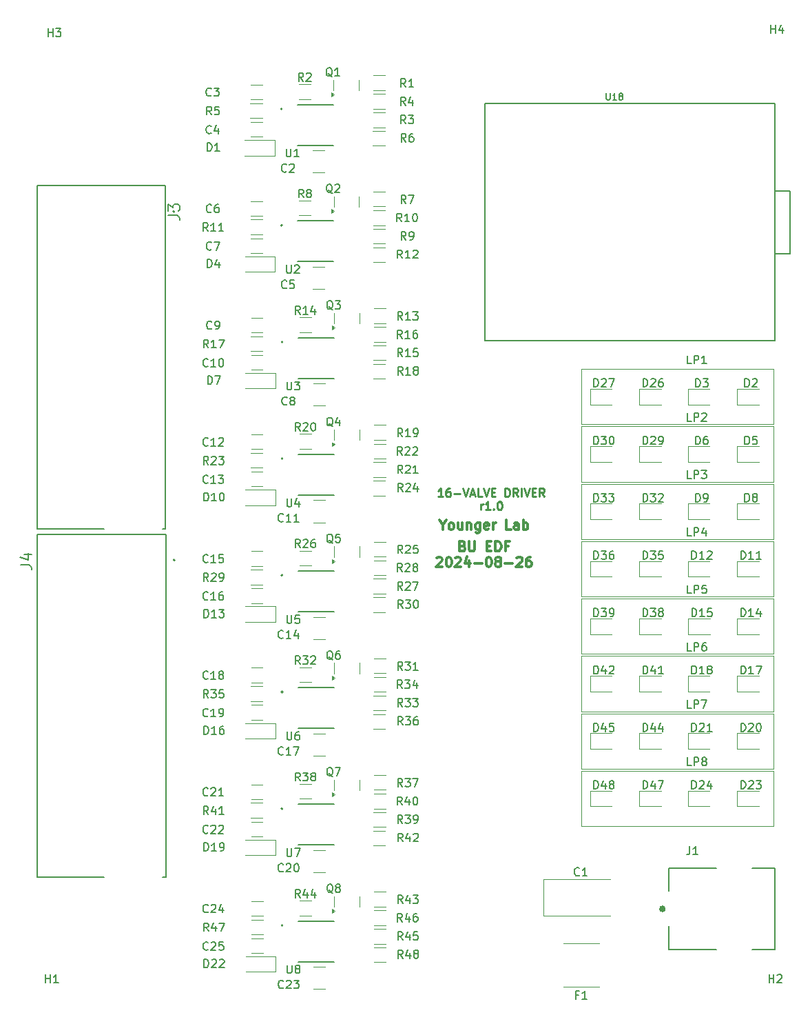
<source format=gbr>
G04 #@! TF.GenerationSoftware,KiCad,Pcbnew,8.0.1*
G04 #@! TF.CreationDate,2024-09-07T13:53:51-04:00*
G04 #@! TF.ProjectId,16ch-driver-v1,31366368-2d64-4726-9976-65722d76312e,rev?*
G04 #@! TF.SameCoordinates,Original*
G04 #@! TF.FileFunction,Legend,Top*
G04 #@! TF.FilePolarity,Positive*
%FSLAX46Y46*%
G04 Gerber Fmt 4.6, Leading zero omitted, Abs format (unit mm)*
G04 Created by KiCad (PCBNEW 8.0.1) date 2024-09-07 13:53:51*
%MOMM*%
%LPD*%
G01*
G04 APERTURE LIST*
%ADD10C,0.300000*%
%ADD11C,0.230000*%
%ADD12C,0.150000*%
%ADD13C,0.120000*%
%ADD14C,0.127000*%
%ADD15C,0.200000*%
%ADD16C,0.400000*%
G04 APERTURE END LIST*
D10*
X142161653Y-99101114D02*
X142161653Y-99672542D01*
X141761653Y-98472542D02*
X142161653Y-99101114D01*
X142161653Y-99101114D02*
X142561653Y-98472542D01*
X143133081Y-99672542D02*
X143018796Y-99615400D01*
X143018796Y-99615400D02*
X142961653Y-99558257D01*
X142961653Y-99558257D02*
X142904510Y-99443971D01*
X142904510Y-99443971D02*
X142904510Y-99101114D01*
X142904510Y-99101114D02*
X142961653Y-98986828D01*
X142961653Y-98986828D02*
X143018796Y-98929685D01*
X143018796Y-98929685D02*
X143133081Y-98872542D01*
X143133081Y-98872542D02*
X143304510Y-98872542D01*
X143304510Y-98872542D02*
X143418796Y-98929685D01*
X143418796Y-98929685D02*
X143475939Y-98986828D01*
X143475939Y-98986828D02*
X143533081Y-99101114D01*
X143533081Y-99101114D02*
X143533081Y-99443971D01*
X143533081Y-99443971D02*
X143475939Y-99558257D01*
X143475939Y-99558257D02*
X143418796Y-99615400D01*
X143418796Y-99615400D02*
X143304510Y-99672542D01*
X143304510Y-99672542D02*
X143133081Y-99672542D01*
X144561653Y-98872542D02*
X144561653Y-99672542D01*
X144047367Y-98872542D02*
X144047367Y-99501114D01*
X144047367Y-99501114D02*
X144104510Y-99615400D01*
X144104510Y-99615400D02*
X144218795Y-99672542D01*
X144218795Y-99672542D02*
X144390224Y-99672542D01*
X144390224Y-99672542D02*
X144504510Y-99615400D01*
X144504510Y-99615400D02*
X144561653Y-99558257D01*
X145133081Y-98872542D02*
X145133081Y-99672542D01*
X145133081Y-98986828D02*
X145190224Y-98929685D01*
X145190224Y-98929685D02*
X145304509Y-98872542D01*
X145304509Y-98872542D02*
X145475938Y-98872542D01*
X145475938Y-98872542D02*
X145590224Y-98929685D01*
X145590224Y-98929685D02*
X145647367Y-99043971D01*
X145647367Y-99043971D02*
X145647367Y-99672542D01*
X146733081Y-98872542D02*
X146733081Y-99843971D01*
X146733081Y-99843971D02*
X146675938Y-99958257D01*
X146675938Y-99958257D02*
X146618795Y-100015400D01*
X146618795Y-100015400D02*
X146504509Y-100072542D01*
X146504509Y-100072542D02*
X146333081Y-100072542D01*
X146333081Y-100072542D02*
X146218795Y-100015400D01*
X146733081Y-99615400D02*
X146618795Y-99672542D01*
X146618795Y-99672542D02*
X146390223Y-99672542D01*
X146390223Y-99672542D02*
X146275938Y-99615400D01*
X146275938Y-99615400D02*
X146218795Y-99558257D01*
X146218795Y-99558257D02*
X146161652Y-99443971D01*
X146161652Y-99443971D02*
X146161652Y-99101114D01*
X146161652Y-99101114D02*
X146218795Y-98986828D01*
X146218795Y-98986828D02*
X146275938Y-98929685D01*
X146275938Y-98929685D02*
X146390223Y-98872542D01*
X146390223Y-98872542D02*
X146618795Y-98872542D01*
X146618795Y-98872542D02*
X146733081Y-98929685D01*
X147761652Y-99615400D02*
X147647366Y-99672542D01*
X147647366Y-99672542D02*
X147418795Y-99672542D01*
X147418795Y-99672542D02*
X147304509Y-99615400D01*
X147304509Y-99615400D02*
X147247366Y-99501114D01*
X147247366Y-99501114D02*
X147247366Y-99043971D01*
X147247366Y-99043971D02*
X147304509Y-98929685D01*
X147304509Y-98929685D02*
X147418795Y-98872542D01*
X147418795Y-98872542D02*
X147647366Y-98872542D01*
X147647366Y-98872542D02*
X147761652Y-98929685D01*
X147761652Y-98929685D02*
X147818795Y-99043971D01*
X147818795Y-99043971D02*
X147818795Y-99158257D01*
X147818795Y-99158257D02*
X147247366Y-99272542D01*
X148333080Y-99672542D02*
X148333080Y-98872542D01*
X148333080Y-99101114D02*
X148390223Y-98986828D01*
X148390223Y-98986828D02*
X148447366Y-98929685D01*
X148447366Y-98929685D02*
X148561651Y-98872542D01*
X148561651Y-98872542D02*
X148675937Y-98872542D01*
X150561651Y-99672542D02*
X149990223Y-99672542D01*
X149990223Y-99672542D02*
X149990223Y-98472542D01*
X151475938Y-99672542D02*
X151475938Y-99043971D01*
X151475938Y-99043971D02*
X151418795Y-98929685D01*
X151418795Y-98929685D02*
X151304509Y-98872542D01*
X151304509Y-98872542D02*
X151075938Y-98872542D01*
X151075938Y-98872542D02*
X150961652Y-98929685D01*
X151475938Y-99615400D02*
X151361652Y-99672542D01*
X151361652Y-99672542D02*
X151075938Y-99672542D01*
X151075938Y-99672542D02*
X150961652Y-99615400D01*
X150961652Y-99615400D02*
X150904509Y-99501114D01*
X150904509Y-99501114D02*
X150904509Y-99386828D01*
X150904509Y-99386828D02*
X150961652Y-99272542D01*
X150961652Y-99272542D02*
X151075938Y-99215400D01*
X151075938Y-99215400D02*
X151361652Y-99215400D01*
X151361652Y-99215400D02*
X151475938Y-99158257D01*
X152047366Y-99672542D02*
X152047366Y-98472542D01*
X152047366Y-98929685D02*
X152161652Y-98872542D01*
X152161652Y-98872542D02*
X152390223Y-98872542D01*
X152390223Y-98872542D02*
X152504509Y-98929685D01*
X152504509Y-98929685D02*
X152561652Y-98986828D01*
X152561652Y-98986828D02*
X152618794Y-99101114D01*
X152618794Y-99101114D02*
X152618794Y-99443971D01*
X152618794Y-99443971D02*
X152561652Y-99558257D01*
X152561652Y-99558257D02*
X152504509Y-99615400D01*
X152504509Y-99615400D02*
X152390223Y-99672542D01*
X152390223Y-99672542D02*
X152161652Y-99672542D01*
X152161652Y-99672542D02*
X152047366Y-99615400D01*
X144582857Y-101707038D02*
X144754285Y-101764181D01*
X144754285Y-101764181D02*
X144811428Y-101821324D01*
X144811428Y-101821324D02*
X144868571Y-101935609D01*
X144868571Y-101935609D02*
X144868571Y-102107038D01*
X144868571Y-102107038D02*
X144811428Y-102221324D01*
X144811428Y-102221324D02*
X144754285Y-102278467D01*
X144754285Y-102278467D02*
X144640000Y-102335609D01*
X144640000Y-102335609D02*
X144182857Y-102335609D01*
X144182857Y-102335609D02*
X144182857Y-101135609D01*
X144182857Y-101135609D02*
X144582857Y-101135609D01*
X144582857Y-101135609D02*
X144697143Y-101192752D01*
X144697143Y-101192752D02*
X144754285Y-101249895D01*
X144754285Y-101249895D02*
X144811428Y-101364181D01*
X144811428Y-101364181D02*
X144811428Y-101478467D01*
X144811428Y-101478467D02*
X144754285Y-101592752D01*
X144754285Y-101592752D02*
X144697143Y-101649895D01*
X144697143Y-101649895D02*
X144582857Y-101707038D01*
X144582857Y-101707038D02*
X144182857Y-101707038D01*
X145382857Y-101135609D02*
X145382857Y-102107038D01*
X145382857Y-102107038D02*
X145440000Y-102221324D01*
X145440000Y-102221324D02*
X145497143Y-102278467D01*
X145497143Y-102278467D02*
X145611428Y-102335609D01*
X145611428Y-102335609D02*
X145840000Y-102335609D01*
X145840000Y-102335609D02*
X145954285Y-102278467D01*
X145954285Y-102278467D02*
X146011428Y-102221324D01*
X146011428Y-102221324D02*
X146068571Y-102107038D01*
X146068571Y-102107038D02*
X146068571Y-101135609D01*
X147554286Y-101707038D02*
X147954286Y-101707038D01*
X148125714Y-102335609D02*
X147554286Y-102335609D01*
X147554286Y-102335609D02*
X147554286Y-101135609D01*
X147554286Y-101135609D02*
X148125714Y-101135609D01*
X148640000Y-102335609D02*
X148640000Y-101135609D01*
X148640000Y-101135609D02*
X148925714Y-101135609D01*
X148925714Y-101135609D02*
X149097143Y-101192752D01*
X149097143Y-101192752D02*
X149211428Y-101307038D01*
X149211428Y-101307038D02*
X149268571Y-101421324D01*
X149268571Y-101421324D02*
X149325714Y-101649895D01*
X149325714Y-101649895D02*
X149325714Y-101821324D01*
X149325714Y-101821324D02*
X149268571Y-102049895D01*
X149268571Y-102049895D02*
X149211428Y-102164181D01*
X149211428Y-102164181D02*
X149097143Y-102278467D01*
X149097143Y-102278467D02*
X148925714Y-102335609D01*
X148925714Y-102335609D02*
X148640000Y-102335609D01*
X150240000Y-101707038D02*
X149840000Y-101707038D01*
X149840000Y-102335609D02*
X149840000Y-101135609D01*
X149840000Y-101135609D02*
X150411428Y-101135609D01*
X141411429Y-103181828D02*
X141468572Y-103124685D01*
X141468572Y-103124685D02*
X141582858Y-103067542D01*
X141582858Y-103067542D02*
X141868572Y-103067542D01*
X141868572Y-103067542D02*
X141982858Y-103124685D01*
X141982858Y-103124685D02*
X142040000Y-103181828D01*
X142040000Y-103181828D02*
X142097143Y-103296114D01*
X142097143Y-103296114D02*
X142097143Y-103410400D01*
X142097143Y-103410400D02*
X142040000Y-103581828D01*
X142040000Y-103581828D02*
X141354286Y-104267542D01*
X141354286Y-104267542D02*
X142097143Y-104267542D01*
X142840000Y-103067542D02*
X142954286Y-103067542D01*
X142954286Y-103067542D02*
X143068572Y-103124685D01*
X143068572Y-103124685D02*
X143125715Y-103181828D01*
X143125715Y-103181828D02*
X143182857Y-103296114D01*
X143182857Y-103296114D02*
X143240000Y-103524685D01*
X143240000Y-103524685D02*
X143240000Y-103810400D01*
X143240000Y-103810400D02*
X143182857Y-104038971D01*
X143182857Y-104038971D02*
X143125715Y-104153257D01*
X143125715Y-104153257D02*
X143068572Y-104210400D01*
X143068572Y-104210400D02*
X142954286Y-104267542D01*
X142954286Y-104267542D02*
X142840000Y-104267542D01*
X142840000Y-104267542D02*
X142725715Y-104210400D01*
X142725715Y-104210400D02*
X142668572Y-104153257D01*
X142668572Y-104153257D02*
X142611429Y-104038971D01*
X142611429Y-104038971D02*
X142554286Y-103810400D01*
X142554286Y-103810400D02*
X142554286Y-103524685D01*
X142554286Y-103524685D02*
X142611429Y-103296114D01*
X142611429Y-103296114D02*
X142668572Y-103181828D01*
X142668572Y-103181828D02*
X142725715Y-103124685D01*
X142725715Y-103124685D02*
X142840000Y-103067542D01*
X143697143Y-103181828D02*
X143754286Y-103124685D01*
X143754286Y-103124685D02*
X143868572Y-103067542D01*
X143868572Y-103067542D02*
X144154286Y-103067542D01*
X144154286Y-103067542D02*
X144268572Y-103124685D01*
X144268572Y-103124685D02*
X144325714Y-103181828D01*
X144325714Y-103181828D02*
X144382857Y-103296114D01*
X144382857Y-103296114D02*
X144382857Y-103410400D01*
X144382857Y-103410400D02*
X144325714Y-103581828D01*
X144325714Y-103581828D02*
X143640000Y-104267542D01*
X143640000Y-104267542D02*
X144382857Y-104267542D01*
X145411429Y-103467542D02*
X145411429Y-104267542D01*
X145125714Y-103010400D02*
X144840000Y-103867542D01*
X144840000Y-103867542D02*
X145582857Y-103867542D01*
X146040000Y-103810400D02*
X146954286Y-103810400D01*
X147754285Y-103067542D02*
X147868571Y-103067542D01*
X147868571Y-103067542D02*
X147982857Y-103124685D01*
X147982857Y-103124685D02*
X148040000Y-103181828D01*
X148040000Y-103181828D02*
X148097142Y-103296114D01*
X148097142Y-103296114D02*
X148154285Y-103524685D01*
X148154285Y-103524685D02*
X148154285Y-103810400D01*
X148154285Y-103810400D02*
X148097142Y-104038971D01*
X148097142Y-104038971D02*
X148040000Y-104153257D01*
X148040000Y-104153257D02*
X147982857Y-104210400D01*
X147982857Y-104210400D02*
X147868571Y-104267542D01*
X147868571Y-104267542D02*
X147754285Y-104267542D01*
X147754285Y-104267542D02*
X147640000Y-104210400D01*
X147640000Y-104210400D02*
X147582857Y-104153257D01*
X147582857Y-104153257D02*
X147525714Y-104038971D01*
X147525714Y-104038971D02*
X147468571Y-103810400D01*
X147468571Y-103810400D02*
X147468571Y-103524685D01*
X147468571Y-103524685D02*
X147525714Y-103296114D01*
X147525714Y-103296114D02*
X147582857Y-103181828D01*
X147582857Y-103181828D02*
X147640000Y-103124685D01*
X147640000Y-103124685D02*
X147754285Y-103067542D01*
X148839999Y-103581828D02*
X148725714Y-103524685D01*
X148725714Y-103524685D02*
X148668571Y-103467542D01*
X148668571Y-103467542D02*
X148611428Y-103353257D01*
X148611428Y-103353257D02*
X148611428Y-103296114D01*
X148611428Y-103296114D02*
X148668571Y-103181828D01*
X148668571Y-103181828D02*
X148725714Y-103124685D01*
X148725714Y-103124685D02*
X148839999Y-103067542D01*
X148839999Y-103067542D02*
X149068571Y-103067542D01*
X149068571Y-103067542D02*
X149182857Y-103124685D01*
X149182857Y-103124685D02*
X149239999Y-103181828D01*
X149239999Y-103181828D02*
X149297142Y-103296114D01*
X149297142Y-103296114D02*
X149297142Y-103353257D01*
X149297142Y-103353257D02*
X149239999Y-103467542D01*
X149239999Y-103467542D02*
X149182857Y-103524685D01*
X149182857Y-103524685D02*
X149068571Y-103581828D01*
X149068571Y-103581828D02*
X148839999Y-103581828D01*
X148839999Y-103581828D02*
X148725714Y-103638971D01*
X148725714Y-103638971D02*
X148668571Y-103696114D01*
X148668571Y-103696114D02*
X148611428Y-103810400D01*
X148611428Y-103810400D02*
X148611428Y-104038971D01*
X148611428Y-104038971D02*
X148668571Y-104153257D01*
X148668571Y-104153257D02*
X148725714Y-104210400D01*
X148725714Y-104210400D02*
X148839999Y-104267542D01*
X148839999Y-104267542D02*
X149068571Y-104267542D01*
X149068571Y-104267542D02*
X149182857Y-104210400D01*
X149182857Y-104210400D02*
X149239999Y-104153257D01*
X149239999Y-104153257D02*
X149297142Y-104038971D01*
X149297142Y-104038971D02*
X149297142Y-103810400D01*
X149297142Y-103810400D02*
X149239999Y-103696114D01*
X149239999Y-103696114D02*
X149182857Y-103638971D01*
X149182857Y-103638971D02*
X149068571Y-103581828D01*
X149811428Y-103810400D02*
X150725714Y-103810400D01*
X151239999Y-103181828D02*
X151297142Y-103124685D01*
X151297142Y-103124685D02*
X151411428Y-103067542D01*
X151411428Y-103067542D02*
X151697142Y-103067542D01*
X151697142Y-103067542D02*
X151811428Y-103124685D01*
X151811428Y-103124685D02*
X151868570Y-103181828D01*
X151868570Y-103181828D02*
X151925713Y-103296114D01*
X151925713Y-103296114D02*
X151925713Y-103410400D01*
X151925713Y-103410400D02*
X151868570Y-103581828D01*
X151868570Y-103581828D02*
X151182856Y-104267542D01*
X151182856Y-104267542D02*
X151925713Y-104267542D01*
X152954285Y-103067542D02*
X152725713Y-103067542D01*
X152725713Y-103067542D02*
X152611427Y-103124685D01*
X152611427Y-103124685D02*
X152554285Y-103181828D01*
X152554285Y-103181828D02*
X152439999Y-103353257D01*
X152439999Y-103353257D02*
X152382856Y-103581828D01*
X152382856Y-103581828D02*
X152382856Y-104038971D01*
X152382856Y-104038971D02*
X152439999Y-104153257D01*
X152439999Y-104153257D02*
X152497142Y-104210400D01*
X152497142Y-104210400D02*
X152611427Y-104267542D01*
X152611427Y-104267542D02*
X152839999Y-104267542D01*
X152839999Y-104267542D02*
X152954285Y-104210400D01*
X152954285Y-104210400D02*
X153011427Y-104153257D01*
X153011427Y-104153257D02*
X153068570Y-104038971D01*
X153068570Y-104038971D02*
X153068570Y-103753257D01*
X153068570Y-103753257D02*
X153011427Y-103638971D01*
X153011427Y-103638971D02*
X152954285Y-103581828D01*
X152954285Y-103581828D02*
X152839999Y-103524685D01*
X152839999Y-103524685D02*
X152611427Y-103524685D01*
X152611427Y-103524685D02*
X152497142Y-103581828D01*
X152497142Y-103581828D02*
X152439999Y-103638971D01*
X152439999Y-103638971D02*
X152382856Y-103753257D01*
D11*
X142157618Y-95625687D02*
X141586190Y-95625687D01*
X141871904Y-95625687D02*
X141871904Y-94625687D01*
X141871904Y-94625687D02*
X141776666Y-94768544D01*
X141776666Y-94768544D02*
X141681428Y-94863782D01*
X141681428Y-94863782D02*
X141586190Y-94911401D01*
X143014761Y-94625687D02*
X142824285Y-94625687D01*
X142824285Y-94625687D02*
X142729047Y-94673306D01*
X142729047Y-94673306D02*
X142681428Y-94720925D01*
X142681428Y-94720925D02*
X142586190Y-94863782D01*
X142586190Y-94863782D02*
X142538571Y-95054258D01*
X142538571Y-95054258D02*
X142538571Y-95435210D01*
X142538571Y-95435210D02*
X142586190Y-95530448D01*
X142586190Y-95530448D02*
X142633809Y-95578068D01*
X142633809Y-95578068D02*
X142729047Y-95625687D01*
X142729047Y-95625687D02*
X142919523Y-95625687D01*
X142919523Y-95625687D02*
X143014761Y-95578068D01*
X143014761Y-95578068D02*
X143062380Y-95530448D01*
X143062380Y-95530448D02*
X143109999Y-95435210D01*
X143109999Y-95435210D02*
X143109999Y-95197115D01*
X143109999Y-95197115D02*
X143062380Y-95101877D01*
X143062380Y-95101877D02*
X143014761Y-95054258D01*
X143014761Y-95054258D02*
X142919523Y-95006639D01*
X142919523Y-95006639D02*
X142729047Y-95006639D01*
X142729047Y-95006639D02*
X142633809Y-95054258D01*
X142633809Y-95054258D02*
X142586190Y-95101877D01*
X142586190Y-95101877D02*
X142538571Y-95197115D01*
X143538571Y-95244734D02*
X144300476Y-95244734D01*
X144633809Y-94625687D02*
X144967142Y-95625687D01*
X144967142Y-95625687D02*
X145300475Y-94625687D01*
X145586190Y-95339972D02*
X146062380Y-95339972D01*
X145490952Y-95625687D02*
X145824285Y-94625687D01*
X145824285Y-94625687D02*
X146157618Y-95625687D01*
X146967142Y-95625687D02*
X146490952Y-95625687D01*
X146490952Y-95625687D02*
X146490952Y-94625687D01*
X147157619Y-94625687D02*
X147490952Y-95625687D01*
X147490952Y-95625687D02*
X147824285Y-94625687D01*
X148157619Y-95101877D02*
X148490952Y-95101877D01*
X148633809Y-95625687D02*
X148157619Y-95625687D01*
X148157619Y-95625687D02*
X148157619Y-94625687D01*
X148157619Y-94625687D02*
X148633809Y-94625687D01*
X149824286Y-95625687D02*
X149824286Y-94625687D01*
X149824286Y-94625687D02*
X150062381Y-94625687D01*
X150062381Y-94625687D02*
X150205238Y-94673306D01*
X150205238Y-94673306D02*
X150300476Y-94768544D01*
X150300476Y-94768544D02*
X150348095Y-94863782D01*
X150348095Y-94863782D02*
X150395714Y-95054258D01*
X150395714Y-95054258D02*
X150395714Y-95197115D01*
X150395714Y-95197115D02*
X150348095Y-95387591D01*
X150348095Y-95387591D02*
X150300476Y-95482829D01*
X150300476Y-95482829D02*
X150205238Y-95578068D01*
X150205238Y-95578068D02*
X150062381Y-95625687D01*
X150062381Y-95625687D02*
X149824286Y-95625687D01*
X151395714Y-95625687D02*
X151062381Y-95149496D01*
X150824286Y-95625687D02*
X150824286Y-94625687D01*
X150824286Y-94625687D02*
X151205238Y-94625687D01*
X151205238Y-94625687D02*
X151300476Y-94673306D01*
X151300476Y-94673306D02*
X151348095Y-94720925D01*
X151348095Y-94720925D02*
X151395714Y-94816163D01*
X151395714Y-94816163D02*
X151395714Y-94959020D01*
X151395714Y-94959020D02*
X151348095Y-95054258D01*
X151348095Y-95054258D02*
X151300476Y-95101877D01*
X151300476Y-95101877D02*
X151205238Y-95149496D01*
X151205238Y-95149496D02*
X150824286Y-95149496D01*
X151824286Y-95625687D02*
X151824286Y-94625687D01*
X152157619Y-94625687D02*
X152490952Y-95625687D01*
X152490952Y-95625687D02*
X152824285Y-94625687D01*
X153157619Y-95101877D02*
X153490952Y-95101877D01*
X153633809Y-95625687D02*
X153157619Y-95625687D01*
X153157619Y-95625687D02*
X153157619Y-94625687D01*
X153157619Y-94625687D02*
X153633809Y-94625687D01*
X154633809Y-95625687D02*
X154300476Y-95149496D01*
X154062381Y-95625687D02*
X154062381Y-94625687D01*
X154062381Y-94625687D02*
X154443333Y-94625687D01*
X154443333Y-94625687D02*
X154538571Y-94673306D01*
X154538571Y-94673306D02*
X154586190Y-94720925D01*
X154586190Y-94720925D02*
X154633809Y-94816163D01*
X154633809Y-94816163D02*
X154633809Y-94959020D01*
X154633809Y-94959020D02*
X154586190Y-95054258D01*
X154586190Y-95054258D02*
X154538571Y-95101877D01*
X154538571Y-95101877D02*
X154443333Y-95149496D01*
X154443333Y-95149496D02*
X154062381Y-95149496D01*
X146848095Y-97235631D02*
X146848095Y-96568964D01*
X146848095Y-96759440D02*
X146895714Y-96664202D01*
X146895714Y-96664202D02*
X146943333Y-96616583D01*
X146943333Y-96616583D02*
X147038571Y-96568964D01*
X147038571Y-96568964D02*
X147133809Y-96568964D01*
X147990952Y-97235631D02*
X147419524Y-97235631D01*
X147705238Y-97235631D02*
X147705238Y-96235631D01*
X147705238Y-96235631D02*
X147610000Y-96378488D01*
X147610000Y-96378488D02*
X147514762Y-96473726D01*
X147514762Y-96473726D02*
X147419524Y-96521345D01*
X148419524Y-97140392D02*
X148467143Y-97188012D01*
X148467143Y-97188012D02*
X148419524Y-97235631D01*
X148419524Y-97235631D02*
X148371905Y-97188012D01*
X148371905Y-97188012D02*
X148419524Y-97140392D01*
X148419524Y-97140392D02*
X148419524Y-97235631D01*
X149086190Y-96235631D02*
X149181428Y-96235631D01*
X149181428Y-96235631D02*
X149276666Y-96283250D01*
X149276666Y-96283250D02*
X149324285Y-96330869D01*
X149324285Y-96330869D02*
X149371904Y-96426107D01*
X149371904Y-96426107D02*
X149419523Y-96616583D01*
X149419523Y-96616583D02*
X149419523Y-96854678D01*
X149419523Y-96854678D02*
X149371904Y-97045154D01*
X149371904Y-97045154D02*
X149324285Y-97140392D01*
X149324285Y-97140392D02*
X149276666Y-97188012D01*
X149276666Y-97188012D02*
X149181428Y-97235631D01*
X149181428Y-97235631D02*
X149086190Y-97235631D01*
X149086190Y-97235631D02*
X148990952Y-97188012D01*
X148990952Y-97188012D02*
X148943333Y-97140392D01*
X148943333Y-97140392D02*
X148895714Y-97045154D01*
X148895714Y-97045154D02*
X148848095Y-96854678D01*
X148848095Y-96854678D02*
X148848095Y-96616583D01*
X148848095Y-96616583D02*
X148895714Y-96426107D01*
X148895714Y-96426107D02*
X148943333Y-96330869D01*
X148943333Y-96330869D02*
X148990952Y-96283250D01*
X148990952Y-96283250D02*
X149086190Y-96235631D01*
D12*
X113334644Y-91688746D02*
X113001311Y-91212555D01*
X112763216Y-91688746D02*
X112763216Y-90688746D01*
X112763216Y-90688746D02*
X113144168Y-90688746D01*
X113144168Y-90688746D02*
X113239406Y-90736365D01*
X113239406Y-90736365D02*
X113287025Y-90783984D01*
X113287025Y-90783984D02*
X113334644Y-90879222D01*
X113334644Y-90879222D02*
X113334644Y-91022079D01*
X113334644Y-91022079D02*
X113287025Y-91117317D01*
X113287025Y-91117317D02*
X113239406Y-91164936D01*
X113239406Y-91164936D02*
X113144168Y-91212555D01*
X113144168Y-91212555D02*
X112763216Y-91212555D01*
X113715597Y-90783984D02*
X113763216Y-90736365D01*
X113763216Y-90736365D02*
X113858454Y-90688746D01*
X113858454Y-90688746D02*
X114096549Y-90688746D01*
X114096549Y-90688746D02*
X114191787Y-90736365D01*
X114191787Y-90736365D02*
X114239406Y-90783984D01*
X114239406Y-90783984D02*
X114287025Y-90879222D01*
X114287025Y-90879222D02*
X114287025Y-90974460D01*
X114287025Y-90974460D02*
X114239406Y-91117317D01*
X114239406Y-91117317D02*
X113667978Y-91688746D01*
X113667978Y-91688746D02*
X114287025Y-91688746D01*
X114620359Y-90688746D02*
X115239406Y-90688746D01*
X115239406Y-90688746D02*
X114906073Y-91069698D01*
X114906073Y-91069698D02*
X115048930Y-91069698D01*
X115048930Y-91069698D02*
X115144168Y-91117317D01*
X115144168Y-91117317D02*
X115191787Y-91164936D01*
X115191787Y-91164936D02*
X115239406Y-91260174D01*
X115239406Y-91260174D02*
X115239406Y-91498269D01*
X115239406Y-91498269D02*
X115191787Y-91593507D01*
X115191787Y-91593507D02*
X115144168Y-91641127D01*
X115144168Y-91641127D02*
X115048930Y-91688746D01*
X115048930Y-91688746D02*
X114763216Y-91688746D01*
X114763216Y-91688746D02*
X114667978Y-91641127D01*
X114667978Y-91641127D02*
X114620359Y-91593507D01*
X113685835Y-46374579D02*
X113638216Y-46422199D01*
X113638216Y-46422199D02*
X113495359Y-46469818D01*
X113495359Y-46469818D02*
X113400121Y-46469818D01*
X113400121Y-46469818D02*
X113257264Y-46422199D01*
X113257264Y-46422199D02*
X113162026Y-46326960D01*
X113162026Y-46326960D02*
X113114407Y-46231722D01*
X113114407Y-46231722D02*
X113066788Y-46041246D01*
X113066788Y-46041246D02*
X113066788Y-45898389D01*
X113066788Y-45898389D02*
X113114407Y-45707913D01*
X113114407Y-45707913D02*
X113162026Y-45612675D01*
X113162026Y-45612675D02*
X113257264Y-45517437D01*
X113257264Y-45517437D02*
X113400121Y-45469818D01*
X113400121Y-45469818D02*
X113495359Y-45469818D01*
X113495359Y-45469818D02*
X113638216Y-45517437D01*
X113638216Y-45517437D02*
X113685835Y-45565056D01*
X114019169Y-45469818D02*
X114638216Y-45469818D01*
X114638216Y-45469818D02*
X114304883Y-45850770D01*
X114304883Y-45850770D02*
X114447740Y-45850770D01*
X114447740Y-45850770D02*
X114542978Y-45898389D01*
X114542978Y-45898389D02*
X114590597Y-45946008D01*
X114590597Y-45946008D02*
X114638216Y-46041246D01*
X114638216Y-46041246D02*
X114638216Y-46279341D01*
X114638216Y-46279341D02*
X114590597Y-46374579D01*
X114590597Y-46374579D02*
X114542978Y-46422199D01*
X114542978Y-46422199D02*
X114447740Y-46469818D01*
X114447740Y-46469818D02*
X114162026Y-46469818D01*
X114162026Y-46469818D02*
X114066788Y-46422199D01*
X114066788Y-46422199D02*
X114019169Y-46374579D01*
X137154644Y-76193032D02*
X136821311Y-75716841D01*
X136583216Y-76193032D02*
X136583216Y-75193032D01*
X136583216Y-75193032D02*
X136964168Y-75193032D01*
X136964168Y-75193032D02*
X137059406Y-75240651D01*
X137059406Y-75240651D02*
X137107025Y-75288270D01*
X137107025Y-75288270D02*
X137154644Y-75383508D01*
X137154644Y-75383508D02*
X137154644Y-75526365D01*
X137154644Y-75526365D02*
X137107025Y-75621603D01*
X137107025Y-75621603D02*
X137059406Y-75669222D01*
X137059406Y-75669222D02*
X136964168Y-75716841D01*
X136964168Y-75716841D02*
X136583216Y-75716841D01*
X138107025Y-76193032D02*
X137535597Y-76193032D01*
X137821311Y-76193032D02*
X137821311Y-75193032D01*
X137821311Y-75193032D02*
X137726073Y-75335889D01*
X137726073Y-75335889D02*
X137630835Y-75431127D01*
X137630835Y-75431127D02*
X137535597Y-75478746D01*
X138964168Y-75193032D02*
X138773692Y-75193032D01*
X138773692Y-75193032D02*
X138678454Y-75240651D01*
X138678454Y-75240651D02*
X138630835Y-75288270D01*
X138630835Y-75288270D02*
X138535597Y-75431127D01*
X138535597Y-75431127D02*
X138487978Y-75621603D01*
X138487978Y-75621603D02*
X138487978Y-76002555D01*
X138487978Y-76002555D02*
X138535597Y-76097793D01*
X138535597Y-76097793D02*
X138583216Y-76145413D01*
X138583216Y-76145413D02*
X138678454Y-76193032D01*
X138678454Y-76193032D02*
X138868930Y-76193032D01*
X138868930Y-76193032D02*
X138964168Y-76145413D01*
X138964168Y-76145413D02*
X139011787Y-76097793D01*
X139011787Y-76097793D02*
X139059406Y-76002555D01*
X139059406Y-76002555D02*
X139059406Y-75764460D01*
X139059406Y-75764460D02*
X139011787Y-75669222D01*
X139011787Y-75669222D02*
X138964168Y-75621603D01*
X138964168Y-75621603D02*
X138868930Y-75573984D01*
X138868930Y-75573984D02*
X138678454Y-75573984D01*
X138678454Y-75573984D02*
X138583216Y-75621603D01*
X138583216Y-75621603D02*
X138535597Y-75669222D01*
X138535597Y-75669222D02*
X138487978Y-75764460D01*
X122559644Y-155931363D02*
X122512025Y-155978983D01*
X122512025Y-155978983D02*
X122369168Y-156026602D01*
X122369168Y-156026602D02*
X122273930Y-156026602D01*
X122273930Y-156026602D02*
X122131073Y-155978983D01*
X122131073Y-155978983D02*
X122035835Y-155883744D01*
X122035835Y-155883744D02*
X121988216Y-155788506D01*
X121988216Y-155788506D02*
X121940597Y-155598030D01*
X121940597Y-155598030D02*
X121940597Y-155455173D01*
X121940597Y-155455173D02*
X121988216Y-155264697D01*
X121988216Y-155264697D02*
X122035835Y-155169459D01*
X122035835Y-155169459D02*
X122131073Y-155074221D01*
X122131073Y-155074221D02*
X122273930Y-155026602D01*
X122273930Y-155026602D02*
X122369168Y-155026602D01*
X122369168Y-155026602D02*
X122512025Y-155074221D01*
X122512025Y-155074221D02*
X122559644Y-155121840D01*
X122940597Y-155121840D02*
X122988216Y-155074221D01*
X122988216Y-155074221D02*
X123083454Y-155026602D01*
X123083454Y-155026602D02*
X123321549Y-155026602D01*
X123321549Y-155026602D02*
X123416787Y-155074221D01*
X123416787Y-155074221D02*
X123464406Y-155121840D01*
X123464406Y-155121840D02*
X123512025Y-155217078D01*
X123512025Y-155217078D02*
X123512025Y-155312316D01*
X123512025Y-155312316D02*
X123464406Y-155455173D01*
X123464406Y-155455173D02*
X122892978Y-156026602D01*
X122892978Y-156026602D02*
X123512025Y-156026602D01*
X123845359Y-155026602D02*
X124464406Y-155026602D01*
X124464406Y-155026602D02*
X124131073Y-155407554D01*
X124131073Y-155407554D02*
X124273930Y-155407554D01*
X124273930Y-155407554D02*
X124369168Y-155455173D01*
X124369168Y-155455173D02*
X124416787Y-155502792D01*
X124416787Y-155502792D02*
X124464406Y-155598030D01*
X124464406Y-155598030D02*
X124464406Y-155836125D01*
X124464406Y-155836125D02*
X124416787Y-155931363D01*
X124416787Y-155931363D02*
X124369168Y-155978983D01*
X124369168Y-155978983D02*
X124273930Y-156026602D01*
X124273930Y-156026602D02*
X123988216Y-156026602D01*
X123988216Y-156026602D02*
X123892978Y-155978983D01*
X123892978Y-155978983D02*
X123845359Y-155931363D01*
X160726692Y-96262549D02*
X160726692Y-95262549D01*
X160726692Y-95262549D02*
X160964787Y-95262549D01*
X160964787Y-95262549D02*
X161107644Y-95310168D01*
X161107644Y-95310168D02*
X161202882Y-95405406D01*
X161202882Y-95405406D02*
X161250501Y-95500644D01*
X161250501Y-95500644D02*
X161298120Y-95691120D01*
X161298120Y-95691120D02*
X161298120Y-95833977D01*
X161298120Y-95833977D02*
X161250501Y-96024453D01*
X161250501Y-96024453D02*
X161202882Y-96119691D01*
X161202882Y-96119691D02*
X161107644Y-96214930D01*
X161107644Y-96214930D02*
X160964787Y-96262549D01*
X160964787Y-96262549D02*
X160726692Y-96262549D01*
X161631454Y-95262549D02*
X162250501Y-95262549D01*
X162250501Y-95262549D02*
X161917168Y-95643501D01*
X161917168Y-95643501D02*
X162060025Y-95643501D01*
X162060025Y-95643501D02*
X162155263Y-95691120D01*
X162155263Y-95691120D02*
X162202882Y-95738739D01*
X162202882Y-95738739D02*
X162250501Y-95833977D01*
X162250501Y-95833977D02*
X162250501Y-96072072D01*
X162250501Y-96072072D02*
X162202882Y-96167310D01*
X162202882Y-96167310D02*
X162155263Y-96214930D01*
X162155263Y-96214930D02*
X162060025Y-96262549D01*
X162060025Y-96262549D02*
X161774311Y-96262549D01*
X161774311Y-96262549D02*
X161679073Y-96214930D01*
X161679073Y-96214930D02*
X161631454Y-96167310D01*
X162583835Y-95262549D02*
X163202882Y-95262549D01*
X163202882Y-95262549D02*
X162869549Y-95643501D01*
X162869549Y-95643501D02*
X163012406Y-95643501D01*
X163012406Y-95643501D02*
X163107644Y-95691120D01*
X163107644Y-95691120D02*
X163155263Y-95738739D01*
X163155263Y-95738739D02*
X163202882Y-95833977D01*
X163202882Y-95833977D02*
X163202882Y-96072072D01*
X163202882Y-96072072D02*
X163155263Y-96167310D01*
X163155263Y-96167310D02*
X163107644Y-96214930D01*
X163107644Y-96214930D02*
X163012406Y-96262549D01*
X163012406Y-96262549D02*
X162726692Y-96262549D01*
X162726692Y-96262549D02*
X162631454Y-96214930D01*
X162631454Y-96214930D02*
X162583835Y-96167310D01*
X113685835Y-50974579D02*
X113638216Y-51022199D01*
X113638216Y-51022199D02*
X113495359Y-51069818D01*
X113495359Y-51069818D02*
X113400121Y-51069818D01*
X113400121Y-51069818D02*
X113257264Y-51022199D01*
X113257264Y-51022199D02*
X113162026Y-50926960D01*
X113162026Y-50926960D02*
X113114407Y-50831722D01*
X113114407Y-50831722D02*
X113066788Y-50641246D01*
X113066788Y-50641246D02*
X113066788Y-50498389D01*
X113066788Y-50498389D02*
X113114407Y-50307913D01*
X113114407Y-50307913D02*
X113162026Y-50212675D01*
X113162026Y-50212675D02*
X113257264Y-50117437D01*
X113257264Y-50117437D02*
X113400121Y-50069818D01*
X113400121Y-50069818D02*
X113495359Y-50069818D01*
X113495359Y-50069818D02*
X113638216Y-50117437D01*
X113638216Y-50117437D02*
X113685835Y-50165056D01*
X114542978Y-50403151D02*
X114542978Y-51069818D01*
X114304883Y-50022199D02*
X114066788Y-50736484D01*
X114066788Y-50736484D02*
X114685835Y-50736484D01*
X113284644Y-108239221D02*
X113237025Y-108286841D01*
X113237025Y-108286841D02*
X113094168Y-108334460D01*
X113094168Y-108334460D02*
X112998930Y-108334460D01*
X112998930Y-108334460D02*
X112856073Y-108286841D01*
X112856073Y-108286841D02*
X112760835Y-108191602D01*
X112760835Y-108191602D02*
X112713216Y-108096364D01*
X112713216Y-108096364D02*
X112665597Y-107905888D01*
X112665597Y-107905888D02*
X112665597Y-107763031D01*
X112665597Y-107763031D02*
X112713216Y-107572555D01*
X112713216Y-107572555D02*
X112760835Y-107477317D01*
X112760835Y-107477317D02*
X112856073Y-107382079D01*
X112856073Y-107382079D02*
X112998930Y-107334460D01*
X112998930Y-107334460D02*
X113094168Y-107334460D01*
X113094168Y-107334460D02*
X113237025Y-107382079D01*
X113237025Y-107382079D02*
X113284644Y-107429698D01*
X114237025Y-108334460D02*
X113665597Y-108334460D01*
X113951311Y-108334460D02*
X113951311Y-107334460D01*
X113951311Y-107334460D02*
X113856073Y-107477317D01*
X113856073Y-107477317D02*
X113760835Y-107572555D01*
X113760835Y-107572555D02*
X113665597Y-107620174D01*
X115094168Y-107334460D02*
X114903692Y-107334460D01*
X114903692Y-107334460D02*
X114808454Y-107382079D01*
X114808454Y-107382079D02*
X114760835Y-107429698D01*
X114760835Y-107429698D02*
X114665597Y-107572555D01*
X114665597Y-107572555D02*
X114617978Y-107763031D01*
X114617978Y-107763031D02*
X114617978Y-108143983D01*
X114617978Y-108143983D02*
X114665597Y-108239221D01*
X114665597Y-108239221D02*
X114713216Y-108286841D01*
X114713216Y-108286841D02*
X114808454Y-108334460D01*
X114808454Y-108334460D02*
X114998930Y-108334460D01*
X114998930Y-108334460D02*
X115094168Y-108286841D01*
X115094168Y-108286841D02*
X115141787Y-108239221D01*
X115141787Y-108239221D02*
X115189406Y-108143983D01*
X115189406Y-108143983D02*
X115189406Y-107905888D01*
X115189406Y-107905888D02*
X115141787Y-107810650D01*
X115141787Y-107810650D02*
X115094168Y-107763031D01*
X115094168Y-107763031D02*
X114998930Y-107715412D01*
X114998930Y-107715412D02*
X114808454Y-107715412D01*
X114808454Y-107715412D02*
X114713216Y-107763031D01*
X114713216Y-107763031D02*
X114665597Y-107810650D01*
X114665597Y-107810650D02*
X114617978Y-107905888D01*
X166776692Y-110362549D02*
X166776692Y-109362549D01*
X166776692Y-109362549D02*
X167014787Y-109362549D01*
X167014787Y-109362549D02*
X167157644Y-109410168D01*
X167157644Y-109410168D02*
X167252882Y-109505406D01*
X167252882Y-109505406D02*
X167300501Y-109600644D01*
X167300501Y-109600644D02*
X167348120Y-109791120D01*
X167348120Y-109791120D02*
X167348120Y-109933977D01*
X167348120Y-109933977D02*
X167300501Y-110124453D01*
X167300501Y-110124453D02*
X167252882Y-110219691D01*
X167252882Y-110219691D02*
X167157644Y-110314930D01*
X167157644Y-110314930D02*
X167014787Y-110362549D01*
X167014787Y-110362549D02*
X166776692Y-110362549D01*
X167681454Y-109362549D02*
X168300501Y-109362549D01*
X168300501Y-109362549D02*
X167967168Y-109743501D01*
X167967168Y-109743501D02*
X168110025Y-109743501D01*
X168110025Y-109743501D02*
X168205263Y-109791120D01*
X168205263Y-109791120D02*
X168252882Y-109838739D01*
X168252882Y-109838739D02*
X168300501Y-109933977D01*
X168300501Y-109933977D02*
X168300501Y-110172072D01*
X168300501Y-110172072D02*
X168252882Y-110267310D01*
X168252882Y-110267310D02*
X168205263Y-110314930D01*
X168205263Y-110314930D02*
X168110025Y-110362549D01*
X168110025Y-110362549D02*
X167824311Y-110362549D01*
X167824311Y-110362549D02*
X167729073Y-110314930D01*
X167729073Y-110314930D02*
X167681454Y-110267310D01*
X168871930Y-109791120D02*
X168776692Y-109743501D01*
X168776692Y-109743501D02*
X168729073Y-109695882D01*
X168729073Y-109695882D02*
X168681454Y-109600644D01*
X168681454Y-109600644D02*
X168681454Y-109553025D01*
X168681454Y-109553025D02*
X168729073Y-109457787D01*
X168729073Y-109457787D02*
X168776692Y-109410168D01*
X168776692Y-109410168D02*
X168871930Y-109362549D01*
X168871930Y-109362549D02*
X169062406Y-109362549D01*
X169062406Y-109362549D02*
X169157644Y-109410168D01*
X169157644Y-109410168D02*
X169205263Y-109457787D01*
X169205263Y-109457787D02*
X169252882Y-109553025D01*
X169252882Y-109553025D02*
X169252882Y-109600644D01*
X169252882Y-109600644D02*
X169205263Y-109695882D01*
X169205263Y-109695882D02*
X169157644Y-109743501D01*
X169157644Y-109743501D02*
X169062406Y-109791120D01*
X169062406Y-109791120D02*
X168871930Y-109791120D01*
X168871930Y-109791120D02*
X168776692Y-109838739D01*
X168776692Y-109838739D02*
X168729073Y-109886358D01*
X168729073Y-109886358D02*
X168681454Y-109981596D01*
X168681454Y-109981596D02*
X168681454Y-110172072D01*
X168681454Y-110172072D02*
X168729073Y-110267310D01*
X168729073Y-110267310D02*
X168776692Y-110314930D01*
X168776692Y-110314930D02*
X168871930Y-110362549D01*
X168871930Y-110362549D02*
X169062406Y-110362549D01*
X169062406Y-110362549D02*
X169157644Y-110314930D01*
X169157644Y-110314930D02*
X169205263Y-110267310D01*
X169205263Y-110267310D02*
X169252882Y-110172072D01*
X169252882Y-110172072D02*
X169252882Y-109981596D01*
X169252882Y-109981596D02*
X169205263Y-109886358D01*
X169205263Y-109886358D02*
X169157644Y-109838739D01*
X169157644Y-109838739D02*
X169062406Y-109791120D01*
X93638095Y-39164819D02*
X93638095Y-38164819D01*
X93638095Y-38641009D02*
X94209523Y-38641009D01*
X94209523Y-39164819D02*
X94209523Y-38164819D01*
X94590476Y-38164819D02*
X95209523Y-38164819D01*
X95209523Y-38164819D02*
X94876190Y-38545771D01*
X94876190Y-38545771D02*
X95019047Y-38545771D01*
X95019047Y-38545771D02*
X95114285Y-38593390D01*
X95114285Y-38593390D02*
X95161904Y-38641009D01*
X95161904Y-38641009D02*
X95209523Y-38736247D01*
X95209523Y-38736247D02*
X95209523Y-38974342D01*
X95209523Y-38974342D02*
X95161904Y-39069580D01*
X95161904Y-39069580D02*
X95114285Y-39117200D01*
X95114285Y-39117200D02*
X95019047Y-39164819D01*
X95019047Y-39164819D02*
X94733333Y-39164819D01*
X94733333Y-39164819D02*
X94638095Y-39117200D01*
X94638095Y-39117200D02*
X94590476Y-39069580D01*
X137595835Y-49829818D02*
X137262502Y-49353627D01*
X137024407Y-49829818D02*
X137024407Y-48829818D01*
X137024407Y-48829818D02*
X137405359Y-48829818D01*
X137405359Y-48829818D02*
X137500597Y-48877437D01*
X137500597Y-48877437D02*
X137548216Y-48925056D01*
X137548216Y-48925056D02*
X137595835Y-49020294D01*
X137595835Y-49020294D02*
X137595835Y-49163151D01*
X137595835Y-49163151D02*
X137548216Y-49258389D01*
X137548216Y-49258389D02*
X137500597Y-49306008D01*
X137500597Y-49306008D02*
X137405359Y-49353627D01*
X137405359Y-49353627D02*
X137024407Y-49353627D01*
X137929169Y-48829818D02*
X138548216Y-48829818D01*
X138548216Y-48829818D02*
X138214883Y-49210770D01*
X138214883Y-49210770D02*
X138357740Y-49210770D01*
X138357740Y-49210770D02*
X138452978Y-49258389D01*
X138452978Y-49258389D02*
X138500597Y-49306008D01*
X138500597Y-49306008D02*
X138548216Y-49401246D01*
X138548216Y-49401246D02*
X138548216Y-49639341D01*
X138548216Y-49639341D02*
X138500597Y-49734579D01*
X138500597Y-49734579D02*
X138452978Y-49782199D01*
X138452978Y-49782199D02*
X138357740Y-49829818D01*
X138357740Y-49829818D02*
X138072026Y-49829818D01*
X138072026Y-49829818D02*
X137976788Y-49782199D01*
X137976788Y-49782199D02*
X137929169Y-49734579D01*
X160726692Y-117412549D02*
X160726692Y-116412549D01*
X160726692Y-116412549D02*
X160964787Y-116412549D01*
X160964787Y-116412549D02*
X161107644Y-116460168D01*
X161107644Y-116460168D02*
X161202882Y-116555406D01*
X161202882Y-116555406D02*
X161250501Y-116650644D01*
X161250501Y-116650644D02*
X161298120Y-116841120D01*
X161298120Y-116841120D02*
X161298120Y-116983977D01*
X161298120Y-116983977D02*
X161250501Y-117174453D01*
X161250501Y-117174453D02*
X161202882Y-117269691D01*
X161202882Y-117269691D02*
X161107644Y-117364930D01*
X161107644Y-117364930D02*
X160964787Y-117412549D01*
X160964787Y-117412549D02*
X160726692Y-117412549D01*
X162155263Y-116745882D02*
X162155263Y-117412549D01*
X161917168Y-116364930D02*
X161679073Y-117079215D01*
X161679073Y-117079215D02*
X162298120Y-117079215D01*
X162631454Y-116507787D02*
X162679073Y-116460168D01*
X162679073Y-116460168D02*
X162774311Y-116412549D01*
X162774311Y-116412549D02*
X163012406Y-116412549D01*
X163012406Y-116412549D02*
X163107644Y-116460168D01*
X163107644Y-116460168D02*
X163155263Y-116507787D01*
X163155263Y-116507787D02*
X163202882Y-116603025D01*
X163202882Y-116603025D02*
X163202882Y-116698263D01*
X163202882Y-116698263D02*
X163155263Y-116841120D01*
X163155263Y-116841120D02*
X162583835Y-117412549D01*
X162583835Y-117412549D02*
X163202882Y-117412549D01*
X166776692Y-89212549D02*
X166776692Y-88212549D01*
X166776692Y-88212549D02*
X167014787Y-88212549D01*
X167014787Y-88212549D02*
X167157644Y-88260168D01*
X167157644Y-88260168D02*
X167252882Y-88355406D01*
X167252882Y-88355406D02*
X167300501Y-88450644D01*
X167300501Y-88450644D02*
X167348120Y-88641120D01*
X167348120Y-88641120D02*
X167348120Y-88783977D01*
X167348120Y-88783977D02*
X167300501Y-88974453D01*
X167300501Y-88974453D02*
X167252882Y-89069691D01*
X167252882Y-89069691D02*
X167157644Y-89164930D01*
X167157644Y-89164930D02*
X167014787Y-89212549D01*
X167014787Y-89212549D02*
X166776692Y-89212549D01*
X167729073Y-88307787D02*
X167776692Y-88260168D01*
X167776692Y-88260168D02*
X167871930Y-88212549D01*
X167871930Y-88212549D02*
X168110025Y-88212549D01*
X168110025Y-88212549D02*
X168205263Y-88260168D01*
X168205263Y-88260168D02*
X168252882Y-88307787D01*
X168252882Y-88307787D02*
X168300501Y-88403025D01*
X168300501Y-88403025D02*
X168300501Y-88498263D01*
X168300501Y-88498263D02*
X168252882Y-88641120D01*
X168252882Y-88641120D02*
X167681454Y-89212549D01*
X167681454Y-89212549D02*
X168300501Y-89212549D01*
X168776692Y-89212549D02*
X168967168Y-89212549D01*
X168967168Y-89212549D02*
X169062406Y-89164930D01*
X169062406Y-89164930D02*
X169110025Y-89117310D01*
X169110025Y-89117310D02*
X169205263Y-88974453D01*
X169205263Y-88974453D02*
X169252882Y-88783977D01*
X169252882Y-88783977D02*
X169252882Y-88403025D01*
X169252882Y-88403025D02*
X169205263Y-88307787D01*
X169205263Y-88307787D02*
X169157644Y-88260168D01*
X169157644Y-88260168D02*
X169062406Y-88212549D01*
X169062406Y-88212549D02*
X168871930Y-88212549D01*
X168871930Y-88212549D02*
X168776692Y-88260168D01*
X168776692Y-88260168D02*
X168729073Y-88307787D01*
X168729073Y-88307787D02*
X168681454Y-88403025D01*
X168681454Y-88403025D02*
X168681454Y-88641120D01*
X168681454Y-88641120D02*
X168729073Y-88736358D01*
X168729073Y-88736358D02*
X168776692Y-88783977D01*
X168776692Y-88783977D02*
X168871930Y-88831596D01*
X168871930Y-88831596D02*
X169062406Y-88831596D01*
X169062406Y-88831596D02*
X169157644Y-88783977D01*
X169157644Y-88783977D02*
X169205263Y-88736358D01*
X169205263Y-88736358D02*
X169252882Y-88641120D01*
X122995597Y-81533032D02*
X122995597Y-82342555D01*
X122995597Y-82342555D02*
X123043216Y-82437793D01*
X123043216Y-82437793D02*
X123090835Y-82485413D01*
X123090835Y-82485413D02*
X123186073Y-82533032D01*
X123186073Y-82533032D02*
X123376549Y-82533032D01*
X123376549Y-82533032D02*
X123471787Y-82485413D01*
X123471787Y-82485413D02*
X123519406Y-82437793D01*
X123519406Y-82437793D02*
X123567025Y-82342555D01*
X123567025Y-82342555D02*
X123567025Y-81533032D01*
X123947978Y-81533032D02*
X124567025Y-81533032D01*
X124567025Y-81533032D02*
X124233692Y-81913984D01*
X124233692Y-81913984D02*
X124376549Y-81913984D01*
X124376549Y-81913984D02*
X124471787Y-81961603D01*
X124471787Y-81961603D02*
X124519406Y-82009222D01*
X124519406Y-82009222D02*
X124567025Y-82104460D01*
X124567025Y-82104460D02*
X124567025Y-82342555D01*
X124567025Y-82342555D02*
X124519406Y-82437793D01*
X124519406Y-82437793D02*
X124471787Y-82485413D01*
X124471787Y-82485413D02*
X124376549Y-82533032D01*
X124376549Y-82533032D02*
X124090835Y-82533032D01*
X124090835Y-82533032D02*
X123995597Y-82485413D01*
X123995597Y-82485413D02*
X123947978Y-82437793D01*
X160726692Y-110362549D02*
X160726692Y-109362549D01*
X160726692Y-109362549D02*
X160964787Y-109362549D01*
X160964787Y-109362549D02*
X161107644Y-109410168D01*
X161107644Y-109410168D02*
X161202882Y-109505406D01*
X161202882Y-109505406D02*
X161250501Y-109600644D01*
X161250501Y-109600644D02*
X161298120Y-109791120D01*
X161298120Y-109791120D02*
X161298120Y-109933977D01*
X161298120Y-109933977D02*
X161250501Y-110124453D01*
X161250501Y-110124453D02*
X161202882Y-110219691D01*
X161202882Y-110219691D02*
X161107644Y-110314930D01*
X161107644Y-110314930D02*
X160964787Y-110362549D01*
X160964787Y-110362549D02*
X160726692Y-110362549D01*
X161631454Y-109362549D02*
X162250501Y-109362549D01*
X162250501Y-109362549D02*
X161917168Y-109743501D01*
X161917168Y-109743501D02*
X162060025Y-109743501D01*
X162060025Y-109743501D02*
X162155263Y-109791120D01*
X162155263Y-109791120D02*
X162202882Y-109838739D01*
X162202882Y-109838739D02*
X162250501Y-109933977D01*
X162250501Y-109933977D02*
X162250501Y-110172072D01*
X162250501Y-110172072D02*
X162202882Y-110267310D01*
X162202882Y-110267310D02*
X162155263Y-110314930D01*
X162155263Y-110314930D02*
X162060025Y-110362549D01*
X162060025Y-110362549D02*
X161774311Y-110362549D01*
X161774311Y-110362549D02*
X161679073Y-110314930D01*
X161679073Y-110314930D02*
X161631454Y-110267310D01*
X162726692Y-110362549D02*
X162917168Y-110362549D01*
X162917168Y-110362549D02*
X163012406Y-110314930D01*
X163012406Y-110314930D02*
X163060025Y-110267310D01*
X163060025Y-110267310D02*
X163155263Y-110124453D01*
X163155263Y-110124453D02*
X163202882Y-109933977D01*
X163202882Y-109933977D02*
X163202882Y-109553025D01*
X163202882Y-109553025D02*
X163155263Y-109457787D01*
X163155263Y-109457787D02*
X163107644Y-109410168D01*
X163107644Y-109410168D02*
X163012406Y-109362549D01*
X163012406Y-109362549D02*
X162821930Y-109362549D01*
X162821930Y-109362549D02*
X162726692Y-109410168D01*
X162726692Y-109410168D02*
X162679073Y-109457787D01*
X162679073Y-109457787D02*
X162631454Y-109553025D01*
X162631454Y-109553025D02*
X162631454Y-109791120D01*
X162631454Y-109791120D02*
X162679073Y-109886358D01*
X162679073Y-109886358D02*
X162726692Y-109933977D01*
X162726692Y-109933977D02*
X162821930Y-109981596D01*
X162821930Y-109981596D02*
X163012406Y-109981596D01*
X163012406Y-109981596D02*
X163107644Y-109933977D01*
X163107644Y-109933977D02*
X163155263Y-109886358D01*
X163155263Y-109886358D02*
X163202882Y-109791120D01*
X137620835Y-64117318D02*
X137287502Y-63641127D01*
X137049407Y-64117318D02*
X137049407Y-63117318D01*
X137049407Y-63117318D02*
X137430359Y-63117318D01*
X137430359Y-63117318D02*
X137525597Y-63164937D01*
X137525597Y-63164937D02*
X137573216Y-63212556D01*
X137573216Y-63212556D02*
X137620835Y-63307794D01*
X137620835Y-63307794D02*
X137620835Y-63450651D01*
X137620835Y-63450651D02*
X137573216Y-63545889D01*
X137573216Y-63545889D02*
X137525597Y-63593508D01*
X137525597Y-63593508D02*
X137430359Y-63641127D01*
X137430359Y-63641127D02*
X137049407Y-63641127D01*
X138097026Y-64117318D02*
X138287502Y-64117318D01*
X138287502Y-64117318D02*
X138382740Y-64069699D01*
X138382740Y-64069699D02*
X138430359Y-64022079D01*
X138430359Y-64022079D02*
X138525597Y-63879222D01*
X138525597Y-63879222D02*
X138573216Y-63688746D01*
X138573216Y-63688746D02*
X138573216Y-63307794D01*
X138573216Y-63307794D02*
X138525597Y-63212556D01*
X138525597Y-63212556D02*
X138477978Y-63164937D01*
X138477978Y-63164937D02*
X138382740Y-63117318D01*
X138382740Y-63117318D02*
X138192264Y-63117318D01*
X138192264Y-63117318D02*
X138097026Y-63164937D01*
X138097026Y-63164937D02*
X138049407Y-63212556D01*
X138049407Y-63212556D02*
X138001788Y-63307794D01*
X138001788Y-63307794D02*
X138001788Y-63545889D01*
X138001788Y-63545889D02*
X138049407Y-63641127D01*
X138049407Y-63641127D02*
X138097026Y-63688746D01*
X138097026Y-63688746D02*
X138192264Y-63736365D01*
X138192264Y-63736365D02*
X138382740Y-63736365D01*
X138382740Y-63736365D02*
X138477978Y-63688746D01*
X138477978Y-63688746D02*
X138525597Y-63641127D01*
X138525597Y-63641127D02*
X138573216Y-63545889D01*
X112793216Y-110484460D02*
X112793216Y-109484460D01*
X112793216Y-109484460D02*
X113031311Y-109484460D01*
X113031311Y-109484460D02*
X113174168Y-109532079D01*
X113174168Y-109532079D02*
X113269406Y-109627317D01*
X113269406Y-109627317D02*
X113317025Y-109722555D01*
X113317025Y-109722555D02*
X113364644Y-109913031D01*
X113364644Y-109913031D02*
X113364644Y-110055888D01*
X113364644Y-110055888D02*
X113317025Y-110246364D01*
X113317025Y-110246364D02*
X113269406Y-110341602D01*
X113269406Y-110341602D02*
X113174168Y-110436841D01*
X113174168Y-110436841D02*
X113031311Y-110484460D01*
X113031311Y-110484460D02*
X112793216Y-110484460D01*
X114317025Y-110484460D02*
X113745597Y-110484460D01*
X114031311Y-110484460D02*
X114031311Y-109484460D01*
X114031311Y-109484460D02*
X113936073Y-109627317D01*
X113936073Y-109627317D02*
X113840835Y-109722555D01*
X113840835Y-109722555D02*
X113745597Y-109770174D01*
X114650359Y-109484460D02*
X115269406Y-109484460D01*
X115269406Y-109484460D02*
X114936073Y-109865412D01*
X114936073Y-109865412D02*
X115078930Y-109865412D01*
X115078930Y-109865412D02*
X115174168Y-109913031D01*
X115174168Y-109913031D02*
X115221787Y-109960650D01*
X115221787Y-109960650D02*
X115269406Y-110055888D01*
X115269406Y-110055888D02*
X115269406Y-110293983D01*
X115269406Y-110293983D02*
X115221787Y-110389221D01*
X115221787Y-110389221D02*
X115174168Y-110436841D01*
X115174168Y-110436841D02*
X115078930Y-110484460D01*
X115078930Y-110484460D02*
X114793216Y-110484460D01*
X114793216Y-110484460D02*
X114697978Y-110436841D01*
X114697978Y-110436841D02*
X114650359Y-110389221D01*
X137154644Y-133495888D02*
X136821311Y-133019697D01*
X136583216Y-133495888D02*
X136583216Y-132495888D01*
X136583216Y-132495888D02*
X136964168Y-132495888D01*
X136964168Y-132495888D02*
X137059406Y-132543507D01*
X137059406Y-132543507D02*
X137107025Y-132591126D01*
X137107025Y-132591126D02*
X137154644Y-132686364D01*
X137154644Y-132686364D02*
X137154644Y-132829221D01*
X137154644Y-132829221D02*
X137107025Y-132924459D01*
X137107025Y-132924459D02*
X137059406Y-132972078D01*
X137059406Y-132972078D02*
X136964168Y-133019697D01*
X136964168Y-133019697D02*
X136583216Y-133019697D01*
X138011787Y-132829221D02*
X138011787Y-133495888D01*
X137773692Y-132448269D02*
X137535597Y-133162554D01*
X137535597Y-133162554D02*
X138154644Y-133162554D01*
X138726073Y-132495888D02*
X138821311Y-132495888D01*
X138821311Y-132495888D02*
X138916549Y-132543507D01*
X138916549Y-132543507D02*
X138964168Y-132591126D01*
X138964168Y-132591126D02*
X139011787Y-132686364D01*
X139011787Y-132686364D02*
X139059406Y-132876840D01*
X139059406Y-132876840D02*
X139059406Y-133114935D01*
X139059406Y-133114935D02*
X139011787Y-133305411D01*
X139011787Y-133305411D02*
X138964168Y-133400649D01*
X138964168Y-133400649D02*
X138916549Y-133448269D01*
X138916549Y-133448269D02*
X138821311Y-133495888D01*
X138821311Y-133495888D02*
X138726073Y-133495888D01*
X138726073Y-133495888D02*
X138630835Y-133448269D01*
X138630835Y-133448269D02*
X138583216Y-133400649D01*
X138583216Y-133400649D02*
X138535597Y-133305411D01*
X138535597Y-133305411D02*
X138487978Y-133114935D01*
X138487978Y-133114935D02*
X138487978Y-132876840D01*
X138487978Y-132876840D02*
X138535597Y-132686364D01*
X138535597Y-132686364D02*
X138583216Y-132591126D01*
X138583216Y-132591126D02*
X138630835Y-132543507D01*
X138630835Y-132543507D02*
X138726073Y-132495888D01*
X123015597Y-153161602D02*
X123015597Y-153971125D01*
X123015597Y-153971125D02*
X123063216Y-154066363D01*
X123063216Y-154066363D02*
X123110835Y-154113983D01*
X123110835Y-154113983D02*
X123206073Y-154161602D01*
X123206073Y-154161602D02*
X123396549Y-154161602D01*
X123396549Y-154161602D02*
X123491787Y-154113983D01*
X123491787Y-154113983D02*
X123539406Y-154066363D01*
X123539406Y-154066363D02*
X123587025Y-153971125D01*
X123587025Y-153971125D02*
X123587025Y-153161602D01*
X124206073Y-153590173D02*
X124110835Y-153542554D01*
X124110835Y-153542554D02*
X124063216Y-153494935D01*
X124063216Y-153494935D02*
X124015597Y-153399697D01*
X124015597Y-153399697D02*
X124015597Y-153352078D01*
X124015597Y-153352078D02*
X124063216Y-153256840D01*
X124063216Y-153256840D02*
X124110835Y-153209221D01*
X124110835Y-153209221D02*
X124206073Y-153161602D01*
X124206073Y-153161602D02*
X124396549Y-153161602D01*
X124396549Y-153161602D02*
X124491787Y-153209221D01*
X124491787Y-153209221D02*
X124539406Y-153256840D01*
X124539406Y-153256840D02*
X124587025Y-153352078D01*
X124587025Y-153352078D02*
X124587025Y-153399697D01*
X124587025Y-153399697D02*
X124539406Y-153494935D01*
X124539406Y-153494935D02*
X124491787Y-153542554D01*
X124491787Y-153542554D02*
X124396549Y-153590173D01*
X124396549Y-153590173D02*
X124206073Y-153590173D01*
X124206073Y-153590173D02*
X124110835Y-153637792D01*
X124110835Y-153637792D02*
X124063216Y-153685411D01*
X124063216Y-153685411D02*
X124015597Y-153780649D01*
X124015597Y-153780649D02*
X124015597Y-153971125D01*
X124015597Y-153971125D02*
X124063216Y-154066363D01*
X124063216Y-154066363D02*
X124110835Y-154113983D01*
X124110835Y-154113983D02*
X124206073Y-154161602D01*
X124206073Y-154161602D02*
X124396549Y-154161602D01*
X124396549Y-154161602D02*
X124491787Y-154113983D01*
X124491787Y-154113983D02*
X124539406Y-154066363D01*
X124539406Y-154066363D02*
X124587025Y-153971125D01*
X124587025Y-153971125D02*
X124587025Y-153780649D01*
X124587025Y-153780649D02*
X124539406Y-153685411D01*
X124539406Y-153685411D02*
X124491787Y-153637792D01*
X124491787Y-153637792D02*
X124396549Y-153590173D01*
X113284644Y-93913507D02*
X113237025Y-93961127D01*
X113237025Y-93961127D02*
X113094168Y-94008746D01*
X113094168Y-94008746D02*
X112998930Y-94008746D01*
X112998930Y-94008746D02*
X112856073Y-93961127D01*
X112856073Y-93961127D02*
X112760835Y-93865888D01*
X112760835Y-93865888D02*
X112713216Y-93770650D01*
X112713216Y-93770650D02*
X112665597Y-93580174D01*
X112665597Y-93580174D02*
X112665597Y-93437317D01*
X112665597Y-93437317D02*
X112713216Y-93246841D01*
X112713216Y-93246841D02*
X112760835Y-93151603D01*
X112760835Y-93151603D02*
X112856073Y-93056365D01*
X112856073Y-93056365D02*
X112998930Y-93008746D01*
X112998930Y-93008746D02*
X113094168Y-93008746D01*
X113094168Y-93008746D02*
X113237025Y-93056365D01*
X113237025Y-93056365D02*
X113284644Y-93103984D01*
X114237025Y-94008746D02*
X113665597Y-94008746D01*
X113951311Y-94008746D02*
X113951311Y-93008746D01*
X113951311Y-93008746D02*
X113856073Y-93151603D01*
X113856073Y-93151603D02*
X113760835Y-93246841D01*
X113760835Y-93246841D02*
X113665597Y-93294460D01*
X114570359Y-93008746D02*
X115189406Y-93008746D01*
X115189406Y-93008746D02*
X114856073Y-93389698D01*
X114856073Y-93389698D02*
X114998930Y-93389698D01*
X114998930Y-93389698D02*
X115094168Y-93437317D01*
X115094168Y-93437317D02*
X115141787Y-93484936D01*
X115141787Y-93484936D02*
X115189406Y-93580174D01*
X115189406Y-93580174D02*
X115189406Y-93818269D01*
X115189406Y-93818269D02*
X115141787Y-93913507D01*
X115141787Y-93913507D02*
X115094168Y-93961127D01*
X115094168Y-93961127D02*
X114998930Y-94008746D01*
X114998930Y-94008746D02*
X114713216Y-94008746D01*
X114713216Y-94008746D02*
X114617978Y-93961127D01*
X114617978Y-93961127D02*
X114570359Y-93913507D01*
X113710835Y-60662079D02*
X113663216Y-60709699D01*
X113663216Y-60709699D02*
X113520359Y-60757318D01*
X113520359Y-60757318D02*
X113425121Y-60757318D01*
X113425121Y-60757318D02*
X113282264Y-60709699D01*
X113282264Y-60709699D02*
X113187026Y-60614460D01*
X113187026Y-60614460D02*
X113139407Y-60519222D01*
X113139407Y-60519222D02*
X113091788Y-60328746D01*
X113091788Y-60328746D02*
X113091788Y-60185889D01*
X113091788Y-60185889D02*
X113139407Y-59995413D01*
X113139407Y-59995413D02*
X113187026Y-59900175D01*
X113187026Y-59900175D02*
X113282264Y-59804937D01*
X113282264Y-59804937D02*
X113425121Y-59757318D01*
X113425121Y-59757318D02*
X113520359Y-59757318D01*
X113520359Y-59757318D02*
X113663216Y-59804937D01*
X113663216Y-59804937D02*
X113710835Y-59852556D01*
X114567978Y-59757318D02*
X114377502Y-59757318D01*
X114377502Y-59757318D02*
X114282264Y-59804937D01*
X114282264Y-59804937D02*
X114234645Y-59852556D01*
X114234645Y-59852556D02*
X114139407Y-59995413D01*
X114139407Y-59995413D02*
X114091788Y-60185889D01*
X114091788Y-60185889D02*
X114091788Y-60566841D01*
X114091788Y-60566841D02*
X114139407Y-60662079D01*
X114139407Y-60662079D02*
X114187026Y-60709699D01*
X114187026Y-60709699D02*
X114282264Y-60757318D01*
X114282264Y-60757318D02*
X114472740Y-60757318D01*
X114472740Y-60757318D02*
X114567978Y-60709699D01*
X114567978Y-60709699D02*
X114615597Y-60662079D01*
X114615597Y-60662079D02*
X114663216Y-60566841D01*
X114663216Y-60566841D02*
X114663216Y-60328746D01*
X114663216Y-60328746D02*
X114615597Y-60233508D01*
X114615597Y-60233508D02*
X114567978Y-60185889D01*
X114567978Y-60185889D02*
X114472740Y-60138270D01*
X114472740Y-60138270D02*
X114282264Y-60138270D01*
X114282264Y-60138270D02*
X114187026Y-60185889D01*
X114187026Y-60185889D02*
X114139407Y-60233508D01*
X114139407Y-60233508D02*
X114091788Y-60328746D01*
X113284644Y-63037318D02*
X112951311Y-62561127D01*
X112713216Y-63037318D02*
X112713216Y-62037318D01*
X112713216Y-62037318D02*
X113094168Y-62037318D01*
X113094168Y-62037318D02*
X113189406Y-62084937D01*
X113189406Y-62084937D02*
X113237025Y-62132556D01*
X113237025Y-62132556D02*
X113284644Y-62227794D01*
X113284644Y-62227794D02*
X113284644Y-62370651D01*
X113284644Y-62370651D02*
X113237025Y-62465889D01*
X113237025Y-62465889D02*
X113189406Y-62513508D01*
X113189406Y-62513508D02*
X113094168Y-62561127D01*
X113094168Y-62561127D02*
X112713216Y-62561127D01*
X114237025Y-63037318D02*
X113665597Y-63037318D01*
X113951311Y-63037318D02*
X113951311Y-62037318D01*
X113951311Y-62037318D02*
X113856073Y-62180175D01*
X113856073Y-62180175D02*
X113760835Y-62275413D01*
X113760835Y-62275413D02*
X113665597Y-62323032D01*
X115189406Y-63037318D02*
X114617978Y-63037318D01*
X114903692Y-63037318D02*
X114903692Y-62037318D01*
X114903692Y-62037318D02*
X114808454Y-62180175D01*
X114808454Y-62180175D02*
X114713216Y-62275413D01*
X114713216Y-62275413D02*
X114617978Y-62323032D01*
X179286905Y-89214819D02*
X179286905Y-88214819D01*
X179286905Y-88214819D02*
X179525000Y-88214819D01*
X179525000Y-88214819D02*
X179667857Y-88262438D01*
X179667857Y-88262438D02*
X179763095Y-88357676D01*
X179763095Y-88357676D02*
X179810714Y-88452914D01*
X179810714Y-88452914D02*
X179858333Y-88643390D01*
X179858333Y-88643390D02*
X179858333Y-88786247D01*
X179858333Y-88786247D02*
X179810714Y-88976723D01*
X179810714Y-88976723D02*
X179763095Y-89071961D01*
X179763095Y-89071961D02*
X179667857Y-89167200D01*
X179667857Y-89167200D02*
X179525000Y-89214819D01*
X179525000Y-89214819D02*
X179286905Y-89214819D01*
X180763095Y-88214819D02*
X180286905Y-88214819D01*
X180286905Y-88214819D02*
X180239286Y-88691009D01*
X180239286Y-88691009D02*
X180286905Y-88643390D01*
X180286905Y-88643390D02*
X180382143Y-88595771D01*
X180382143Y-88595771D02*
X180620238Y-88595771D01*
X180620238Y-88595771D02*
X180715476Y-88643390D01*
X180715476Y-88643390D02*
X180763095Y-88691009D01*
X180763095Y-88691009D02*
X180810714Y-88786247D01*
X180810714Y-88786247D02*
X180810714Y-89024342D01*
X180810714Y-89024342D02*
X180763095Y-89119580D01*
X180763095Y-89119580D02*
X180715476Y-89167200D01*
X180715476Y-89167200D02*
X180620238Y-89214819D01*
X180620238Y-89214819D02*
X180382143Y-89214819D01*
X180382143Y-89214819D02*
X180286905Y-89167200D01*
X180286905Y-89167200D02*
X180239286Y-89119580D01*
X137194644Y-131255888D02*
X136861311Y-130779697D01*
X136623216Y-131255888D02*
X136623216Y-130255888D01*
X136623216Y-130255888D02*
X137004168Y-130255888D01*
X137004168Y-130255888D02*
X137099406Y-130303507D01*
X137099406Y-130303507D02*
X137147025Y-130351126D01*
X137147025Y-130351126D02*
X137194644Y-130446364D01*
X137194644Y-130446364D02*
X137194644Y-130589221D01*
X137194644Y-130589221D02*
X137147025Y-130684459D01*
X137147025Y-130684459D02*
X137099406Y-130732078D01*
X137099406Y-130732078D02*
X137004168Y-130779697D01*
X137004168Y-130779697D02*
X136623216Y-130779697D01*
X137527978Y-130255888D02*
X138147025Y-130255888D01*
X138147025Y-130255888D02*
X137813692Y-130636840D01*
X137813692Y-130636840D02*
X137956549Y-130636840D01*
X137956549Y-130636840D02*
X138051787Y-130684459D01*
X138051787Y-130684459D02*
X138099406Y-130732078D01*
X138099406Y-130732078D02*
X138147025Y-130827316D01*
X138147025Y-130827316D02*
X138147025Y-131065411D01*
X138147025Y-131065411D02*
X138099406Y-131160649D01*
X138099406Y-131160649D02*
X138051787Y-131208269D01*
X138051787Y-131208269D02*
X137956549Y-131255888D01*
X137956549Y-131255888D02*
X137670835Y-131255888D01*
X137670835Y-131255888D02*
X137575597Y-131208269D01*
X137575597Y-131208269D02*
X137527978Y-131160649D01*
X138480359Y-130255888D02*
X139147025Y-130255888D01*
X139147025Y-130255888D02*
X138718454Y-131255888D01*
X166776692Y-117412549D02*
X166776692Y-116412549D01*
X166776692Y-116412549D02*
X167014787Y-116412549D01*
X167014787Y-116412549D02*
X167157644Y-116460168D01*
X167157644Y-116460168D02*
X167252882Y-116555406D01*
X167252882Y-116555406D02*
X167300501Y-116650644D01*
X167300501Y-116650644D02*
X167348120Y-116841120D01*
X167348120Y-116841120D02*
X167348120Y-116983977D01*
X167348120Y-116983977D02*
X167300501Y-117174453D01*
X167300501Y-117174453D02*
X167252882Y-117269691D01*
X167252882Y-117269691D02*
X167157644Y-117364930D01*
X167157644Y-117364930D02*
X167014787Y-117412549D01*
X167014787Y-117412549D02*
X166776692Y-117412549D01*
X168205263Y-116745882D02*
X168205263Y-117412549D01*
X167967168Y-116364930D02*
X167729073Y-117079215D01*
X167729073Y-117079215D02*
X168348120Y-117079215D01*
X169252882Y-117412549D02*
X168681454Y-117412549D01*
X168967168Y-117412549D02*
X168967168Y-116412549D01*
X168967168Y-116412549D02*
X168871930Y-116555406D01*
X168871930Y-116555406D02*
X168776692Y-116650644D01*
X168776692Y-116650644D02*
X168681454Y-116698263D01*
X113284644Y-117964935D02*
X113237025Y-118012555D01*
X113237025Y-118012555D02*
X113094168Y-118060174D01*
X113094168Y-118060174D02*
X112998930Y-118060174D01*
X112998930Y-118060174D02*
X112856073Y-118012555D01*
X112856073Y-118012555D02*
X112760835Y-117917316D01*
X112760835Y-117917316D02*
X112713216Y-117822078D01*
X112713216Y-117822078D02*
X112665597Y-117631602D01*
X112665597Y-117631602D02*
X112665597Y-117488745D01*
X112665597Y-117488745D02*
X112713216Y-117298269D01*
X112713216Y-117298269D02*
X112760835Y-117203031D01*
X112760835Y-117203031D02*
X112856073Y-117107793D01*
X112856073Y-117107793D02*
X112998930Y-117060174D01*
X112998930Y-117060174D02*
X113094168Y-117060174D01*
X113094168Y-117060174D02*
X113237025Y-117107793D01*
X113237025Y-117107793D02*
X113284644Y-117155412D01*
X114237025Y-118060174D02*
X113665597Y-118060174D01*
X113951311Y-118060174D02*
X113951311Y-117060174D01*
X113951311Y-117060174D02*
X113856073Y-117203031D01*
X113856073Y-117203031D02*
X113760835Y-117298269D01*
X113760835Y-117298269D02*
X113665597Y-117345888D01*
X114808454Y-117488745D02*
X114713216Y-117441126D01*
X114713216Y-117441126D02*
X114665597Y-117393507D01*
X114665597Y-117393507D02*
X114617978Y-117298269D01*
X114617978Y-117298269D02*
X114617978Y-117250650D01*
X114617978Y-117250650D02*
X114665597Y-117155412D01*
X114665597Y-117155412D02*
X114713216Y-117107793D01*
X114713216Y-117107793D02*
X114808454Y-117060174D01*
X114808454Y-117060174D02*
X114998930Y-117060174D01*
X114998930Y-117060174D02*
X115094168Y-117107793D01*
X115094168Y-117107793D02*
X115141787Y-117155412D01*
X115141787Y-117155412D02*
X115189406Y-117250650D01*
X115189406Y-117250650D02*
X115189406Y-117298269D01*
X115189406Y-117298269D02*
X115141787Y-117393507D01*
X115141787Y-117393507D02*
X115094168Y-117441126D01*
X115094168Y-117441126D02*
X114998930Y-117488745D01*
X114998930Y-117488745D02*
X114808454Y-117488745D01*
X114808454Y-117488745D02*
X114713216Y-117536364D01*
X114713216Y-117536364D02*
X114665597Y-117583983D01*
X114665597Y-117583983D02*
X114617978Y-117679221D01*
X114617978Y-117679221D02*
X114617978Y-117869697D01*
X114617978Y-117869697D02*
X114665597Y-117964935D01*
X114665597Y-117964935D02*
X114713216Y-118012555D01*
X114713216Y-118012555D02*
X114808454Y-118060174D01*
X114808454Y-118060174D02*
X114998930Y-118060174D01*
X114998930Y-118060174D02*
X115094168Y-118012555D01*
X115094168Y-118012555D02*
X115141787Y-117964935D01*
X115141787Y-117964935D02*
X115189406Y-117869697D01*
X115189406Y-117869697D02*
X115189406Y-117679221D01*
X115189406Y-117679221D02*
X115141787Y-117583983D01*
X115141787Y-117583983D02*
X115094168Y-117536364D01*
X115094168Y-117536364D02*
X114998930Y-117488745D01*
X112813216Y-153461602D02*
X112813216Y-152461602D01*
X112813216Y-152461602D02*
X113051311Y-152461602D01*
X113051311Y-152461602D02*
X113194168Y-152509221D01*
X113194168Y-152509221D02*
X113289406Y-152604459D01*
X113289406Y-152604459D02*
X113337025Y-152699697D01*
X113337025Y-152699697D02*
X113384644Y-152890173D01*
X113384644Y-152890173D02*
X113384644Y-153033030D01*
X113384644Y-153033030D02*
X113337025Y-153223506D01*
X113337025Y-153223506D02*
X113289406Y-153318744D01*
X113289406Y-153318744D02*
X113194168Y-153413983D01*
X113194168Y-153413983D02*
X113051311Y-153461602D01*
X113051311Y-153461602D02*
X112813216Y-153461602D01*
X113765597Y-152556840D02*
X113813216Y-152509221D01*
X113813216Y-152509221D02*
X113908454Y-152461602D01*
X113908454Y-152461602D02*
X114146549Y-152461602D01*
X114146549Y-152461602D02*
X114241787Y-152509221D01*
X114241787Y-152509221D02*
X114289406Y-152556840D01*
X114289406Y-152556840D02*
X114337025Y-152652078D01*
X114337025Y-152652078D02*
X114337025Y-152747316D01*
X114337025Y-152747316D02*
X114289406Y-152890173D01*
X114289406Y-152890173D02*
X113717978Y-153461602D01*
X113717978Y-153461602D02*
X114337025Y-153461602D01*
X114717978Y-152556840D02*
X114765597Y-152509221D01*
X114765597Y-152509221D02*
X114860835Y-152461602D01*
X114860835Y-152461602D02*
X115098930Y-152461602D01*
X115098930Y-152461602D02*
X115194168Y-152509221D01*
X115194168Y-152509221D02*
X115241787Y-152556840D01*
X115241787Y-152556840D02*
X115289406Y-152652078D01*
X115289406Y-152652078D02*
X115289406Y-152747316D01*
X115289406Y-152747316D02*
X115241787Y-152890173D01*
X115241787Y-152890173D02*
X114670359Y-153461602D01*
X114670359Y-153461602D02*
X115289406Y-153461602D01*
X172713335Y-100464821D02*
X172237145Y-100464821D01*
X172237145Y-100464821D02*
X172237145Y-99464821D01*
X173046669Y-100464821D02*
X173046669Y-99464821D01*
X173046669Y-99464821D02*
X173427621Y-99464821D01*
X173427621Y-99464821D02*
X173522859Y-99512440D01*
X173522859Y-99512440D02*
X173570478Y-99560059D01*
X173570478Y-99560059D02*
X173618097Y-99655297D01*
X173618097Y-99655297D02*
X173618097Y-99798154D01*
X173618097Y-99798154D02*
X173570478Y-99893392D01*
X173570478Y-99893392D02*
X173522859Y-99941011D01*
X173522859Y-99941011D02*
X173427621Y-99988630D01*
X173427621Y-99988630D02*
X173046669Y-99988630D01*
X174475240Y-99798154D02*
X174475240Y-100464821D01*
X174237145Y-99417202D02*
X173999050Y-100131487D01*
X173999050Y-100131487D02*
X174618097Y-100131487D01*
X113269407Y-81833032D02*
X113269407Y-80833032D01*
X113269407Y-80833032D02*
X113507502Y-80833032D01*
X113507502Y-80833032D02*
X113650359Y-80880651D01*
X113650359Y-80880651D02*
X113745597Y-80975889D01*
X113745597Y-80975889D02*
X113793216Y-81071127D01*
X113793216Y-81071127D02*
X113840835Y-81261603D01*
X113840835Y-81261603D02*
X113840835Y-81404460D01*
X113840835Y-81404460D02*
X113793216Y-81594936D01*
X113793216Y-81594936D02*
X113745597Y-81690174D01*
X113745597Y-81690174D02*
X113650359Y-81785413D01*
X113650359Y-81785413D02*
X113507502Y-81833032D01*
X113507502Y-81833032D02*
X113269407Y-81833032D01*
X114174169Y-80833032D02*
X114840835Y-80833032D01*
X114840835Y-80833032D02*
X114412264Y-81833032D01*
X113334644Y-120340174D02*
X113001311Y-119863983D01*
X112763216Y-120340174D02*
X112763216Y-119340174D01*
X112763216Y-119340174D02*
X113144168Y-119340174D01*
X113144168Y-119340174D02*
X113239406Y-119387793D01*
X113239406Y-119387793D02*
X113287025Y-119435412D01*
X113287025Y-119435412D02*
X113334644Y-119530650D01*
X113334644Y-119530650D02*
X113334644Y-119673507D01*
X113334644Y-119673507D02*
X113287025Y-119768745D01*
X113287025Y-119768745D02*
X113239406Y-119816364D01*
X113239406Y-119816364D02*
X113144168Y-119863983D01*
X113144168Y-119863983D02*
X112763216Y-119863983D01*
X113667978Y-119340174D02*
X114287025Y-119340174D01*
X114287025Y-119340174D02*
X113953692Y-119721126D01*
X113953692Y-119721126D02*
X114096549Y-119721126D01*
X114096549Y-119721126D02*
X114191787Y-119768745D01*
X114191787Y-119768745D02*
X114239406Y-119816364D01*
X114239406Y-119816364D02*
X114287025Y-119911602D01*
X114287025Y-119911602D02*
X114287025Y-120149697D01*
X114287025Y-120149697D02*
X114239406Y-120244935D01*
X114239406Y-120244935D02*
X114191787Y-120292555D01*
X114191787Y-120292555D02*
X114096549Y-120340174D01*
X114096549Y-120340174D02*
X113810835Y-120340174D01*
X113810835Y-120340174D02*
X113715597Y-120292555D01*
X113715597Y-120292555D02*
X113667978Y-120244935D01*
X115191787Y-119340174D02*
X114715597Y-119340174D01*
X114715597Y-119340174D02*
X114667978Y-119816364D01*
X114667978Y-119816364D02*
X114715597Y-119768745D01*
X114715597Y-119768745D02*
X114810835Y-119721126D01*
X114810835Y-119721126D02*
X115048930Y-119721126D01*
X115048930Y-119721126D02*
X115144168Y-119768745D01*
X115144168Y-119768745D02*
X115191787Y-119816364D01*
X115191787Y-119816364D02*
X115239406Y-119911602D01*
X115239406Y-119911602D02*
X115239406Y-120149697D01*
X115239406Y-120149697D02*
X115191787Y-120244935D01*
X115191787Y-120244935D02*
X115144168Y-120292555D01*
X115144168Y-120292555D02*
X115048930Y-120340174D01*
X115048930Y-120340174D02*
X114810835Y-120340174D01*
X114810835Y-120340174D02*
X114715597Y-120292555D01*
X114715597Y-120292555D02*
X114667978Y-120244935D01*
X113284644Y-122564935D02*
X113237025Y-122612555D01*
X113237025Y-122612555D02*
X113094168Y-122660174D01*
X113094168Y-122660174D02*
X112998930Y-122660174D01*
X112998930Y-122660174D02*
X112856073Y-122612555D01*
X112856073Y-122612555D02*
X112760835Y-122517316D01*
X112760835Y-122517316D02*
X112713216Y-122422078D01*
X112713216Y-122422078D02*
X112665597Y-122231602D01*
X112665597Y-122231602D02*
X112665597Y-122088745D01*
X112665597Y-122088745D02*
X112713216Y-121898269D01*
X112713216Y-121898269D02*
X112760835Y-121803031D01*
X112760835Y-121803031D02*
X112856073Y-121707793D01*
X112856073Y-121707793D02*
X112998930Y-121660174D01*
X112998930Y-121660174D02*
X113094168Y-121660174D01*
X113094168Y-121660174D02*
X113237025Y-121707793D01*
X113237025Y-121707793D02*
X113284644Y-121755412D01*
X114237025Y-122660174D02*
X113665597Y-122660174D01*
X113951311Y-122660174D02*
X113951311Y-121660174D01*
X113951311Y-121660174D02*
X113856073Y-121803031D01*
X113856073Y-121803031D02*
X113760835Y-121898269D01*
X113760835Y-121898269D02*
X113665597Y-121945888D01*
X114713216Y-122660174D02*
X114903692Y-122660174D01*
X114903692Y-122660174D02*
X114998930Y-122612555D01*
X114998930Y-122612555D02*
X115046549Y-122564935D01*
X115046549Y-122564935D02*
X115141787Y-122422078D01*
X115141787Y-122422078D02*
X115189406Y-122231602D01*
X115189406Y-122231602D02*
X115189406Y-121850650D01*
X115189406Y-121850650D02*
X115141787Y-121755412D01*
X115141787Y-121755412D02*
X115094168Y-121707793D01*
X115094168Y-121707793D02*
X114998930Y-121660174D01*
X114998930Y-121660174D02*
X114808454Y-121660174D01*
X114808454Y-121660174D02*
X114713216Y-121707793D01*
X114713216Y-121707793D02*
X114665597Y-121755412D01*
X114665597Y-121755412D02*
X114617978Y-121850650D01*
X114617978Y-121850650D02*
X114617978Y-122088745D01*
X114617978Y-122088745D02*
X114665597Y-122183983D01*
X114665597Y-122183983D02*
X114713216Y-122231602D01*
X114713216Y-122231602D02*
X114808454Y-122279221D01*
X114808454Y-122279221D02*
X114998930Y-122279221D01*
X114998930Y-122279221D02*
X115094168Y-122231602D01*
X115094168Y-122231602D02*
X115141787Y-122183983D01*
X115141787Y-122183983D02*
X115189406Y-122088745D01*
X158939822Y-142097510D02*
X158892203Y-142145130D01*
X158892203Y-142145130D02*
X158749346Y-142192749D01*
X158749346Y-142192749D02*
X158654108Y-142192749D01*
X158654108Y-142192749D02*
X158511251Y-142145130D01*
X158511251Y-142145130D02*
X158416013Y-142049891D01*
X158416013Y-142049891D02*
X158368394Y-141954653D01*
X158368394Y-141954653D02*
X158320775Y-141764177D01*
X158320775Y-141764177D02*
X158320775Y-141621320D01*
X158320775Y-141621320D02*
X158368394Y-141430844D01*
X158368394Y-141430844D02*
X158416013Y-141335606D01*
X158416013Y-141335606D02*
X158511251Y-141240368D01*
X158511251Y-141240368D02*
X158654108Y-141192749D01*
X158654108Y-141192749D02*
X158749346Y-141192749D01*
X158749346Y-141192749D02*
X158892203Y-141240368D01*
X158892203Y-141240368D02*
X158939822Y-141287987D01*
X159892203Y-142192749D02*
X159320775Y-142192749D01*
X159606489Y-142192749D02*
X159606489Y-141192749D01*
X159606489Y-141192749D02*
X159511251Y-141335606D01*
X159511251Y-141335606D02*
X159416013Y-141430844D01*
X159416013Y-141430844D02*
X159320775Y-141478463D01*
X178810714Y-103314819D02*
X178810714Y-102314819D01*
X178810714Y-102314819D02*
X179048809Y-102314819D01*
X179048809Y-102314819D02*
X179191666Y-102362438D01*
X179191666Y-102362438D02*
X179286904Y-102457676D01*
X179286904Y-102457676D02*
X179334523Y-102552914D01*
X179334523Y-102552914D02*
X179382142Y-102743390D01*
X179382142Y-102743390D02*
X179382142Y-102886247D01*
X179382142Y-102886247D02*
X179334523Y-103076723D01*
X179334523Y-103076723D02*
X179286904Y-103171961D01*
X179286904Y-103171961D02*
X179191666Y-103267200D01*
X179191666Y-103267200D02*
X179048809Y-103314819D01*
X179048809Y-103314819D02*
X178810714Y-103314819D01*
X180334523Y-103314819D02*
X179763095Y-103314819D01*
X180048809Y-103314819D02*
X180048809Y-102314819D01*
X180048809Y-102314819D02*
X179953571Y-102457676D01*
X179953571Y-102457676D02*
X179858333Y-102552914D01*
X179858333Y-102552914D02*
X179763095Y-102600533D01*
X181286904Y-103314819D02*
X180715476Y-103314819D01*
X181001190Y-103314819D02*
X181001190Y-102314819D01*
X181001190Y-102314819D02*
X180905952Y-102457676D01*
X180905952Y-102457676D02*
X180810714Y-102552914D01*
X180810714Y-102552914D02*
X180715476Y-102600533D01*
X112793216Y-96158746D02*
X112793216Y-95158746D01*
X112793216Y-95158746D02*
X113031311Y-95158746D01*
X113031311Y-95158746D02*
X113174168Y-95206365D01*
X113174168Y-95206365D02*
X113269406Y-95301603D01*
X113269406Y-95301603D02*
X113317025Y-95396841D01*
X113317025Y-95396841D02*
X113364644Y-95587317D01*
X113364644Y-95587317D02*
X113364644Y-95730174D01*
X113364644Y-95730174D02*
X113317025Y-95920650D01*
X113317025Y-95920650D02*
X113269406Y-96015888D01*
X113269406Y-96015888D02*
X113174168Y-96111127D01*
X113174168Y-96111127D02*
X113031311Y-96158746D01*
X113031311Y-96158746D02*
X112793216Y-96158746D01*
X114317025Y-96158746D02*
X113745597Y-96158746D01*
X114031311Y-96158746D02*
X114031311Y-95158746D01*
X114031311Y-95158746D02*
X113936073Y-95301603D01*
X113936073Y-95301603D02*
X113840835Y-95396841D01*
X113840835Y-95396841D02*
X113745597Y-95444460D01*
X114936073Y-95158746D02*
X115031311Y-95158746D01*
X115031311Y-95158746D02*
X115126549Y-95206365D01*
X115126549Y-95206365D02*
X115174168Y-95253984D01*
X115174168Y-95253984D02*
X115221787Y-95349222D01*
X115221787Y-95349222D02*
X115269406Y-95539698D01*
X115269406Y-95539698D02*
X115269406Y-95777793D01*
X115269406Y-95777793D02*
X115221787Y-95968269D01*
X115221787Y-95968269D02*
X115174168Y-96063507D01*
X115174168Y-96063507D02*
X115126549Y-96111127D01*
X115126549Y-96111127D02*
X115031311Y-96158746D01*
X115031311Y-96158746D02*
X114936073Y-96158746D01*
X114936073Y-96158746D02*
X114840835Y-96111127D01*
X114840835Y-96111127D02*
X114793216Y-96063507D01*
X114793216Y-96063507D02*
X114745597Y-95968269D01*
X114745597Y-95968269D02*
X114697978Y-95777793D01*
X114697978Y-95777793D02*
X114697978Y-95539698D01*
X114697978Y-95539698D02*
X114745597Y-95349222D01*
X114745597Y-95349222D02*
X114793216Y-95253984D01*
X114793216Y-95253984D02*
X114840835Y-95206365D01*
X114840835Y-95206365D02*
X114936073Y-95158746D01*
X122539644Y-98628507D02*
X122492025Y-98676127D01*
X122492025Y-98676127D02*
X122349168Y-98723746D01*
X122349168Y-98723746D02*
X122253930Y-98723746D01*
X122253930Y-98723746D02*
X122111073Y-98676127D01*
X122111073Y-98676127D02*
X122015835Y-98580888D01*
X122015835Y-98580888D02*
X121968216Y-98485650D01*
X121968216Y-98485650D02*
X121920597Y-98295174D01*
X121920597Y-98295174D02*
X121920597Y-98152317D01*
X121920597Y-98152317D02*
X121968216Y-97961841D01*
X121968216Y-97961841D02*
X122015835Y-97866603D01*
X122015835Y-97866603D02*
X122111073Y-97771365D01*
X122111073Y-97771365D02*
X122253930Y-97723746D01*
X122253930Y-97723746D02*
X122349168Y-97723746D01*
X122349168Y-97723746D02*
X122492025Y-97771365D01*
X122492025Y-97771365D02*
X122539644Y-97818984D01*
X123492025Y-98723746D02*
X122920597Y-98723746D01*
X123206311Y-98723746D02*
X123206311Y-97723746D01*
X123206311Y-97723746D02*
X123111073Y-97866603D01*
X123111073Y-97866603D02*
X123015835Y-97961841D01*
X123015835Y-97961841D02*
X122920597Y-98009460D01*
X124444406Y-98723746D02*
X123872978Y-98723746D01*
X124158692Y-98723746D02*
X124158692Y-97723746D01*
X124158692Y-97723746D02*
X124063454Y-97866603D01*
X124063454Y-97866603D02*
X123968216Y-97961841D01*
X123968216Y-97961841D02*
X123872978Y-98009460D01*
X166776692Y-82162549D02*
X166776692Y-81162549D01*
X166776692Y-81162549D02*
X167014787Y-81162549D01*
X167014787Y-81162549D02*
X167157644Y-81210168D01*
X167157644Y-81210168D02*
X167252882Y-81305406D01*
X167252882Y-81305406D02*
X167300501Y-81400644D01*
X167300501Y-81400644D02*
X167348120Y-81591120D01*
X167348120Y-81591120D02*
X167348120Y-81733977D01*
X167348120Y-81733977D02*
X167300501Y-81924453D01*
X167300501Y-81924453D02*
X167252882Y-82019691D01*
X167252882Y-82019691D02*
X167157644Y-82114930D01*
X167157644Y-82114930D02*
X167014787Y-82162549D01*
X167014787Y-82162549D02*
X166776692Y-82162549D01*
X167729073Y-81257787D02*
X167776692Y-81210168D01*
X167776692Y-81210168D02*
X167871930Y-81162549D01*
X167871930Y-81162549D02*
X168110025Y-81162549D01*
X168110025Y-81162549D02*
X168205263Y-81210168D01*
X168205263Y-81210168D02*
X168252882Y-81257787D01*
X168252882Y-81257787D02*
X168300501Y-81353025D01*
X168300501Y-81353025D02*
X168300501Y-81448263D01*
X168300501Y-81448263D02*
X168252882Y-81591120D01*
X168252882Y-81591120D02*
X167681454Y-82162549D01*
X167681454Y-82162549D02*
X168300501Y-82162549D01*
X169157644Y-81162549D02*
X168967168Y-81162549D01*
X168967168Y-81162549D02*
X168871930Y-81210168D01*
X168871930Y-81210168D02*
X168824311Y-81257787D01*
X168824311Y-81257787D02*
X168729073Y-81400644D01*
X168729073Y-81400644D02*
X168681454Y-81591120D01*
X168681454Y-81591120D02*
X168681454Y-81972072D01*
X168681454Y-81972072D02*
X168729073Y-82067310D01*
X168729073Y-82067310D02*
X168776692Y-82114930D01*
X168776692Y-82114930D02*
X168871930Y-82162549D01*
X168871930Y-82162549D02*
X169062406Y-82162549D01*
X169062406Y-82162549D02*
X169157644Y-82114930D01*
X169157644Y-82114930D02*
X169205263Y-82067310D01*
X169205263Y-82067310D02*
X169252882Y-81972072D01*
X169252882Y-81972072D02*
X169252882Y-81733977D01*
X169252882Y-81733977D02*
X169205263Y-81638739D01*
X169205263Y-81638739D02*
X169157644Y-81591120D01*
X169157644Y-81591120D02*
X169062406Y-81543501D01*
X169062406Y-81543501D02*
X168871930Y-81543501D01*
X168871930Y-81543501D02*
X168776692Y-81591120D01*
X168776692Y-81591120D02*
X168729073Y-81638739D01*
X168729073Y-81638739D02*
X168681454Y-81733977D01*
X113219407Y-67507318D02*
X113219407Y-66507318D01*
X113219407Y-66507318D02*
X113457502Y-66507318D01*
X113457502Y-66507318D02*
X113600359Y-66554937D01*
X113600359Y-66554937D02*
X113695597Y-66650175D01*
X113695597Y-66650175D02*
X113743216Y-66745413D01*
X113743216Y-66745413D02*
X113790835Y-66935889D01*
X113790835Y-66935889D02*
X113790835Y-67078746D01*
X113790835Y-67078746D02*
X113743216Y-67269222D01*
X113743216Y-67269222D02*
X113695597Y-67364460D01*
X113695597Y-67364460D02*
X113600359Y-67459699D01*
X113600359Y-67459699D02*
X113457502Y-67507318D01*
X113457502Y-67507318D02*
X113219407Y-67507318D01*
X114647978Y-66840651D02*
X114647978Y-67507318D01*
X114409883Y-66459699D02*
X114171788Y-67173984D01*
X114171788Y-67173984D02*
X114790835Y-67173984D01*
X137194644Y-88278746D02*
X136861311Y-87802555D01*
X136623216Y-88278746D02*
X136623216Y-87278746D01*
X136623216Y-87278746D02*
X137004168Y-87278746D01*
X137004168Y-87278746D02*
X137099406Y-87326365D01*
X137099406Y-87326365D02*
X137147025Y-87373984D01*
X137147025Y-87373984D02*
X137194644Y-87469222D01*
X137194644Y-87469222D02*
X137194644Y-87612079D01*
X137194644Y-87612079D02*
X137147025Y-87707317D01*
X137147025Y-87707317D02*
X137099406Y-87754936D01*
X137099406Y-87754936D02*
X137004168Y-87802555D01*
X137004168Y-87802555D02*
X136623216Y-87802555D01*
X138147025Y-88278746D02*
X137575597Y-88278746D01*
X137861311Y-88278746D02*
X137861311Y-87278746D01*
X137861311Y-87278746D02*
X137766073Y-87421603D01*
X137766073Y-87421603D02*
X137670835Y-87516841D01*
X137670835Y-87516841D02*
X137575597Y-87564460D01*
X138623216Y-88278746D02*
X138813692Y-88278746D01*
X138813692Y-88278746D02*
X138908930Y-88231127D01*
X138908930Y-88231127D02*
X138956549Y-88183507D01*
X138956549Y-88183507D02*
X139051787Y-88040650D01*
X139051787Y-88040650D02*
X139099406Y-87850174D01*
X139099406Y-87850174D02*
X139099406Y-87469222D01*
X139099406Y-87469222D02*
X139051787Y-87373984D01*
X139051787Y-87373984D02*
X139004168Y-87326365D01*
X139004168Y-87326365D02*
X138908930Y-87278746D01*
X138908930Y-87278746D02*
X138718454Y-87278746D01*
X138718454Y-87278746D02*
X138623216Y-87326365D01*
X138623216Y-87326365D02*
X138575597Y-87373984D01*
X138575597Y-87373984D02*
X138527978Y-87469222D01*
X138527978Y-87469222D02*
X138527978Y-87707317D01*
X138527978Y-87707317D02*
X138575597Y-87802555D01*
X138575597Y-87802555D02*
X138623216Y-87850174D01*
X138623216Y-87850174D02*
X138718454Y-87897793D01*
X138718454Y-87897793D02*
X138908930Y-87897793D01*
X138908930Y-87897793D02*
X139004168Y-87850174D01*
X139004168Y-87850174D02*
X139051787Y-87802555D01*
X139051787Y-87802555D02*
X139099406Y-87707317D01*
X172760714Y-131514819D02*
X172760714Y-130514819D01*
X172760714Y-130514819D02*
X172998809Y-130514819D01*
X172998809Y-130514819D02*
X173141666Y-130562438D01*
X173141666Y-130562438D02*
X173236904Y-130657676D01*
X173236904Y-130657676D02*
X173284523Y-130752914D01*
X173284523Y-130752914D02*
X173332142Y-130943390D01*
X173332142Y-130943390D02*
X173332142Y-131086247D01*
X173332142Y-131086247D02*
X173284523Y-131276723D01*
X173284523Y-131276723D02*
X173236904Y-131371961D01*
X173236904Y-131371961D02*
X173141666Y-131467200D01*
X173141666Y-131467200D02*
X172998809Y-131514819D01*
X172998809Y-131514819D02*
X172760714Y-131514819D01*
X173713095Y-130610057D02*
X173760714Y-130562438D01*
X173760714Y-130562438D02*
X173855952Y-130514819D01*
X173855952Y-130514819D02*
X174094047Y-130514819D01*
X174094047Y-130514819D02*
X174189285Y-130562438D01*
X174189285Y-130562438D02*
X174236904Y-130610057D01*
X174236904Y-130610057D02*
X174284523Y-130705295D01*
X174284523Y-130705295D02*
X174284523Y-130800533D01*
X174284523Y-130800533D02*
X174236904Y-130943390D01*
X174236904Y-130943390D02*
X173665476Y-131514819D01*
X173665476Y-131514819D02*
X174284523Y-131514819D01*
X175141666Y-130848152D02*
X175141666Y-131514819D01*
X174903571Y-130467200D02*
X174665476Y-131181485D01*
X174665476Y-131181485D02*
X175284523Y-131181485D01*
X108427368Y-61106664D02*
X109427368Y-61106664D01*
X109427368Y-61106664D02*
X109627368Y-61173331D01*
X109627368Y-61173331D02*
X109760702Y-61306664D01*
X109760702Y-61306664D02*
X109827368Y-61506664D01*
X109827368Y-61506664D02*
X109827368Y-61639998D01*
X108427368Y-60573331D02*
X108427368Y-59706664D01*
X108427368Y-59706664D02*
X108960702Y-60173331D01*
X108960702Y-60173331D02*
X108960702Y-59973331D01*
X108960702Y-59973331D02*
X109027368Y-59839997D01*
X109027368Y-59839997D02*
X109094035Y-59773331D01*
X109094035Y-59773331D02*
X109227368Y-59706664D01*
X109227368Y-59706664D02*
X109560702Y-59706664D01*
X109560702Y-59706664D02*
X109694035Y-59773331D01*
X109694035Y-59773331D02*
X109760702Y-59839997D01*
X109760702Y-59839997D02*
X109827368Y-59973331D01*
X109827368Y-59973331D02*
X109827368Y-60373331D01*
X109827368Y-60373331D02*
X109760702Y-60506664D01*
X109760702Y-60506664D02*
X109694035Y-60573331D01*
X137154644Y-104844460D02*
X136821311Y-104368269D01*
X136583216Y-104844460D02*
X136583216Y-103844460D01*
X136583216Y-103844460D02*
X136964168Y-103844460D01*
X136964168Y-103844460D02*
X137059406Y-103892079D01*
X137059406Y-103892079D02*
X137107025Y-103939698D01*
X137107025Y-103939698D02*
X137154644Y-104034936D01*
X137154644Y-104034936D02*
X137154644Y-104177793D01*
X137154644Y-104177793D02*
X137107025Y-104273031D01*
X137107025Y-104273031D02*
X137059406Y-104320650D01*
X137059406Y-104320650D02*
X136964168Y-104368269D01*
X136964168Y-104368269D02*
X136583216Y-104368269D01*
X137535597Y-103939698D02*
X137583216Y-103892079D01*
X137583216Y-103892079D02*
X137678454Y-103844460D01*
X137678454Y-103844460D02*
X137916549Y-103844460D01*
X137916549Y-103844460D02*
X138011787Y-103892079D01*
X138011787Y-103892079D02*
X138059406Y-103939698D01*
X138059406Y-103939698D02*
X138107025Y-104034936D01*
X138107025Y-104034936D02*
X138107025Y-104130174D01*
X138107025Y-104130174D02*
X138059406Y-104273031D01*
X138059406Y-104273031D02*
X137487978Y-104844460D01*
X137487978Y-104844460D02*
X138107025Y-104844460D01*
X138678454Y-104273031D02*
X138583216Y-104225412D01*
X138583216Y-104225412D02*
X138535597Y-104177793D01*
X138535597Y-104177793D02*
X138487978Y-104082555D01*
X138487978Y-104082555D02*
X138487978Y-104034936D01*
X138487978Y-104034936D02*
X138535597Y-103939698D01*
X138535597Y-103939698D02*
X138583216Y-103892079D01*
X138583216Y-103892079D02*
X138678454Y-103844460D01*
X138678454Y-103844460D02*
X138868930Y-103844460D01*
X138868930Y-103844460D02*
X138964168Y-103892079D01*
X138964168Y-103892079D02*
X139011787Y-103939698D01*
X139011787Y-103939698D02*
X139059406Y-104034936D01*
X139059406Y-104034936D02*
X139059406Y-104082555D01*
X139059406Y-104082555D02*
X139011787Y-104177793D01*
X139011787Y-104177793D02*
X138964168Y-104225412D01*
X138964168Y-104225412D02*
X138868930Y-104273031D01*
X138868930Y-104273031D02*
X138678454Y-104273031D01*
X138678454Y-104273031D02*
X138583216Y-104320650D01*
X138583216Y-104320650D02*
X138535597Y-104368269D01*
X138535597Y-104368269D02*
X138487978Y-104463507D01*
X138487978Y-104463507D02*
X138487978Y-104653983D01*
X138487978Y-104653983D02*
X138535597Y-104749221D01*
X138535597Y-104749221D02*
X138583216Y-104796841D01*
X138583216Y-104796841D02*
X138678454Y-104844460D01*
X138678454Y-104844460D02*
X138868930Y-104844460D01*
X138868930Y-104844460D02*
X138964168Y-104796841D01*
X138964168Y-104796841D02*
X139011787Y-104749221D01*
X139011787Y-104749221D02*
X139059406Y-104653983D01*
X139059406Y-104653983D02*
X139059406Y-104463507D01*
X139059406Y-104463507D02*
X139011787Y-104368269D01*
X139011787Y-104368269D02*
X138964168Y-104320650D01*
X138964168Y-104320650D02*
X138868930Y-104273031D01*
X128632263Y-115675412D02*
X128537025Y-115627793D01*
X128537025Y-115627793D02*
X128441787Y-115532555D01*
X128441787Y-115532555D02*
X128298930Y-115389697D01*
X128298930Y-115389697D02*
X128203692Y-115342078D01*
X128203692Y-115342078D02*
X128108454Y-115342078D01*
X128156073Y-115580174D02*
X128060835Y-115532555D01*
X128060835Y-115532555D02*
X127965597Y-115437316D01*
X127965597Y-115437316D02*
X127917978Y-115246840D01*
X127917978Y-115246840D02*
X127917978Y-114913507D01*
X127917978Y-114913507D02*
X127965597Y-114723031D01*
X127965597Y-114723031D02*
X128060835Y-114627793D01*
X128060835Y-114627793D02*
X128156073Y-114580174D01*
X128156073Y-114580174D02*
X128346549Y-114580174D01*
X128346549Y-114580174D02*
X128441787Y-114627793D01*
X128441787Y-114627793D02*
X128537025Y-114723031D01*
X128537025Y-114723031D02*
X128584644Y-114913507D01*
X128584644Y-114913507D02*
X128584644Y-115246840D01*
X128584644Y-115246840D02*
X128537025Y-115437316D01*
X128537025Y-115437316D02*
X128441787Y-115532555D01*
X128441787Y-115532555D02*
X128346549Y-115580174D01*
X128346549Y-115580174D02*
X128156073Y-115580174D01*
X129441787Y-114580174D02*
X129251311Y-114580174D01*
X129251311Y-114580174D02*
X129156073Y-114627793D01*
X129156073Y-114627793D02*
X129108454Y-114675412D01*
X129108454Y-114675412D02*
X129013216Y-114818269D01*
X129013216Y-114818269D02*
X128965597Y-115008745D01*
X128965597Y-115008745D02*
X128965597Y-115389697D01*
X128965597Y-115389697D02*
X129013216Y-115484935D01*
X129013216Y-115484935D02*
X129060835Y-115532555D01*
X129060835Y-115532555D02*
X129156073Y-115580174D01*
X129156073Y-115580174D02*
X129346549Y-115580174D01*
X129346549Y-115580174D02*
X129441787Y-115532555D01*
X129441787Y-115532555D02*
X129489406Y-115484935D01*
X129489406Y-115484935D02*
X129537025Y-115389697D01*
X129537025Y-115389697D02*
X129537025Y-115151602D01*
X129537025Y-115151602D02*
X129489406Y-115056364D01*
X129489406Y-115056364D02*
X129441787Y-115008745D01*
X129441787Y-115008745D02*
X129346549Y-114961126D01*
X129346549Y-114961126D02*
X129156073Y-114961126D01*
X129156073Y-114961126D02*
X129060835Y-115008745D01*
X129060835Y-115008745D02*
X129013216Y-115056364D01*
X129013216Y-115056364D02*
X128965597Y-115151602D01*
X137244644Y-152311602D02*
X136911311Y-151835411D01*
X136673216Y-152311602D02*
X136673216Y-151311602D01*
X136673216Y-151311602D02*
X137054168Y-151311602D01*
X137054168Y-151311602D02*
X137149406Y-151359221D01*
X137149406Y-151359221D02*
X137197025Y-151406840D01*
X137197025Y-151406840D02*
X137244644Y-151502078D01*
X137244644Y-151502078D02*
X137244644Y-151644935D01*
X137244644Y-151644935D02*
X137197025Y-151740173D01*
X137197025Y-151740173D02*
X137149406Y-151787792D01*
X137149406Y-151787792D02*
X137054168Y-151835411D01*
X137054168Y-151835411D02*
X136673216Y-151835411D01*
X138101787Y-151644935D02*
X138101787Y-152311602D01*
X137863692Y-151263983D02*
X137625597Y-151978268D01*
X137625597Y-151978268D02*
X138244644Y-151978268D01*
X138768454Y-151740173D02*
X138673216Y-151692554D01*
X138673216Y-151692554D02*
X138625597Y-151644935D01*
X138625597Y-151644935D02*
X138577978Y-151549697D01*
X138577978Y-151549697D02*
X138577978Y-151502078D01*
X138577978Y-151502078D02*
X138625597Y-151406840D01*
X138625597Y-151406840D02*
X138673216Y-151359221D01*
X138673216Y-151359221D02*
X138768454Y-151311602D01*
X138768454Y-151311602D02*
X138958930Y-151311602D01*
X138958930Y-151311602D02*
X139054168Y-151359221D01*
X139054168Y-151359221D02*
X139101787Y-151406840D01*
X139101787Y-151406840D02*
X139149406Y-151502078D01*
X139149406Y-151502078D02*
X139149406Y-151549697D01*
X139149406Y-151549697D02*
X139101787Y-151644935D01*
X139101787Y-151644935D02*
X139054168Y-151692554D01*
X139054168Y-151692554D02*
X138958930Y-151740173D01*
X138958930Y-151740173D02*
X138768454Y-151740173D01*
X138768454Y-151740173D02*
X138673216Y-151787792D01*
X138673216Y-151787792D02*
X138625597Y-151835411D01*
X138625597Y-151835411D02*
X138577978Y-151930649D01*
X138577978Y-151930649D02*
X138577978Y-152121125D01*
X138577978Y-152121125D02*
X138625597Y-152216363D01*
X138625597Y-152216363D02*
X138673216Y-152263983D01*
X138673216Y-152263983D02*
X138768454Y-152311602D01*
X138768454Y-152311602D02*
X138958930Y-152311602D01*
X138958930Y-152311602D02*
X139054168Y-152263983D01*
X139054168Y-152263983D02*
X139101787Y-152216363D01*
X139101787Y-152216363D02*
X139149406Y-152121125D01*
X139149406Y-152121125D02*
X139149406Y-151930649D01*
X139149406Y-151930649D02*
X139101787Y-151835411D01*
X139101787Y-151835411D02*
X139054168Y-151787792D01*
X139054168Y-151787792D02*
X138958930Y-151740173D01*
X137194644Y-121420174D02*
X136861311Y-120943983D01*
X136623216Y-121420174D02*
X136623216Y-120420174D01*
X136623216Y-120420174D02*
X137004168Y-120420174D01*
X137004168Y-120420174D02*
X137099406Y-120467793D01*
X137099406Y-120467793D02*
X137147025Y-120515412D01*
X137147025Y-120515412D02*
X137194644Y-120610650D01*
X137194644Y-120610650D02*
X137194644Y-120753507D01*
X137194644Y-120753507D02*
X137147025Y-120848745D01*
X137147025Y-120848745D02*
X137099406Y-120896364D01*
X137099406Y-120896364D02*
X137004168Y-120943983D01*
X137004168Y-120943983D02*
X136623216Y-120943983D01*
X137527978Y-120420174D02*
X138147025Y-120420174D01*
X138147025Y-120420174D02*
X137813692Y-120801126D01*
X137813692Y-120801126D02*
X137956549Y-120801126D01*
X137956549Y-120801126D02*
X138051787Y-120848745D01*
X138051787Y-120848745D02*
X138099406Y-120896364D01*
X138099406Y-120896364D02*
X138147025Y-120991602D01*
X138147025Y-120991602D02*
X138147025Y-121229697D01*
X138147025Y-121229697D02*
X138099406Y-121324935D01*
X138099406Y-121324935D02*
X138051787Y-121372555D01*
X138051787Y-121372555D02*
X137956549Y-121420174D01*
X137956549Y-121420174D02*
X137670835Y-121420174D01*
X137670835Y-121420174D02*
X137575597Y-121372555D01*
X137575597Y-121372555D02*
X137527978Y-121324935D01*
X138480359Y-120420174D02*
X139099406Y-120420174D01*
X139099406Y-120420174D02*
X138766073Y-120801126D01*
X138766073Y-120801126D02*
X138908930Y-120801126D01*
X138908930Y-120801126D02*
X139004168Y-120848745D01*
X139004168Y-120848745D02*
X139051787Y-120896364D01*
X139051787Y-120896364D02*
X139099406Y-120991602D01*
X139099406Y-120991602D02*
X139099406Y-121229697D01*
X139099406Y-121229697D02*
X139051787Y-121324935D01*
X139051787Y-121324935D02*
X139004168Y-121372555D01*
X139004168Y-121372555D02*
X138908930Y-121420174D01*
X138908930Y-121420174D02*
X138623216Y-121420174D01*
X138623216Y-121420174D02*
X138527978Y-121372555D01*
X138527978Y-121372555D02*
X138480359Y-121324935D01*
X128582263Y-58372556D02*
X128487025Y-58324937D01*
X128487025Y-58324937D02*
X128391787Y-58229699D01*
X128391787Y-58229699D02*
X128248930Y-58086841D01*
X128248930Y-58086841D02*
X128153692Y-58039222D01*
X128153692Y-58039222D02*
X128058454Y-58039222D01*
X128106073Y-58277318D02*
X128010835Y-58229699D01*
X128010835Y-58229699D02*
X127915597Y-58134460D01*
X127915597Y-58134460D02*
X127867978Y-57943984D01*
X127867978Y-57943984D02*
X127867978Y-57610651D01*
X127867978Y-57610651D02*
X127915597Y-57420175D01*
X127915597Y-57420175D02*
X128010835Y-57324937D01*
X128010835Y-57324937D02*
X128106073Y-57277318D01*
X128106073Y-57277318D02*
X128296549Y-57277318D01*
X128296549Y-57277318D02*
X128391787Y-57324937D01*
X128391787Y-57324937D02*
X128487025Y-57420175D01*
X128487025Y-57420175D02*
X128534644Y-57610651D01*
X128534644Y-57610651D02*
X128534644Y-57943984D01*
X128534644Y-57943984D02*
X128487025Y-58134460D01*
X128487025Y-58134460D02*
X128391787Y-58229699D01*
X128391787Y-58229699D02*
X128296549Y-58277318D01*
X128296549Y-58277318D02*
X128106073Y-58277318D01*
X128915597Y-57372556D02*
X128963216Y-57324937D01*
X128963216Y-57324937D02*
X129058454Y-57277318D01*
X129058454Y-57277318D02*
X129296549Y-57277318D01*
X129296549Y-57277318D02*
X129391787Y-57324937D01*
X129391787Y-57324937D02*
X129439406Y-57372556D01*
X129439406Y-57372556D02*
X129487025Y-57467794D01*
X129487025Y-57467794D02*
X129487025Y-57563032D01*
X129487025Y-57563032D02*
X129439406Y-57705889D01*
X129439406Y-57705889D02*
X128867978Y-58277318D01*
X128867978Y-58277318D02*
X129487025Y-58277318D01*
X113284644Y-89313507D02*
X113237025Y-89361127D01*
X113237025Y-89361127D02*
X113094168Y-89408746D01*
X113094168Y-89408746D02*
X112998930Y-89408746D01*
X112998930Y-89408746D02*
X112856073Y-89361127D01*
X112856073Y-89361127D02*
X112760835Y-89265888D01*
X112760835Y-89265888D02*
X112713216Y-89170650D01*
X112713216Y-89170650D02*
X112665597Y-88980174D01*
X112665597Y-88980174D02*
X112665597Y-88837317D01*
X112665597Y-88837317D02*
X112713216Y-88646841D01*
X112713216Y-88646841D02*
X112760835Y-88551603D01*
X112760835Y-88551603D02*
X112856073Y-88456365D01*
X112856073Y-88456365D02*
X112998930Y-88408746D01*
X112998930Y-88408746D02*
X113094168Y-88408746D01*
X113094168Y-88408746D02*
X113237025Y-88456365D01*
X113237025Y-88456365D02*
X113284644Y-88503984D01*
X114237025Y-89408746D02*
X113665597Y-89408746D01*
X113951311Y-89408746D02*
X113951311Y-88408746D01*
X113951311Y-88408746D02*
X113856073Y-88551603D01*
X113856073Y-88551603D02*
X113760835Y-88646841D01*
X113760835Y-88646841D02*
X113665597Y-88694460D01*
X114617978Y-88503984D02*
X114665597Y-88456365D01*
X114665597Y-88456365D02*
X114760835Y-88408746D01*
X114760835Y-88408746D02*
X114998930Y-88408746D01*
X114998930Y-88408746D02*
X115094168Y-88456365D01*
X115094168Y-88456365D02*
X115141787Y-88503984D01*
X115141787Y-88503984D02*
X115189406Y-88599222D01*
X115189406Y-88599222D02*
X115189406Y-88694460D01*
X115189406Y-88694460D02*
X115141787Y-88837317D01*
X115141787Y-88837317D02*
X114570359Y-89408746D01*
X114570359Y-89408746D02*
X115189406Y-89408746D01*
X137214644Y-150071602D02*
X136881311Y-149595411D01*
X136643216Y-150071602D02*
X136643216Y-149071602D01*
X136643216Y-149071602D02*
X137024168Y-149071602D01*
X137024168Y-149071602D02*
X137119406Y-149119221D01*
X137119406Y-149119221D02*
X137167025Y-149166840D01*
X137167025Y-149166840D02*
X137214644Y-149262078D01*
X137214644Y-149262078D02*
X137214644Y-149404935D01*
X137214644Y-149404935D02*
X137167025Y-149500173D01*
X137167025Y-149500173D02*
X137119406Y-149547792D01*
X137119406Y-149547792D02*
X137024168Y-149595411D01*
X137024168Y-149595411D02*
X136643216Y-149595411D01*
X138071787Y-149404935D02*
X138071787Y-150071602D01*
X137833692Y-149023983D02*
X137595597Y-149738268D01*
X137595597Y-149738268D02*
X138214644Y-149738268D01*
X139071787Y-149071602D02*
X138595597Y-149071602D01*
X138595597Y-149071602D02*
X138547978Y-149547792D01*
X138547978Y-149547792D02*
X138595597Y-149500173D01*
X138595597Y-149500173D02*
X138690835Y-149452554D01*
X138690835Y-149452554D02*
X138928930Y-149452554D01*
X138928930Y-149452554D02*
X139024168Y-149500173D01*
X139024168Y-149500173D02*
X139071787Y-149547792D01*
X139071787Y-149547792D02*
X139119406Y-149643030D01*
X139119406Y-149643030D02*
X139119406Y-149881125D01*
X139119406Y-149881125D02*
X139071787Y-149976363D01*
X139071787Y-149976363D02*
X139024168Y-150023983D01*
X139024168Y-150023983D02*
X138928930Y-150071602D01*
X138928930Y-150071602D02*
X138690835Y-150071602D01*
X138690835Y-150071602D02*
X138595597Y-150023983D01*
X138595597Y-150023983D02*
X138547978Y-149976363D01*
X178810714Y-131514819D02*
X178810714Y-130514819D01*
X178810714Y-130514819D02*
X179048809Y-130514819D01*
X179048809Y-130514819D02*
X179191666Y-130562438D01*
X179191666Y-130562438D02*
X179286904Y-130657676D01*
X179286904Y-130657676D02*
X179334523Y-130752914D01*
X179334523Y-130752914D02*
X179382142Y-130943390D01*
X179382142Y-130943390D02*
X179382142Y-131086247D01*
X179382142Y-131086247D02*
X179334523Y-131276723D01*
X179334523Y-131276723D02*
X179286904Y-131371961D01*
X179286904Y-131371961D02*
X179191666Y-131467200D01*
X179191666Y-131467200D02*
X179048809Y-131514819D01*
X179048809Y-131514819D02*
X178810714Y-131514819D01*
X179763095Y-130610057D02*
X179810714Y-130562438D01*
X179810714Y-130562438D02*
X179905952Y-130514819D01*
X179905952Y-130514819D02*
X180144047Y-130514819D01*
X180144047Y-130514819D02*
X180239285Y-130562438D01*
X180239285Y-130562438D02*
X180286904Y-130610057D01*
X180286904Y-130610057D02*
X180334523Y-130705295D01*
X180334523Y-130705295D02*
X180334523Y-130800533D01*
X180334523Y-130800533D02*
X180286904Y-130943390D01*
X180286904Y-130943390D02*
X179715476Y-131514819D01*
X179715476Y-131514819D02*
X180334523Y-131514819D01*
X180667857Y-130514819D02*
X181286904Y-130514819D01*
X181286904Y-130514819D02*
X180953571Y-130895771D01*
X180953571Y-130895771D02*
X181096428Y-130895771D01*
X181096428Y-130895771D02*
X181191666Y-130943390D01*
X181191666Y-130943390D02*
X181239285Y-130991009D01*
X181239285Y-130991009D02*
X181286904Y-131086247D01*
X181286904Y-131086247D02*
X181286904Y-131324342D01*
X181286904Y-131324342D02*
X181239285Y-131419580D01*
X181239285Y-131419580D02*
X181191666Y-131467200D01*
X181191666Y-131467200D02*
X181096428Y-131514819D01*
X181096428Y-131514819D02*
X180810714Y-131514819D01*
X180810714Y-131514819D02*
X180715476Y-131467200D01*
X180715476Y-131467200D02*
X180667857Y-131419580D01*
X113710835Y-65262079D02*
X113663216Y-65309699D01*
X113663216Y-65309699D02*
X113520359Y-65357318D01*
X113520359Y-65357318D02*
X113425121Y-65357318D01*
X113425121Y-65357318D02*
X113282264Y-65309699D01*
X113282264Y-65309699D02*
X113187026Y-65214460D01*
X113187026Y-65214460D02*
X113139407Y-65119222D01*
X113139407Y-65119222D02*
X113091788Y-64928746D01*
X113091788Y-64928746D02*
X113091788Y-64785889D01*
X113091788Y-64785889D02*
X113139407Y-64595413D01*
X113139407Y-64595413D02*
X113187026Y-64500175D01*
X113187026Y-64500175D02*
X113282264Y-64404937D01*
X113282264Y-64404937D02*
X113425121Y-64357318D01*
X113425121Y-64357318D02*
X113520359Y-64357318D01*
X113520359Y-64357318D02*
X113663216Y-64404937D01*
X113663216Y-64404937D02*
X113710835Y-64452556D01*
X114044169Y-64357318D02*
X114710835Y-64357318D01*
X114710835Y-64357318D02*
X114282264Y-65357318D01*
X137555835Y-47579818D02*
X137222502Y-47103627D01*
X136984407Y-47579818D02*
X136984407Y-46579818D01*
X136984407Y-46579818D02*
X137365359Y-46579818D01*
X137365359Y-46579818D02*
X137460597Y-46627437D01*
X137460597Y-46627437D02*
X137508216Y-46675056D01*
X137508216Y-46675056D02*
X137555835Y-46770294D01*
X137555835Y-46770294D02*
X137555835Y-46913151D01*
X137555835Y-46913151D02*
X137508216Y-47008389D01*
X137508216Y-47008389D02*
X137460597Y-47056008D01*
X137460597Y-47056008D02*
X137365359Y-47103627D01*
X137365359Y-47103627D02*
X136984407Y-47103627D01*
X138412978Y-46913151D02*
X138412978Y-47579818D01*
X138174883Y-46532199D02*
X137936788Y-47246484D01*
X137936788Y-47246484D02*
X138555835Y-47246484D01*
X172713332Y-121614822D02*
X172237142Y-121614822D01*
X172237142Y-121614822D02*
X172237142Y-120614822D01*
X173046666Y-121614822D02*
X173046666Y-120614822D01*
X173046666Y-120614822D02*
X173427618Y-120614822D01*
X173427618Y-120614822D02*
X173522856Y-120662441D01*
X173522856Y-120662441D02*
X173570475Y-120710060D01*
X173570475Y-120710060D02*
X173618094Y-120805298D01*
X173618094Y-120805298D02*
X173618094Y-120948155D01*
X173618094Y-120948155D02*
X173570475Y-121043393D01*
X173570475Y-121043393D02*
X173522856Y-121091012D01*
X173522856Y-121091012D02*
X173427618Y-121138631D01*
X173427618Y-121138631D02*
X173046666Y-121138631D01*
X173951428Y-120614822D02*
X174618094Y-120614822D01*
X174618094Y-120614822D02*
X174189523Y-121614822D01*
X166776692Y-131512549D02*
X166776692Y-130512549D01*
X166776692Y-130512549D02*
X167014787Y-130512549D01*
X167014787Y-130512549D02*
X167157644Y-130560168D01*
X167157644Y-130560168D02*
X167252882Y-130655406D01*
X167252882Y-130655406D02*
X167300501Y-130750644D01*
X167300501Y-130750644D02*
X167348120Y-130941120D01*
X167348120Y-130941120D02*
X167348120Y-131083977D01*
X167348120Y-131083977D02*
X167300501Y-131274453D01*
X167300501Y-131274453D02*
X167252882Y-131369691D01*
X167252882Y-131369691D02*
X167157644Y-131464930D01*
X167157644Y-131464930D02*
X167014787Y-131512549D01*
X167014787Y-131512549D02*
X166776692Y-131512549D01*
X168205263Y-130845882D02*
X168205263Y-131512549D01*
X167967168Y-130464930D02*
X167729073Y-131179215D01*
X167729073Y-131179215D02*
X168348120Y-131179215D01*
X168633835Y-130512549D02*
X169300501Y-130512549D01*
X169300501Y-130512549D02*
X168871930Y-131512549D01*
X160726692Y-82162549D02*
X160726692Y-81162549D01*
X160726692Y-81162549D02*
X160964787Y-81162549D01*
X160964787Y-81162549D02*
X161107644Y-81210168D01*
X161107644Y-81210168D02*
X161202882Y-81305406D01*
X161202882Y-81305406D02*
X161250501Y-81400644D01*
X161250501Y-81400644D02*
X161298120Y-81591120D01*
X161298120Y-81591120D02*
X161298120Y-81733977D01*
X161298120Y-81733977D02*
X161250501Y-81924453D01*
X161250501Y-81924453D02*
X161202882Y-82019691D01*
X161202882Y-82019691D02*
X161107644Y-82114930D01*
X161107644Y-82114930D02*
X160964787Y-82162549D01*
X160964787Y-82162549D02*
X160726692Y-82162549D01*
X161679073Y-81257787D02*
X161726692Y-81210168D01*
X161726692Y-81210168D02*
X161821930Y-81162549D01*
X161821930Y-81162549D02*
X162060025Y-81162549D01*
X162060025Y-81162549D02*
X162155263Y-81210168D01*
X162155263Y-81210168D02*
X162202882Y-81257787D01*
X162202882Y-81257787D02*
X162250501Y-81353025D01*
X162250501Y-81353025D02*
X162250501Y-81448263D01*
X162250501Y-81448263D02*
X162202882Y-81591120D01*
X162202882Y-81591120D02*
X161631454Y-82162549D01*
X161631454Y-82162549D02*
X162250501Y-82162549D01*
X162583835Y-81162549D02*
X163250501Y-81162549D01*
X163250501Y-81162549D02*
X162821930Y-82162549D01*
X137174644Y-147821602D02*
X136841311Y-147345411D01*
X136603216Y-147821602D02*
X136603216Y-146821602D01*
X136603216Y-146821602D02*
X136984168Y-146821602D01*
X136984168Y-146821602D02*
X137079406Y-146869221D01*
X137079406Y-146869221D02*
X137127025Y-146916840D01*
X137127025Y-146916840D02*
X137174644Y-147012078D01*
X137174644Y-147012078D02*
X137174644Y-147154935D01*
X137174644Y-147154935D02*
X137127025Y-147250173D01*
X137127025Y-147250173D02*
X137079406Y-147297792D01*
X137079406Y-147297792D02*
X136984168Y-147345411D01*
X136984168Y-147345411D02*
X136603216Y-147345411D01*
X138031787Y-147154935D02*
X138031787Y-147821602D01*
X137793692Y-146773983D02*
X137555597Y-147488268D01*
X137555597Y-147488268D02*
X138174644Y-147488268D01*
X138984168Y-146821602D02*
X138793692Y-146821602D01*
X138793692Y-146821602D02*
X138698454Y-146869221D01*
X138698454Y-146869221D02*
X138650835Y-146916840D01*
X138650835Y-146916840D02*
X138555597Y-147059697D01*
X138555597Y-147059697D02*
X138507978Y-147250173D01*
X138507978Y-147250173D02*
X138507978Y-147631125D01*
X138507978Y-147631125D02*
X138555597Y-147726363D01*
X138555597Y-147726363D02*
X138603216Y-147773983D01*
X138603216Y-147773983D02*
X138698454Y-147821602D01*
X138698454Y-147821602D02*
X138888930Y-147821602D01*
X138888930Y-147821602D02*
X138984168Y-147773983D01*
X138984168Y-147773983D02*
X139031787Y-147726363D01*
X139031787Y-147726363D02*
X139079406Y-147631125D01*
X139079406Y-147631125D02*
X139079406Y-147393030D01*
X139079406Y-147393030D02*
X139031787Y-147297792D01*
X139031787Y-147297792D02*
X138984168Y-147250173D01*
X138984168Y-147250173D02*
X138888930Y-147202554D01*
X138888930Y-147202554D02*
X138698454Y-147202554D01*
X138698454Y-147202554D02*
X138603216Y-147250173D01*
X138603216Y-147250173D02*
X138555597Y-147297792D01*
X138555597Y-147297792D02*
X138507978Y-147393030D01*
X112793216Y-124810174D02*
X112793216Y-123810174D01*
X112793216Y-123810174D02*
X113031311Y-123810174D01*
X113031311Y-123810174D02*
X113174168Y-123857793D01*
X113174168Y-123857793D02*
X113269406Y-123953031D01*
X113269406Y-123953031D02*
X113317025Y-124048269D01*
X113317025Y-124048269D02*
X113364644Y-124238745D01*
X113364644Y-124238745D02*
X113364644Y-124381602D01*
X113364644Y-124381602D02*
X113317025Y-124572078D01*
X113317025Y-124572078D02*
X113269406Y-124667316D01*
X113269406Y-124667316D02*
X113174168Y-124762555D01*
X113174168Y-124762555D02*
X113031311Y-124810174D01*
X113031311Y-124810174D02*
X112793216Y-124810174D01*
X114317025Y-124810174D02*
X113745597Y-124810174D01*
X114031311Y-124810174D02*
X114031311Y-123810174D01*
X114031311Y-123810174D02*
X113936073Y-123953031D01*
X113936073Y-123953031D02*
X113840835Y-124048269D01*
X113840835Y-124048269D02*
X113745597Y-124095888D01*
X115174168Y-123810174D02*
X114983692Y-123810174D01*
X114983692Y-123810174D02*
X114888454Y-123857793D01*
X114888454Y-123857793D02*
X114840835Y-123905412D01*
X114840835Y-123905412D02*
X114745597Y-124048269D01*
X114745597Y-124048269D02*
X114697978Y-124238745D01*
X114697978Y-124238745D02*
X114697978Y-124619697D01*
X114697978Y-124619697D02*
X114745597Y-124714935D01*
X114745597Y-124714935D02*
X114793216Y-124762555D01*
X114793216Y-124762555D02*
X114888454Y-124810174D01*
X114888454Y-124810174D02*
X115078930Y-124810174D01*
X115078930Y-124810174D02*
X115174168Y-124762555D01*
X115174168Y-124762555D02*
X115221787Y-124714935D01*
X115221787Y-124714935D02*
X115269406Y-124619697D01*
X115269406Y-124619697D02*
X115269406Y-124381602D01*
X115269406Y-124381602D02*
X115221787Y-124286364D01*
X115221787Y-124286364D02*
X115174168Y-124238745D01*
X115174168Y-124238745D02*
X115078930Y-124191126D01*
X115078930Y-124191126D02*
X114888454Y-124191126D01*
X114888454Y-124191126D02*
X114793216Y-124238745D01*
X114793216Y-124238745D02*
X114745597Y-124286364D01*
X114745597Y-124286364D02*
X114697978Y-124381602D01*
X172713333Y-107514819D02*
X172237143Y-107514819D01*
X172237143Y-107514819D02*
X172237143Y-106514819D01*
X173046667Y-107514819D02*
X173046667Y-106514819D01*
X173046667Y-106514819D02*
X173427619Y-106514819D01*
X173427619Y-106514819D02*
X173522857Y-106562438D01*
X173522857Y-106562438D02*
X173570476Y-106610057D01*
X173570476Y-106610057D02*
X173618095Y-106705295D01*
X173618095Y-106705295D02*
X173618095Y-106848152D01*
X173618095Y-106848152D02*
X173570476Y-106943390D01*
X173570476Y-106943390D02*
X173522857Y-106991009D01*
X173522857Y-106991009D02*
X173427619Y-107038628D01*
X173427619Y-107038628D02*
X173046667Y-107038628D01*
X174522857Y-106514819D02*
X174046667Y-106514819D01*
X174046667Y-106514819D02*
X173999048Y-106991009D01*
X173999048Y-106991009D02*
X174046667Y-106943390D01*
X174046667Y-106943390D02*
X174141905Y-106895771D01*
X174141905Y-106895771D02*
X174380000Y-106895771D01*
X174380000Y-106895771D02*
X174475238Y-106943390D01*
X174475238Y-106943390D02*
X174522857Y-106991009D01*
X174522857Y-106991009D02*
X174570476Y-107086247D01*
X174570476Y-107086247D02*
X174570476Y-107324342D01*
X174570476Y-107324342D02*
X174522857Y-107419580D01*
X174522857Y-107419580D02*
X174475238Y-107467200D01*
X174475238Y-107467200D02*
X174380000Y-107514819D01*
X174380000Y-107514819D02*
X174141905Y-107514819D01*
X174141905Y-107514819D02*
X174046667Y-107467200D01*
X174046667Y-107467200D02*
X173999048Y-107419580D01*
X124614644Y-73233032D02*
X124281311Y-72756841D01*
X124043216Y-73233032D02*
X124043216Y-72233032D01*
X124043216Y-72233032D02*
X124424168Y-72233032D01*
X124424168Y-72233032D02*
X124519406Y-72280651D01*
X124519406Y-72280651D02*
X124567025Y-72328270D01*
X124567025Y-72328270D02*
X124614644Y-72423508D01*
X124614644Y-72423508D02*
X124614644Y-72566365D01*
X124614644Y-72566365D02*
X124567025Y-72661603D01*
X124567025Y-72661603D02*
X124519406Y-72709222D01*
X124519406Y-72709222D02*
X124424168Y-72756841D01*
X124424168Y-72756841D02*
X124043216Y-72756841D01*
X125567025Y-73233032D02*
X124995597Y-73233032D01*
X125281311Y-73233032D02*
X125281311Y-72233032D01*
X125281311Y-72233032D02*
X125186073Y-72375889D01*
X125186073Y-72375889D02*
X125090835Y-72471127D01*
X125090835Y-72471127D02*
X124995597Y-72518746D01*
X126424168Y-72566365D02*
X126424168Y-73233032D01*
X126186073Y-72185413D02*
X125947978Y-72899698D01*
X125947978Y-72899698D02*
X126567025Y-72899698D01*
X122539644Y-112954221D02*
X122492025Y-113001841D01*
X122492025Y-113001841D02*
X122349168Y-113049460D01*
X122349168Y-113049460D02*
X122253930Y-113049460D01*
X122253930Y-113049460D02*
X122111073Y-113001841D01*
X122111073Y-113001841D02*
X122015835Y-112906602D01*
X122015835Y-112906602D02*
X121968216Y-112811364D01*
X121968216Y-112811364D02*
X121920597Y-112620888D01*
X121920597Y-112620888D02*
X121920597Y-112478031D01*
X121920597Y-112478031D02*
X121968216Y-112287555D01*
X121968216Y-112287555D02*
X122015835Y-112192317D01*
X122015835Y-112192317D02*
X122111073Y-112097079D01*
X122111073Y-112097079D02*
X122253930Y-112049460D01*
X122253930Y-112049460D02*
X122349168Y-112049460D01*
X122349168Y-112049460D02*
X122492025Y-112097079D01*
X122492025Y-112097079D02*
X122539644Y-112144698D01*
X123492025Y-113049460D02*
X122920597Y-113049460D01*
X123206311Y-113049460D02*
X123206311Y-112049460D01*
X123206311Y-112049460D02*
X123111073Y-112192317D01*
X123111073Y-112192317D02*
X123015835Y-112287555D01*
X123015835Y-112287555D02*
X122920597Y-112335174D01*
X124349168Y-112382793D02*
X124349168Y-113049460D01*
X124111073Y-112001841D02*
X123872978Y-112716126D01*
X123872978Y-112716126D02*
X124492025Y-112716126D01*
X122539644Y-127279935D02*
X122492025Y-127327555D01*
X122492025Y-127327555D02*
X122349168Y-127375174D01*
X122349168Y-127375174D02*
X122253930Y-127375174D01*
X122253930Y-127375174D02*
X122111073Y-127327555D01*
X122111073Y-127327555D02*
X122015835Y-127232316D01*
X122015835Y-127232316D02*
X121968216Y-127137078D01*
X121968216Y-127137078D02*
X121920597Y-126946602D01*
X121920597Y-126946602D02*
X121920597Y-126803745D01*
X121920597Y-126803745D02*
X121968216Y-126613269D01*
X121968216Y-126613269D02*
X122015835Y-126518031D01*
X122015835Y-126518031D02*
X122111073Y-126422793D01*
X122111073Y-126422793D02*
X122253930Y-126375174D01*
X122253930Y-126375174D02*
X122349168Y-126375174D01*
X122349168Y-126375174D02*
X122492025Y-126422793D01*
X122492025Y-126422793D02*
X122539644Y-126470412D01*
X123492025Y-127375174D02*
X122920597Y-127375174D01*
X123206311Y-127375174D02*
X123206311Y-126375174D01*
X123206311Y-126375174D02*
X123111073Y-126518031D01*
X123111073Y-126518031D02*
X123015835Y-126613269D01*
X123015835Y-126613269D02*
X122920597Y-126660888D01*
X123825359Y-126375174D02*
X124492025Y-126375174D01*
X124492025Y-126375174D02*
X124063454Y-127375174D01*
X158816666Y-156796015D02*
X158483333Y-156796015D01*
X158483333Y-157319825D02*
X158483333Y-156319825D01*
X158483333Y-156319825D02*
X158959523Y-156319825D01*
X159864285Y-157319825D02*
X159292857Y-157319825D01*
X159578571Y-157319825D02*
X159578571Y-156319825D01*
X159578571Y-156319825D02*
X159483333Y-156462682D01*
X159483333Y-156462682D02*
X159388095Y-156557920D01*
X159388095Y-156557920D02*
X159292857Y-156605539D01*
X172507098Y-138581643D02*
X172507098Y-139296092D01*
X172507098Y-139296092D02*
X172459469Y-139438982D01*
X172459469Y-139438982D02*
X172364209Y-139534242D01*
X172364209Y-139534242D02*
X172221319Y-139581871D01*
X172221319Y-139581871D02*
X172126059Y-139581871D01*
X173507326Y-139581871D02*
X172935767Y-139581871D01*
X173221547Y-139581871D02*
X173221547Y-138581643D01*
X173221547Y-138581643D02*
X173126287Y-138724533D01*
X173126287Y-138724533D02*
X173031027Y-138819793D01*
X173031027Y-138819793D02*
X172935767Y-138867423D01*
X113334644Y-106014460D02*
X113001311Y-105538269D01*
X112763216Y-106014460D02*
X112763216Y-105014460D01*
X112763216Y-105014460D02*
X113144168Y-105014460D01*
X113144168Y-105014460D02*
X113239406Y-105062079D01*
X113239406Y-105062079D02*
X113287025Y-105109698D01*
X113287025Y-105109698D02*
X113334644Y-105204936D01*
X113334644Y-105204936D02*
X113334644Y-105347793D01*
X113334644Y-105347793D02*
X113287025Y-105443031D01*
X113287025Y-105443031D02*
X113239406Y-105490650D01*
X113239406Y-105490650D02*
X113144168Y-105538269D01*
X113144168Y-105538269D02*
X112763216Y-105538269D01*
X113715597Y-105109698D02*
X113763216Y-105062079D01*
X113763216Y-105062079D02*
X113858454Y-105014460D01*
X113858454Y-105014460D02*
X114096549Y-105014460D01*
X114096549Y-105014460D02*
X114191787Y-105062079D01*
X114191787Y-105062079D02*
X114239406Y-105109698D01*
X114239406Y-105109698D02*
X114287025Y-105204936D01*
X114287025Y-105204936D02*
X114287025Y-105300174D01*
X114287025Y-105300174D02*
X114239406Y-105443031D01*
X114239406Y-105443031D02*
X113667978Y-106014460D01*
X113667978Y-106014460D02*
X114287025Y-106014460D01*
X114763216Y-106014460D02*
X114953692Y-106014460D01*
X114953692Y-106014460D02*
X115048930Y-105966841D01*
X115048930Y-105966841D02*
X115096549Y-105919221D01*
X115096549Y-105919221D02*
X115191787Y-105776364D01*
X115191787Y-105776364D02*
X115239406Y-105585888D01*
X115239406Y-105585888D02*
X115239406Y-105204936D01*
X115239406Y-105204936D02*
X115191787Y-105109698D01*
X115191787Y-105109698D02*
X115144168Y-105062079D01*
X115144168Y-105062079D02*
X115048930Y-105014460D01*
X115048930Y-105014460D02*
X114858454Y-105014460D01*
X114858454Y-105014460D02*
X114763216Y-105062079D01*
X114763216Y-105062079D02*
X114715597Y-105109698D01*
X114715597Y-105109698D02*
X114667978Y-105204936D01*
X114667978Y-105204936D02*
X114667978Y-105443031D01*
X114667978Y-105443031D02*
X114715597Y-105538269D01*
X114715597Y-105538269D02*
X114763216Y-105585888D01*
X114763216Y-105585888D02*
X114858454Y-105633507D01*
X114858454Y-105633507D02*
X115048930Y-105633507D01*
X115048930Y-105633507D02*
X115144168Y-105585888D01*
X115144168Y-105585888D02*
X115191787Y-105538269D01*
X115191787Y-105538269D02*
X115239406Y-105443031D01*
X137224644Y-109334460D02*
X136891311Y-108858269D01*
X136653216Y-109334460D02*
X136653216Y-108334460D01*
X136653216Y-108334460D02*
X137034168Y-108334460D01*
X137034168Y-108334460D02*
X137129406Y-108382079D01*
X137129406Y-108382079D02*
X137177025Y-108429698D01*
X137177025Y-108429698D02*
X137224644Y-108524936D01*
X137224644Y-108524936D02*
X137224644Y-108667793D01*
X137224644Y-108667793D02*
X137177025Y-108763031D01*
X137177025Y-108763031D02*
X137129406Y-108810650D01*
X137129406Y-108810650D02*
X137034168Y-108858269D01*
X137034168Y-108858269D02*
X136653216Y-108858269D01*
X137557978Y-108334460D02*
X138177025Y-108334460D01*
X138177025Y-108334460D02*
X137843692Y-108715412D01*
X137843692Y-108715412D02*
X137986549Y-108715412D01*
X137986549Y-108715412D02*
X138081787Y-108763031D01*
X138081787Y-108763031D02*
X138129406Y-108810650D01*
X138129406Y-108810650D02*
X138177025Y-108905888D01*
X138177025Y-108905888D02*
X138177025Y-109143983D01*
X138177025Y-109143983D02*
X138129406Y-109239221D01*
X138129406Y-109239221D02*
X138081787Y-109286841D01*
X138081787Y-109286841D02*
X137986549Y-109334460D01*
X137986549Y-109334460D02*
X137700835Y-109334460D01*
X137700835Y-109334460D02*
X137605597Y-109286841D01*
X137605597Y-109286841D02*
X137557978Y-109239221D01*
X138796073Y-108334460D02*
X138891311Y-108334460D01*
X138891311Y-108334460D02*
X138986549Y-108382079D01*
X138986549Y-108382079D02*
X139034168Y-108429698D01*
X139034168Y-108429698D02*
X139081787Y-108524936D01*
X139081787Y-108524936D02*
X139129406Y-108715412D01*
X139129406Y-108715412D02*
X139129406Y-108953507D01*
X139129406Y-108953507D02*
X139081787Y-109143983D01*
X139081787Y-109143983D02*
X139034168Y-109239221D01*
X139034168Y-109239221D02*
X138986549Y-109286841D01*
X138986549Y-109286841D02*
X138891311Y-109334460D01*
X138891311Y-109334460D02*
X138796073Y-109334460D01*
X138796073Y-109334460D02*
X138700835Y-109286841D01*
X138700835Y-109286841D02*
X138653216Y-109239221D01*
X138653216Y-109239221D02*
X138605597Y-109143983D01*
X138605597Y-109143983D02*
X138557978Y-108953507D01*
X138557978Y-108953507D02*
X138557978Y-108715412D01*
X138557978Y-108715412D02*
X138605597Y-108524936D01*
X138605597Y-108524936D02*
X138653216Y-108429698D01*
X138653216Y-108429698D02*
X138700835Y-108382079D01*
X138700835Y-108382079D02*
X138796073Y-108334460D01*
X137194644Y-135745888D02*
X136861311Y-135269697D01*
X136623216Y-135745888D02*
X136623216Y-134745888D01*
X136623216Y-134745888D02*
X137004168Y-134745888D01*
X137004168Y-134745888D02*
X137099406Y-134793507D01*
X137099406Y-134793507D02*
X137147025Y-134841126D01*
X137147025Y-134841126D02*
X137194644Y-134936364D01*
X137194644Y-134936364D02*
X137194644Y-135079221D01*
X137194644Y-135079221D02*
X137147025Y-135174459D01*
X137147025Y-135174459D02*
X137099406Y-135222078D01*
X137099406Y-135222078D02*
X137004168Y-135269697D01*
X137004168Y-135269697D02*
X136623216Y-135269697D01*
X137527978Y-134745888D02*
X138147025Y-134745888D01*
X138147025Y-134745888D02*
X137813692Y-135126840D01*
X137813692Y-135126840D02*
X137956549Y-135126840D01*
X137956549Y-135126840D02*
X138051787Y-135174459D01*
X138051787Y-135174459D02*
X138099406Y-135222078D01*
X138099406Y-135222078D02*
X138147025Y-135317316D01*
X138147025Y-135317316D02*
X138147025Y-135555411D01*
X138147025Y-135555411D02*
X138099406Y-135650649D01*
X138099406Y-135650649D02*
X138051787Y-135698269D01*
X138051787Y-135698269D02*
X137956549Y-135745888D01*
X137956549Y-135745888D02*
X137670835Y-135745888D01*
X137670835Y-135745888D02*
X137575597Y-135698269D01*
X137575597Y-135698269D02*
X137527978Y-135650649D01*
X138623216Y-135745888D02*
X138813692Y-135745888D01*
X138813692Y-135745888D02*
X138908930Y-135698269D01*
X138908930Y-135698269D02*
X138956549Y-135650649D01*
X138956549Y-135650649D02*
X139051787Y-135507792D01*
X139051787Y-135507792D02*
X139099406Y-135317316D01*
X139099406Y-135317316D02*
X139099406Y-134936364D01*
X139099406Y-134936364D02*
X139051787Y-134841126D01*
X139051787Y-134841126D02*
X139004168Y-134793507D01*
X139004168Y-134793507D02*
X138908930Y-134745888D01*
X138908930Y-134745888D02*
X138718454Y-134745888D01*
X138718454Y-134745888D02*
X138623216Y-134793507D01*
X138623216Y-134793507D02*
X138575597Y-134841126D01*
X138575597Y-134841126D02*
X138527978Y-134936364D01*
X138527978Y-134936364D02*
X138527978Y-135174459D01*
X138527978Y-135174459D02*
X138575597Y-135269697D01*
X138575597Y-135269697D02*
X138623216Y-135317316D01*
X138623216Y-135317316D02*
X138718454Y-135364935D01*
X138718454Y-135364935D02*
X138908930Y-135364935D01*
X138908930Y-135364935D02*
X139004168Y-135317316D01*
X139004168Y-135317316D02*
X139051787Y-135269697D01*
X139051787Y-135269697D02*
X139099406Y-135174459D01*
X160726692Y-124462549D02*
X160726692Y-123462549D01*
X160726692Y-123462549D02*
X160964787Y-123462549D01*
X160964787Y-123462549D02*
X161107644Y-123510168D01*
X161107644Y-123510168D02*
X161202882Y-123605406D01*
X161202882Y-123605406D02*
X161250501Y-123700644D01*
X161250501Y-123700644D02*
X161298120Y-123891120D01*
X161298120Y-123891120D02*
X161298120Y-124033977D01*
X161298120Y-124033977D02*
X161250501Y-124224453D01*
X161250501Y-124224453D02*
X161202882Y-124319691D01*
X161202882Y-124319691D02*
X161107644Y-124414930D01*
X161107644Y-124414930D02*
X160964787Y-124462549D01*
X160964787Y-124462549D02*
X160726692Y-124462549D01*
X162155263Y-123795882D02*
X162155263Y-124462549D01*
X161917168Y-123414930D02*
X161679073Y-124129215D01*
X161679073Y-124129215D02*
X162298120Y-124129215D01*
X163155263Y-123462549D02*
X162679073Y-123462549D01*
X162679073Y-123462549D02*
X162631454Y-123938739D01*
X162631454Y-123938739D02*
X162679073Y-123891120D01*
X162679073Y-123891120D02*
X162774311Y-123843501D01*
X162774311Y-123843501D02*
X163012406Y-123843501D01*
X163012406Y-123843501D02*
X163107644Y-123891120D01*
X163107644Y-123891120D02*
X163155263Y-123938739D01*
X163155263Y-123938739D02*
X163202882Y-124033977D01*
X163202882Y-124033977D02*
X163202882Y-124272072D01*
X163202882Y-124272072D02*
X163155263Y-124367310D01*
X163155263Y-124367310D02*
X163107644Y-124414930D01*
X163107644Y-124414930D02*
X163012406Y-124462549D01*
X163012406Y-124462549D02*
X162774311Y-124462549D01*
X162774311Y-124462549D02*
X162679073Y-124414930D01*
X162679073Y-124414930D02*
X162631454Y-124367310D01*
X122940835Y-55689579D02*
X122893216Y-55737199D01*
X122893216Y-55737199D02*
X122750359Y-55784818D01*
X122750359Y-55784818D02*
X122655121Y-55784818D01*
X122655121Y-55784818D02*
X122512264Y-55737199D01*
X122512264Y-55737199D02*
X122417026Y-55641960D01*
X122417026Y-55641960D02*
X122369407Y-55546722D01*
X122369407Y-55546722D02*
X122321788Y-55356246D01*
X122321788Y-55356246D02*
X122321788Y-55213389D01*
X122321788Y-55213389D02*
X122369407Y-55022913D01*
X122369407Y-55022913D02*
X122417026Y-54927675D01*
X122417026Y-54927675D02*
X122512264Y-54832437D01*
X122512264Y-54832437D02*
X122655121Y-54784818D01*
X122655121Y-54784818D02*
X122750359Y-54784818D01*
X122750359Y-54784818D02*
X122893216Y-54832437D01*
X122893216Y-54832437D02*
X122940835Y-54880056D01*
X123321788Y-54880056D02*
X123369407Y-54832437D01*
X123369407Y-54832437D02*
X123464645Y-54784818D01*
X123464645Y-54784818D02*
X123702740Y-54784818D01*
X123702740Y-54784818D02*
X123797978Y-54832437D01*
X123797978Y-54832437D02*
X123845597Y-54880056D01*
X123845597Y-54880056D02*
X123893216Y-54975294D01*
X123893216Y-54975294D02*
X123893216Y-55070532D01*
X123893216Y-55070532D02*
X123845597Y-55213389D01*
X123845597Y-55213389D02*
X123274169Y-55784818D01*
X123274169Y-55784818D02*
X123893216Y-55784818D01*
X128632263Y-130001126D02*
X128537025Y-129953507D01*
X128537025Y-129953507D02*
X128441787Y-129858269D01*
X128441787Y-129858269D02*
X128298930Y-129715411D01*
X128298930Y-129715411D02*
X128203692Y-129667792D01*
X128203692Y-129667792D02*
X128108454Y-129667792D01*
X128156073Y-129905888D02*
X128060835Y-129858269D01*
X128060835Y-129858269D02*
X127965597Y-129763030D01*
X127965597Y-129763030D02*
X127917978Y-129572554D01*
X127917978Y-129572554D02*
X127917978Y-129239221D01*
X127917978Y-129239221D02*
X127965597Y-129048745D01*
X127965597Y-129048745D02*
X128060835Y-128953507D01*
X128060835Y-128953507D02*
X128156073Y-128905888D01*
X128156073Y-128905888D02*
X128346549Y-128905888D01*
X128346549Y-128905888D02*
X128441787Y-128953507D01*
X128441787Y-128953507D02*
X128537025Y-129048745D01*
X128537025Y-129048745D02*
X128584644Y-129239221D01*
X128584644Y-129239221D02*
X128584644Y-129572554D01*
X128584644Y-129572554D02*
X128537025Y-129763030D01*
X128537025Y-129763030D02*
X128441787Y-129858269D01*
X128441787Y-129858269D02*
X128346549Y-129905888D01*
X128346549Y-129905888D02*
X128156073Y-129905888D01*
X128917978Y-128905888D02*
X129584644Y-128905888D01*
X129584644Y-128905888D02*
X129156073Y-129905888D01*
X122920597Y-52919818D02*
X122920597Y-53729341D01*
X122920597Y-53729341D02*
X122968216Y-53824579D01*
X122968216Y-53824579D02*
X123015835Y-53872199D01*
X123015835Y-53872199D02*
X123111073Y-53919818D01*
X123111073Y-53919818D02*
X123301549Y-53919818D01*
X123301549Y-53919818D02*
X123396787Y-53872199D01*
X123396787Y-53872199D02*
X123444406Y-53824579D01*
X123444406Y-53824579D02*
X123492025Y-53729341D01*
X123492025Y-53729341D02*
X123492025Y-52919818D01*
X124492025Y-53919818D02*
X123920597Y-53919818D01*
X124206311Y-53919818D02*
X124206311Y-52919818D01*
X124206311Y-52919818D02*
X124111073Y-53062675D01*
X124111073Y-53062675D02*
X124015835Y-53157913D01*
X124015835Y-53157913D02*
X123920597Y-53205532D01*
X122945597Y-67207318D02*
X122945597Y-68016841D01*
X122945597Y-68016841D02*
X122993216Y-68112079D01*
X122993216Y-68112079D02*
X123040835Y-68159699D01*
X123040835Y-68159699D02*
X123136073Y-68207318D01*
X123136073Y-68207318D02*
X123326549Y-68207318D01*
X123326549Y-68207318D02*
X123421787Y-68159699D01*
X123421787Y-68159699D02*
X123469406Y-68112079D01*
X123469406Y-68112079D02*
X123517025Y-68016841D01*
X123517025Y-68016841D02*
X123517025Y-67207318D01*
X123945597Y-67302556D02*
X123993216Y-67254937D01*
X123993216Y-67254937D02*
X124088454Y-67207318D01*
X124088454Y-67207318D02*
X124326549Y-67207318D01*
X124326549Y-67207318D02*
X124421787Y-67254937D01*
X124421787Y-67254937D02*
X124469406Y-67302556D01*
X124469406Y-67302556D02*
X124517025Y-67397794D01*
X124517025Y-67397794D02*
X124517025Y-67493032D01*
X124517025Y-67493032D02*
X124469406Y-67635889D01*
X124469406Y-67635889D02*
X123897978Y-68207318D01*
X123897978Y-68207318D02*
X124517025Y-68207318D01*
X137595835Y-45339818D02*
X137262502Y-44863627D01*
X137024407Y-45339818D02*
X137024407Y-44339818D01*
X137024407Y-44339818D02*
X137405359Y-44339818D01*
X137405359Y-44339818D02*
X137500597Y-44387437D01*
X137500597Y-44387437D02*
X137548216Y-44435056D01*
X137548216Y-44435056D02*
X137595835Y-44530294D01*
X137595835Y-44530294D02*
X137595835Y-44673151D01*
X137595835Y-44673151D02*
X137548216Y-44768389D01*
X137548216Y-44768389D02*
X137500597Y-44816008D01*
X137500597Y-44816008D02*
X137405359Y-44863627D01*
X137405359Y-44863627D02*
X137024407Y-44863627D01*
X138548216Y-45339818D02*
X137976788Y-45339818D01*
X138262502Y-45339818D02*
X138262502Y-44339818D01*
X138262502Y-44339818D02*
X138167264Y-44482675D01*
X138167264Y-44482675D02*
X138072026Y-44577913D01*
X138072026Y-44577913D02*
X137976788Y-44625532D01*
X113304644Y-146616363D02*
X113257025Y-146663983D01*
X113257025Y-146663983D02*
X113114168Y-146711602D01*
X113114168Y-146711602D02*
X113018930Y-146711602D01*
X113018930Y-146711602D02*
X112876073Y-146663983D01*
X112876073Y-146663983D02*
X112780835Y-146568744D01*
X112780835Y-146568744D02*
X112733216Y-146473506D01*
X112733216Y-146473506D02*
X112685597Y-146283030D01*
X112685597Y-146283030D02*
X112685597Y-146140173D01*
X112685597Y-146140173D02*
X112733216Y-145949697D01*
X112733216Y-145949697D02*
X112780835Y-145854459D01*
X112780835Y-145854459D02*
X112876073Y-145759221D01*
X112876073Y-145759221D02*
X113018930Y-145711602D01*
X113018930Y-145711602D02*
X113114168Y-145711602D01*
X113114168Y-145711602D02*
X113257025Y-145759221D01*
X113257025Y-145759221D02*
X113304644Y-145806840D01*
X113685597Y-145806840D02*
X113733216Y-145759221D01*
X113733216Y-145759221D02*
X113828454Y-145711602D01*
X113828454Y-145711602D02*
X114066549Y-145711602D01*
X114066549Y-145711602D02*
X114161787Y-145759221D01*
X114161787Y-145759221D02*
X114209406Y-145806840D01*
X114209406Y-145806840D02*
X114257025Y-145902078D01*
X114257025Y-145902078D02*
X114257025Y-145997316D01*
X114257025Y-145997316D02*
X114209406Y-146140173D01*
X114209406Y-146140173D02*
X113637978Y-146711602D01*
X113637978Y-146711602D02*
X114257025Y-146711602D01*
X115114168Y-146044935D02*
X115114168Y-146711602D01*
X114876073Y-145663983D02*
X114637978Y-146378268D01*
X114637978Y-146378268D02*
X115257025Y-146378268D01*
X173236905Y-82164819D02*
X173236905Y-81164819D01*
X173236905Y-81164819D02*
X173475000Y-81164819D01*
X173475000Y-81164819D02*
X173617857Y-81212438D01*
X173617857Y-81212438D02*
X173713095Y-81307676D01*
X173713095Y-81307676D02*
X173760714Y-81402914D01*
X173760714Y-81402914D02*
X173808333Y-81593390D01*
X173808333Y-81593390D02*
X173808333Y-81736247D01*
X173808333Y-81736247D02*
X173760714Y-81926723D01*
X173760714Y-81926723D02*
X173713095Y-82021961D01*
X173713095Y-82021961D02*
X173617857Y-82117200D01*
X173617857Y-82117200D02*
X173475000Y-82164819D01*
X173475000Y-82164819D02*
X173236905Y-82164819D01*
X174141667Y-81164819D02*
X174760714Y-81164819D01*
X174760714Y-81164819D02*
X174427381Y-81545771D01*
X174427381Y-81545771D02*
X174570238Y-81545771D01*
X174570238Y-81545771D02*
X174665476Y-81593390D01*
X174665476Y-81593390D02*
X174713095Y-81641009D01*
X174713095Y-81641009D02*
X174760714Y-81736247D01*
X174760714Y-81736247D02*
X174760714Y-81974342D01*
X174760714Y-81974342D02*
X174713095Y-82069580D01*
X174713095Y-82069580D02*
X174665476Y-82117200D01*
X174665476Y-82117200D02*
X174570238Y-82164819D01*
X174570238Y-82164819D02*
X174284524Y-82164819D01*
X174284524Y-82164819D02*
X174189286Y-82117200D01*
X174189286Y-82117200D02*
X174141667Y-82069580D01*
X125040835Y-58907318D02*
X124707502Y-58431127D01*
X124469407Y-58907318D02*
X124469407Y-57907318D01*
X124469407Y-57907318D02*
X124850359Y-57907318D01*
X124850359Y-57907318D02*
X124945597Y-57954937D01*
X124945597Y-57954937D02*
X124993216Y-58002556D01*
X124993216Y-58002556D02*
X125040835Y-58097794D01*
X125040835Y-58097794D02*
X125040835Y-58240651D01*
X125040835Y-58240651D02*
X124993216Y-58335889D01*
X124993216Y-58335889D02*
X124945597Y-58383508D01*
X124945597Y-58383508D02*
X124850359Y-58431127D01*
X124850359Y-58431127D02*
X124469407Y-58431127D01*
X125612264Y-58335889D02*
X125517026Y-58288270D01*
X125517026Y-58288270D02*
X125469407Y-58240651D01*
X125469407Y-58240651D02*
X125421788Y-58145413D01*
X125421788Y-58145413D02*
X125421788Y-58097794D01*
X125421788Y-58097794D02*
X125469407Y-58002556D01*
X125469407Y-58002556D02*
X125517026Y-57954937D01*
X125517026Y-57954937D02*
X125612264Y-57907318D01*
X125612264Y-57907318D02*
X125802740Y-57907318D01*
X125802740Y-57907318D02*
X125897978Y-57954937D01*
X125897978Y-57954937D02*
X125945597Y-58002556D01*
X125945597Y-58002556D02*
X125993216Y-58097794D01*
X125993216Y-58097794D02*
X125993216Y-58145413D01*
X125993216Y-58145413D02*
X125945597Y-58240651D01*
X125945597Y-58240651D02*
X125897978Y-58288270D01*
X125897978Y-58288270D02*
X125802740Y-58335889D01*
X125802740Y-58335889D02*
X125612264Y-58335889D01*
X125612264Y-58335889D02*
X125517026Y-58383508D01*
X125517026Y-58383508D02*
X125469407Y-58431127D01*
X125469407Y-58431127D02*
X125421788Y-58526365D01*
X125421788Y-58526365D02*
X125421788Y-58716841D01*
X125421788Y-58716841D02*
X125469407Y-58812079D01*
X125469407Y-58812079D02*
X125517026Y-58859699D01*
X125517026Y-58859699D02*
X125612264Y-58907318D01*
X125612264Y-58907318D02*
X125802740Y-58907318D01*
X125802740Y-58907318D02*
X125897978Y-58859699D01*
X125897978Y-58859699D02*
X125945597Y-58812079D01*
X125945597Y-58812079D02*
X125993216Y-58716841D01*
X125993216Y-58716841D02*
X125993216Y-58526365D01*
X125993216Y-58526365D02*
X125945597Y-58431127D01*
X125945597Y-58431127D02*
X125897978Y-58383508D01*
X125897978Y-58383508D02*
X125802740Y-58335889D01*
X137154644Y-119170174D02*
X136821311Y-118693983D01*
X136583216Y-119170174D02*
X136583216Y-118170174D01*
X136583216Y-118170174D02*
X136964168Y-118170174D01*
X136964168Y-118170174D02*
X137059406Y-118217793D01*
X137059406Y-118217793D02*
X137107025Y-118265412D01*
X137107025Y-118265412D02*
X137154644Y-118360650D01*
X137154644Y-118360650D02*
X137154644Y-118503507D01*
X137154644Y-118503507D02*
X137107025Y-118598745D01*
X137107025Y-118598745D02*
X137059406Y-118646364D01*
X137059406Y-118646364D02*
X136964168Y-118693983D01*
X136964168Y-118693983D02*
X136583216Y-118693983D01*
X137487978Y-118170174D02*
X138107025Y-118170174D01*
X138107025Y-118170174D02*
X137773692Y-118551126D01*
X137773692Y-118551126D02*
X137916549Y-118551126D01*
X137916549Y-118551126D02*
X138011787Y-118598745D01*
X138011787Y-118598745D02*
X138059406Y-118646364D01*
X138059406Y-118646364D02*
X138107025Y-118741602D01*
X138107025Y-118741602D02*
X138107025Y-118979697D01*
X138107025Y-118979697D02*
X138059406Y-119074935D01*
X138059406Y-119074935D02*
X138011787Y-119122555D01*
X138011787Y-119122555D02*
X137916549Y-119170174D01*
X137916549Y-119170174D02*
X137630835Y-119170174D01*
X137630835Y-119170174D02*
X137535597Y-119122555D01*
X137535597Y-119122555D02*
X137487978Y-119074935D01*
X138964168Y-118503507D02*
X138964168Y-119170174D01*
X138726073Y-118122555D02*
X138487978Y-118836840D01*
X138487978Y-118836840D02*
X139107025Y-118836840D01*
X93313095Y-155314819D02*
X93313095Y-154314819D01*
X93313095Y-154791009D02*
X93884523Y-154791009D01*
X93884523Y-155314819D02*
X93884523Y-154314819D01*
X94884523Y-155314819D02*
X94313095Y-155314819D01*
X94598809Y-155314819D02*
X94598809Y-154314819D01*
X94598809Y-154314819D02*
X94503571Y-154457676D01*
X94503571Y-154457676D02*
X94408333Y-154552914D01*
X94408333Y-154552914D02*
X94313095Y-154600533D01*
X124634644Y-144861602D02*
X124301311Y-144385411D01*
X124063216Y-144861602D02*
X124063216Y-143861602D01*
X124063216Y-143861602D02*
X124444168Y-143861602D01*
X124444168Y-143861602D02*
X124539406Y-143909221D01*
X124539406Y-143909221D02*
X124587025Y-143956840D01*
X124587025Y-143956840D02*
X124634644Y-144052078D01*
X124634644Y-144052078D02*
X124634644Y-144194935D01*
X124634644Y-144194935D02*
X124587025Y-144290173D01*
X124587025Y-144290173D02*
X124539406Y-144337792D01*
X124539406Y-144337792D02*
X124444168Y-144385411D01*
X124444168Y-144385411D02*
X124063216Y-144385411D01*
X125491787Y-144194935D02*
X125491787Y-144861602D01*
X125253692Y-143813983D02*
X125015597Y-144528268D01*
X125015597Y-144528268D02*
X125634644Y-144528268D01*
X126444168Y-144194935D02*
X126444168Y-144861602D01*
X126206073Y-143813983D02*
X125967978Y-144528268D01*
X125967978Y-144528268D02*
X126587025Y-144528268D01*
X166776692Y-124462549D02*
X166776692Y-123462549D01*
X166776692Y-123462549D02*
X167014787Y-123462549D01*
X167014787Y-123462549D02*
X167157644Y-123510168D01*
X167157644Y-123510168D02*
X167252882Y-123605406D01*
X167252882Y-123605406D02*
X167300501Y-123700644D01*
X167300501Y-123700644D02*
X167348120Y-123891120D01*
X167348120Y-123891120D02*
X167348120Y-124033977D01*
X167348120Y-124033977D02*
X167300501Y-124224453D01*
X167300501Y-124224453D02*
X167252882Y-124319691D01*
X167252882Y-124319691D02*
X167157644Y-124414930D01*
X167157644Y-124414930D02*
X167014787Y-124462549D01*
X167014787Y-124462549D02*
X166776692Y-124462549D01*
X168205263Y-123795882D02*
X168205263Y-124462549D01*
X167967168Y-123414930D02*
X167729073Y-124129215D01*
X167729073Y-124129215D02*
X168348120Y-124129215D01*
X169157644Y-123795882D02*
X169157644Y-124462549D01*
X168919549Y-123414930D02*
X168681454Y-124129215D01*
X168681454Y-124129215D02*
X169300501Y-124129215D01*
X113304644Y-151216363D02*
X113257025Y-151263983D01*
X113257025Y-151263983D02*
X113114168Y-151311602D01*
X113114168Y-151311602D02*
X113018930Y-151311602D01*
X113018930Y-151311602D02*
X112876073Y-151263983D01*
X112876073Y-151263983D02*
X112780835Y-151168744D01*
X112780835Y-151168744D02*
X112733216Y-151073506D01*
X112733216Y-151073506D02*
X112685597Y-150883030D01*
X112685597Y-150883030D02*
X112685597Y-150740173D01*
X112685597Y-150740173D02*
X112733216Y-150549697D01*
X112733216Y-150549697D02*
X112780835Y-150454459D01*
X112780835Y-150454459D02*
X112876073Y-150359221D01*
X112876073Y-150359221D02*
X113018930Y-150311602D01*
X113018930Y-150311602D02*
X113114168Y-150311602D01*
X113114168Y-150311602D02*
X113257025Y-150359221D01*
X113257025Y-150359221D02*
X113304644Y-150406840D01*
X113685597Y-150406840D02*
X113733216Y-150359221D01*
X113733216Y-150359221D02*
X113828454Y-150311602D01*
X113828454Y-150311602D02*
X114066549Y-150311602D01*
X114066549Y-150311602D02*
X114161787Y-150359221D01*
X114161787Y-150359221D02*
X114209406Y-150406840D01*
X114209406Y-150406840D02*
X114257025Y-150502078D01*
X114257025Y-150502078D02*
X114257025Y-150597316D01*
X114257025Y-150597316D02*
X114209406Y-150740173D01*
X114209406Y-150740173D02*
X113637978Y-151311602D01*
X113637978Y-151311602D02*
X114257025Y-151311602D01*
X115161787Y-150311602D02*
X114685597Y-150311602D01*
X114685597Y-150311602D02*
X114637978Y-150787792D01*
X114637978Y-150787792D02*
X114685597Y-150740173D01*
X114685597Y-150740173D02*
X114780835Y-150692554D01*
X114780835Y-150692554D02*
X115018930Y-150692554D01*
X115018930Y-150692554D02*
X115114168Y-150740173D01*
X115114168Y-150740173D02*
X115161787Y-150787792D01*
X115161787Y-150787792D02*
X115209406Y-150883030D01*
X115209406Y-150883030D02*
X115209406Y-151121125D01*
X115209406Y-151121125D02*
X115161787Y-151216363D01*
X115161787Y-151216363D02*
X115114168Y-151263983D01*
X115114168Y-151263983D02*
X115018930Y-151311602D01*
X115018930Y-151311602D02*
X114780835Y-151311602D01*
X114780835Y-151311602D02*
X114685597Y-151263983D01*
X114685597Y-151263983D02*
X114637978Y-151216363D01*
X124614644Y-130535888D02*
X124281311Y-130059697D01*
X124043216Y-130535888D02*
X124043216Y-129535888D01*
X124043216Y-129535888D02*
X124424168Y-129535888D01*
X124424168Y-129535888D02*
X124519406Y-129583507D01*
X124519406Y-129583507D02*
X124567025Y-129631126D01*
X124567025Y-129631126D02*
X124614644Y-129726364D01*
X124614644Y-129726364D02*
X124614644Y-129869221D01*
X124614644Y-129869221D02*
X124567025Y-129964459D01*
X124567025Y-129964459D02*
X124519406Y-130012078D01*
X124519406Y-130012078D02*
X124424168Y-130059697D01*
X124424168Y-130059697D02*
X124043216Y-130059697D01*
X124947978Y-129535888D02*
X125567025Y-129535888D01*
X125567025Y-129535888D02*
X125233692Y-129916840D01*
X125233692Y-129916840D02*
X125376549Y-129916840D01*
X125376549Y-129916840D02*
X125471787Y-129964459D01*
X125471787Y-129964459D02*
X125519406Y-130012078D01*
X125519406Y-130012078D02*
X125567025Y-130107316D01*
X125567025Y-130107316D02*
X125567025Y-130345411D01*
X125567025Y-130345411D02*
X125519406Y-130440649D01*
X125519406Y-130440649D02*
X125471787Y-130488269D01*
X125471787Y-130488269D02*
X125376549Y-130535888D01*
X125376549Y-130535888D02*
X125090835Y-130535888D01*
X125090835Y-130535888D02*
X124995597Y-130488269D01*
X124995597Y-130488269D02*
X124947978Y-130440649D01*
X126138454Y-129964459D02*
X126043216Y-129916840D01*
X126043216Y-129916840D02*
X125995597Y-129869221D01*
X125995597Y-129869221D02*
X125947978Y-129773983D01*
X125947978Y-129773983D02*
X125947978Y-129726364D01*
X125947978Y-129726364D02*
X125995597Y-129631126D01*
X125995597Y-129631126D02*
X126043216Y-129583507D01*
X126043216Y-129583507D02*
X126138454Y-129535888D01*
X126138454Y-129535888D02*
X126328930Y-129535888D01*
X126328930Y-129535888D02*
X126424168Y-129583507D01*
X126424168Y-129583507D02*
X126471787Y-129631126D01*
X126471787Y-129631126D02*
X126519406Y-129726364D01*
X126519406Y-129726364D02*
X126519406Y-129773983D01*
X126519406Y-129773983D02*
X126471787Y-129869221D01*
X126471787Y-129869221D02*
X126424168Y-129916840D01*
X126424168Y-129916840D02*
X126328930Y-129964459D01*
X126328930Y-129964459D02*
X126138454Y-129964459D01*
X126138454Y-129964459D02*
X126043216Y-130012078D01*
X126043216Y-130012078D02*
X125995597Y-130059697D01*
X125995597Y-130059697D02*
X125947978Y-130154935D01*
X125947978Y-130154935D02*
X125947978Y-130345411D01*
X125947978Y-130345411D02*
X125995597Y-130440649D01*
X125995597Y-130440649D02*
X126043216Y-130488269D01*
X126043216Y-130488269D02*
X126138454Y-130535888D01*
X126138454Y-130535888D02*
X126328930Y-130535888D01*
X126328930Y-130535888D02*
X126424168Y-130488269D01*
X126424168Y-130488269D02*
X126471787Y-130440649D01*
X126471787Y-130440649D02*
X126519406Y-130345411D01*
X126519406Y-130345411D02*
X126519406Y-130154935D01*
X126519406Y-130154935D02*
X126471787Y-130059697D01*
X126471787Y-130059697D02*
X126424168Y-130012078D01*
X126424168Y-130012078D02*
X126328930Y-129964459D01*
X128632263Y-87023984D02*
X128537025Y-86976365D01*
X128537025Y-86976365D02*
X128441787Y-86881127D01*
X128441787Y-86881127D02*
X128298930Y-86738269D01*
X128298930Y-86738269D02*
X128203692Y-86690650D01*
X128203692Y-86690650D02*
X128108454Y-86690650D01*
X128156073Y-86928746D02*
X128060835Y-86881127D01*
X128060835Y-86881127D02*
X127965597Y-86785888D01*
X127965597Y-86785888D02*
X127917978Y-86595412D01*
X127917978Y-86595412D02*
X127917978Y-86262079D01*
X127917978Y-86262079D02*
X127965597Y-86071603D01*
X127965597Y-86071603D02*
X128060835Y-85976365D01*
X128060835Y-85976365D02*
X128156073Y-85928746D01*
X128156073Y-85928746D02*
X128346549Y-85928746D01*
X128346549Y-85928746D02*
X128441787Y-85976365D01*
X128441787Y-85976365D02*
X128537025Y-86071603D01*
X128537025Y-86071603D02*
X128584644Y-86262079D01*
X128584644Y-86262079D02*
X128584644Y-86595412D01*
X128584644Y-86595412D02*
X128537025Y-86785888D01*
X128537025Y-86785888D02*
X128441787Y-86881127D01*
X128441787Y-86881127D02*
X128346549Y-86928746D01*
X128346549Y-86928746D02*
X128156073Y-86928746D01*
X129441787Y-86262079D02*
X129441787Y-86928746D01*
X129203692Y-85881127D02*
X128965597Y-86595412D01*
X128965597Y-86595412D02*
X129584644Y-86595412D01*
X173236905Y-96264819D02*
X173236905Y-95264819D01*
X173236905Y-95264819D02*
X173475000Y-95264819D01*
X173475000Y-95264819D02*
X173617857Y-95312438D01*
X173617857Y-95312438D02*
X173713095Y-95407676D01*
X173713095Y-95407676D02*
X173760714Y-95502914D01*
X173760714Y-95502914D02*
X173808333Y-95693390D01*
X173808333Y-95693390D02*
X173808333Y-95836247D01*
X173808333Y-95836247D02*
X173760714Y-96026723D01*
X173760714Y-96026723D02*
X173713095Y-96121961D01*
X173713095Y-96121961D02*
X173617857Y-96217200D01*
X173617857Y-96217200D02*
X173475000Y-96264819D01*
X173475000Y-96264819D02*
X173236905Y-96264819D01*
X174284524Y-96264819D02*
X174475000Y-96264819D01*
X174475000Y-96264819D02*
X174570238Y-96217200D01*
X174570238Y-96217200D02*
X174617857Y-96169580D01*
X174617857Y-96169580D02*
X174713095Y-96026723D01*
X174713095Y-96026723D02*
X174760714Y-95836247D01*
X174760714Y-95836247D02*
X174760714Y-95455295D01*
X174760714Y-95455295D02*
X174713095Y-95360057D01*
X174713095Y-95360057D02*
X174665476Y-95312438D01*
X174665476Y-95312438D02*
X174570238Y-95264819D01*
X174570238Y-95264819D02*
X174379762Y-95264819D01*
X174379762Y-95264819D02*
X174284524Y-95312438D01*
X174284524Y-95312438D02*
X174236905Y-95360057D01*
X174236905Y-95360057D02*
X174189286Y-95455295D01*
X174189286Y-95455295D02*
X174189286Y-95693390D01*
X174189286Y-95693390D02*
X174236905Y-95788628D01*
X174236905Y-95788628D02*
X174284524Y-95836247D01*
X174284524Y-95836247D02*
X174379762Y-95883866D01*
X174379762Y-95883866D02*
X174570238Y-95883866D01*
X174570238Y-95883866D02*
X174665476Y-95836247D01*
X174665476Y-95836247D02*
X174713095Y-95788628D01*
X174713095Y-95788628D02*
X174760714Y-95693390D01*
X178810714Y-124464819D02*
X178810714Y-123464819D01*
X178810714Y-123464819D02*
X179048809Y-123464819D01*
X179048809Y-123464819D02*
X179191666Y-123512438D01*
X179191666Y-123512438D02*
X179286904Y-123607676D01*
X179286904Y-123607676D02*
X179334523Y-123702914D01*
X179334523Y-123702914D02*
X179382142Y-123893390D01*
X179382142Y-123893390D02*
X179382142Y-124036247D01*
X179382142Y-124036247D02*
X179334523Y-124226723D01*
X179334523Y-124226723D02*
X179286904Y-124321961D01*
X179286904Y-124321961D02*
X179191666Y-124417200D01*
X179191666Y-124417200D02*
X179048809Y-124464819D01*
X179048809Y-124464819D02*
X178810714Y-124464819D01*
X179763095Y-123560057D02*
X179810714Y-123512438D01*
X179810714Y-123512438D02*
X179905952Y-123464819D01*
X179905952Y-123464819D02*
X180144047Y-123464819D01*
X180144047Y-123464819D02*
X180239285Y-123512438D01*
X180239285Y-123512438D02*
X180286904Y-123560057D01*
X180286904Y-123560057D02*
X180334523Y-123655295D01*
X180334523Y-123655295D02*
X180334523Y-123750533D01*
X180334523Y-123750533D02*
X180286904Y-123893390D01*
X180286904Y-123893390D02*
X179715476Y-124464819D01*
X179715476Y-124464819D02*
X180334523Y-124464819D01*
X180953571Y-123464819D02*
X181048809Y-123464819D01*
X181048809Y-123464819D02*
X181144047Y-123512438D01*
X181144047Y-123512438D02*
X181191666Y-123560057D01*
X181191666Y-123560057D02*
X181239285Y-123655295D01*
X181239285Y-123655295D02*
X181286904Y-123845771D01*
X181286904Y-123845771D02*
X181286904Y-124083866D01*
X181286904Y-124083866D02*
X181239285Y-124274342D01*
X181239285Y-124274342D02*
X181191666Y-124369580D01*
X181191666Y-124369580D02*
X181144047Y-124417200D01*
X181144047Y-124417200D02*
X181048809Y-124464819D01*
X181048809Y-124464819D02*
X180953571Y-124464819D01*
X180953571Y-124464819D02*
X180858333Y-124417200D01*
X180858333Y-124417200D02*
X180810714Y-124369580D01*
X180810714Y-124369580D02*
X180763095Y-124274342D01*
X180763095Y-124274342D02*
X180715476Y-124083866D01*
X180715476Y-124083866D02*
X180715476Y-123845771D01*
X180715476Y-123845771D02*
X180763095Y-123655295D01*
X180763095Y-123655295D02*
X180810714Y-123560057D01*
X180810714Y-123560057D02*
X180858333Y-123512438D01*
X180858333Y-123512438D02*
X180953571Y-123464819D01*
X90239866Y-104026666D02*
X91239866Y-104026666D01*
X91239866Y-104026666D02*
X91439866Y-104093333D01*
X91439866Y-104093333D02*
X91573200Y-104226666D01*
X91573200Y-104226666D02*
X91639866Y-104426666D01*
X91639866Y-104426666D02*
X91639866Y-104560000D01*
X90706533Y-102759999D02*
X91639866Y-102759999D01*
X90173200Y-103093333D02*
X91173200Y-103426666D01*
X91173200Y-103426666D02*
X91173200Y-102559999D01*
X137214644Y-145581602D02*
X136881311Y-145105411D01*
X136643216Y-145581602D02*
X136643216Y-144581602D01*
X136643216Y-144581602D02*
X137024168Y-144581602D01*
X137024168Y-144581602D02*
X137119406Y-144629221D01*
X137119406Y-144629221D02*
X137167025Y-144676840D01*
X137167025Y-144676840D02*
X137214644Y-144772078D01*
X137214644Y-144772078D02*
X137214644Y-144914935D01*
X137214644Y-144914935D02*
X137167025Y-145010173D01*
X137167025Y-145010173D02*
X137119406Y-145057792D01*
X137119406Y-145057792D02*
X137024168Y-145105411D01*
X137024168Y-145105411D02*
X136643216Y-145105411D01*
X138071787Y-144914935D02*
X138071787Y-145581602D01*
X137833692Y-144533983D02*
X137595597Y-145248268D01*
X137595597Y-145248268D02*
X138214644Y-145248268D01*
X138500359Y-144581602D02*
X139119406Y-144581602D01*
X139119406Y-144581602D02*
X138786073Y-144962554D01*
X138786073Y-144962554D02*
X138928930Y-144962554D01*
X138928930Y-144962554D02*
X139024168Y-145010173D01*
X139024168Y-145010173D02*
X139071787Y-145057792D01*
X139071787Y-145057792D02*
X139119406Y-145153030D01*
X139119406Y-145153030D02*
X139119406Y-145391125D01*
X139119406Y-145391125D02*
X139071787Y-145486363D01*
X139071787Y-145486363D02*
X139024168Y-145533983D01*
X139024168Y-145533983D02*
X138928930Y-145581602D01*
X138928930Y-145581602D02*
X138643216Y-145581602D01*
X138643216Y-145581602D02*
X138547978Y-145533983D01*
X138547978Y-145533983D02*
X138500359Y-145486363D01*
X160726692Y-89212549D02*
X160726692Y-88212549D01*
X160726692Y-88212549D02*
X160964787Y-88212549D01*
X160964787Y-88212549D02*
X161107644Y-88260168D01*
X161107644Y-88260168D02*
X161202882Y-88355406D01*
X161202882Y-88355406D02*
X161250501Y-88450644D01*
X161250501Y-88450644D02*
X161298120Y-88641120D01*
X161298120Y-88641120D02*
X161298120Y-88783977D01*
X161298120Y-88783977D02*
X161250501Y-88974453D01*
X161250501Y-88974453D02*
X161202882Y-89069691D01*
X161202882Y-89069691D02*
X161107644Y-89164930D01*
X161107644Y-89164930D02*
X160964787Y-89212549D01*
X160964787Y-89212549D02*
X160726692Y-89212549D01*
X161631454Y-88212549D02*
X162250501Y-88212549D01*
X162250501Y-88212549D02*
X161917168Y-88593501D01*
X161917168Y-88593501D02*
X162060025Y-88593501D01*
X162060025Y-88593501D02*
X162155263Y-88641120D01*
X162155263Y-88641120D02*
X162202882Y-88688739D01*
X162202882Y-88688739D02*
X162250501Y-88783977D01*
X162250501Y-88783977D02*
X162250501Y-89022072D01*
X162250501Y-89022072D02*
X162202882Y-89117310D01*
X162202882Y-89117310D02*
X162155263Y-89164930D01*
X162155263Y-89164930D02*
X162060025Y-89212549D01*
X162060025Y-89212549D02*
X161774311Y-89212549D01*
X161774311Y-89212549D02*
X161679073Y-89164930D01*
X161679073Y-89164930D02*
X161631454Y-89117310D01*
X162869549Y-88212549D02*
X162964787Y-88212549D01*
X162964787Y-88212549D02*
X163060025Y-88260168D01*
X163060025Y-88260168D02*
X163107644Y-88307787D01*
X163107644Y-88307787D02*
X163155263Y-88403025D01*
X163155263Y-88403025D02*
X163202882Y-88593501D01*
X163202882Y-88593501D02*
X163202882Y-88831596D01*
X163202882Y-88831596D02*
X163155263Y-89022072D01*
X163155263Y-89022072D02*
X163107644Y-89117310D01*
X163107644Y-89117310D02*
X163060025Y-89164930D01*
X163060025Y-89164930D02*
X162964787Y-89212549D01*
X162964787Y-89212549D02*
X162869549Y-89212549D01*
X162869549Y-89212549D02*
X162774311Y-89164930D01*
X162774311Y-89164930D02*
X162726692Y-89117310D01*
X162726692Y-89117310D02*
X162679073Y-89022072D01*
X162679073Y-89022072D02*
X162631454Y-88831596D01*
X162631454Y-88831596D02*
X162631454Y-88593501D01*
X162631454Y-88593501D02*
X162679073Y-88403025D01*
X162679073Y-88403025D02*
X162726692Y-88307787D01*
X162726692Y-88307787D02*
X162774311Y-88260168D01*
X162774311Y-88260168D02*
X162869549Y-88212549D01*
X128632263Y-72698270D02*
X128537025Y-72650651D01*
X128537025Y-72650651D02*
X128441787Y-72555413D01*
X128441787Y-72555413D02*
X128298930Y-72412555D01*
X128298930Y-72412555D02*
X128203692Y-72364936D01*
X128203692Y-72364936D02*
X128108454Y-72364936D01*
X128156073Y-72603032D02*
X128060835Y-72555413D01*
X128060835Y-72555413D02*
X127965597Y-72460174D01*
X127965597Y-72460174D02*
X127917978Y-72269698D01*
X127917978Y-72269698D02*
X127917978Y-71936365D01*
X127917978Y-71936365D02*
X127965597Y-71745889D01*
X127965597Y-71745889D02*
X128060835Y-71650651D01*
X128060835Y-71650651D02*
X128156073Y-71603032D01*
X128156073Y-71603032D02*
X128346549Y-71603032D01*
X128346549Y-71603032D02*
X128441787Y-71650651D01*
X128441787Y-71650651D02*
X128537025Y-71745889D01*
X128537025Y-71745889D02*
X128584644Y-71936365D01*
X128584644Y-71936365D02*
X128584644Y-72269698D01*
X128584644Y-72269698D02*
X128537025Y-72460174D01*
X128537025Y-72460174D02*
X128441787Y-72555413D01*
X128441787Y-72555413D02*
X128346549Y-72603032D01*
X128346549Y-72603032D02*
X128156073Y-72603032D01*
X128917978Y-71603032D02*
X129537025Y-71603032D01*
X129537025Y-71603032D02*
X129203692Y-71983984D01*
X129203692Y-71983984D02*
X129346549Y-71983984D01*
X129346549Y-71983984D02*
X129441787Y-72031603D01*
X129441787Y-72031603D02*
X129489406Y-72079222D01*
X129489406Y-72079222D02*
X129537025Y-72174460D01*
X129537025Y-72174460D02*
X129537025Y-72412555D01*
X129537025Y-72412555D02*
X129489406Y-72507793D01*
X129489406Y-72507793D02*
X129441787Y-72555413D01*
X129441787Y-72555413D02*
X129346549Y-72603032D01*
X129346549Y-72603032D02*
X129060835Y-72603032D01*
X129060835Y-72603032D02*
X128965597Y-72555413D01*
X128965597Y-72555413D02*
X128917978Y-72507793D01*
X128557263Y-44085056D02*
X128462025Y-44037437D01*
X128462025Y-44037437D02*
X128366787Y-43942199D01*
X128366787Y-43942199D02*
X128223930Y-43799341D01*
X128223930Y-43799341D02*
X128128692Y-43751722D01*
X128128692Y-43751722D02*
X128033454Y-43751722D01*
X128081073Y-43989818D02*
X127985835Y-43942199D01*
X127985835Y-43942199D02*
X127890597Y-43846960D01*
X127890597Y-43846960D02*
X127842978Y-43656484D01*
X127842978Y-43656484D02*
X127842978Y-43323151D01*
X127842978Y-43323151D02*
X127890597Y-43132675D01*
X127890597Y-43132675D02*
X127985835Y-43037437D01*
X127985835Y-43037437D02*
X128081073Y-42989818D01*
X128081073Y-42989818D02*
X128271549Y-42989818D01*
X128271549Y-42989818D02*
X128366787Y-43037437D01*
X128366787Y-43037437D02*
X128462025Y-43132675D01*
X128462025Y-43132675D02*
X128509644Y-43323151D01*
X128509644Y-43323151D02*
X128509644Y-43656484D01*
X128509644Y-43656484D02*
X128462025Y-43846960D01*
X128462025Y-43846960D02*
X128366787Y-43942199D01*
X128366787Y-43942199D02*
X128271549Y-43989818D01*
X128271549Y-43989818D02*
X128081073Y-43989818D01*
X129462025Y-43989818D02*
X128890597Y-43989818D01*
X129176311Y-43989818D02*
X129176311Y-42989818D01*
X129176311Y-42989818D02*
X129081073Y-43132675D01*
X129081073Y-43132675D02*
X128985835Y-43227913D01*
X128985835Y-43227913D02*
X128890597Y-43275532D01*
X113354644Y-148991602D02*
X113021311Y-148515411D01*
X112783216Y-148991602D02*
X112783216Y-147991602D01*
X112783216Y-147991602D02*
X113164168Y-147991602D01*
X113164168Y-147991602D02*
X113259406Y-148039221D01*
X113259406Y-148039221D02*
X113307025Y-148086840D01*
X113307025Y-148086840D02*
X113354644Y-148182078D01*
X113354644Y-148182078D02*
X113354644Y-148324935D01*
X113354644Y-148324935D02*
X113307025Y-148420173D01*
X113307025Y-148420173D02*
X113259406Y-148467792D01*
X113259406Y-148467792D02*
X113164168Y-148515411D01*
X113164168Y-148515411D02*
X112783216Y-148515411D01*
X114211787Y-148324935D02*
X114211787Y-148991602D01*
X113973692Y-147943983D02*
X113735597Y-148658268D01*
X113735597Y-148658268D02*
X114354644Y-148658268D01*
X114640359Y-147991602D02*
X115307025Y-147991602D01*
X115307025Y-147991602D02*
X114878454Y-148991602D01*
X122995597Y-110184460D02*
X122995597Y-110993983D01*
X122995597Y-110993983D02*
X123043216Y-111089221D01*
X123043216Y-111089221D02*
X123090835Y-111136841D01*
X123090835Y-111136841D02*
X123186073Y-111184460D01*
X123186073Y-111184460D02*
X123376549Y-111184460D01*
X123376549Y-111184460D02*
X123471787Y-111136841D01*
X123471787Y-111136841D02*
X123519406Y-111089221D01*
X123519406Y-111089221D02*
X123567025Y-110993983D01*
X123567025Y-110993983D02*
X123567025Y-110184460D01*
X124519406Y-110184460D02*
X124043216Y-110184460D01*
X124043216Y-110184460D02*
X123995597Y-110660650D01*
X123995597Y-110660650D02*
X124043216Y-110613031D01*
X124043216Y-110613031D02*
X124138454Y-110565412D01*
X124138454Y-110565412D02*
X124376549Y-110565412D01*
X124376549Y-110565412D02*
X124471787Y-110613031D01*
X124471787Y-110613031D02*
X124519406Y-110660650D01*
X124519406Y-110660650D02*
X124567025Y-110755888D01*
X124567025Y-110755888D02*
X124567025Y-110993983D01*
X124567025Y-110993983D02*
X124519406Y-111089221D01*
X124519406Y-111089221D02*
X124471787Y-111136841D01*
X124471787Y-111136841D02*
X124376549Y-111184460D01*
X124376549Y-111184460D02*
X124138454Y-111184460D01*
X124138454Y-111184460D02*
X124043216Y-111136841D01*
X124043216Y-111136841D02*
X123995597Y-111089221D01*
X182263095Y-155314819D02*
X182263095Y-154314819D01*
X182263095Y-154791009D02*
X182834523Y-154791009D01*
X182834523Y-155314819D02*
X182834523Y-154314819D01*
X183263095Y-154410057D02*
X183310714Y-154362438D01*
X183310714Y-154362438D02*
X183405952Y-154314819D01*
X183405952Y-154314819D02*
X183644047Y-154314819D01*
X183644047Y-154314819D02*
X183739285Y-154362438D01*
X183739285Y-154362438D02*
X183786904Y-154410057D01*
X183786904Y-154410057D02*
X183834523Y-154505295D01*
X183834523Y-154505295D02*
X183834523Y-154600533D01*
X183834523Y-154600533D02*
X183786904Y-154743390D01*
X183786904Y-154743390D02*
X183215476Y-155314819D01*
X183215476Y-155314819D02*
X183834523Y-155314819D01*
X137194644Y-78443032D02*
X136861311Y-77966841D01*
X136623216Y-78443032D02*
X136623216Y-77443032D01*
X136623216Y-77443032D02*
X137004168Y-77443032D01*
X137004168Y-77443032D02*
X137099406Y-77490651D01*
X137099406Y-77490651D02*
X137147025Y-77538270D01*
X137147025Y-77538270D02*
X137194644Y-77633508D01*
X137194644Y-77633508D02*
X137194644Y-77776365D01*
X137194644Y-77776365D02*
X137147025Y-77871603D01*
X137147025Y-77871603D02*
X137099406Y-77919222D01*
X137099406Y-77919222D02*
X137004168Y-77966841D01*
X137004168Y-77966841D02*
X136623216Y-77966841D01*
X138147025Y-78443032D02*
X137575597Y-78443032D01*
X137861311Y-78443032D02*
X137861311Y-77443032D01*
X137861311Y-77443032D02*
X137766073Y-77585889D01*
X137766073Y-77585889D02*
X137670835Y-77681127D01*
X137670835Y-77681127D02*
X137575597Y-77728746D01*
X139051787Y-77443032D02*
X138575597Y-77443032D01*
X138575597Y-77443032D02*
X138527978Y-77919222D01*
X138527978Y-77919222D02*
X138575597Y-77871603D01*
X138575597Y-77871603D02*
X138670835Y-77823984D01*
X138670835Y-77823984D02*
X138908930Y-77823984D01*
X138908930Y-77823984D02*
X139004168Y-77871603D01*
X139004168Y-77871603D02*
X139051787Y-77919222D01*
X139051787Y-77919222D02*
X139099406Y-78014460D01*
X139099406Y-78014460D02*
X139099406Y-78252555D01*
X139099406Y-78252555D02*
X139051787Y-78347793D01*
X139051787Y-78347793D02*
X139004168Y-78395413D01*
X139004168Y-78395413D02*
X138908930Y-78443032D01*
X138908930Y-78443032D02*
X138670835Y-78443032D01*
X138670835Y-78443032D02*
X138575597Y-78395413D01*
X138575597Y-78395413D02*
X138527978Y-78347793D01*
X162275121Y-46122242D02*
X162275121Y-46769942D01*
X162275121Y-46769942D02*
X162312617Y-46846142D01*
X162312617Y-46846142D02*
X162350112Y-46884242D01*
X162350112Y-46884242D02*
X162425103Y-46922342D01*
X162425103Y-46922342D02*
X162575084Y-46922342D01*
X162575084Y-46922342D02*
X162650075Y-46884242D01*
X162650075Y-46884242D02*
X162687570Y-46846142D01*
X162687570Y-46846142D02*
X162725065Y-46769942D01*
X162725065Y-46769942D02*
X162725065Y-46122242D01*
X163512467Y-46922342D02*
X163062523Y-46922342D01*
X163287495Y-46922342D02*
X163287495Y-46122242D01*
X163287495Y-46122242D02*
X163212504Y-46236542D01*
X163212504Y-46236542D02*
X163137514Y-46312742D01*
X163137514Y-46312742D02*
X163062523Y-46350842D01*
X163962411Y-46465142D02*
X163887421Y-46427042D01*
X163887421Y-46427042D02*
X163849925Y-46388942D01*
X163849925Y-46388942D02*
X163812430Y-46312742D01*
X163812430Y-46312742D02*
X163812430Y-46274642D01*
X163812430Y-46274642D02*
X163849925Y-46198442D01*
X163849925Y-46198442D02*
X163887421Y-46160342D01*
X163887421Y-46160342D02*
X163962411Y-46122242D01*
X163962411Y-46122242D02*
X164112393Y-46122242D01*
X164112393Y-46122242D02*
X164187383Y-46160342D01*
X164187383Y-46160342D02*
X164224879Y-46198442D01*
X164224879Y-46198442D02*
X164262374Y-46274642D01*
X164262374Y-46274642D02*
X164262374Y-46312742D01*
X164262374Y-46312742D02*
X164224879Y-46388942D01*
X164224879Y-46388942D02*
X164187383Y-46427042D01*
X164187383Y-46427042D02*
X164112393Y-46465142D01*
X164112393Y-46465142D02*
X163962411Y-46465142D01*
X163962411Y-46465142D02*
X163887421Y-46503242D01*
X163887421Y-46503242D02*
X163849925Y-46541342D01*
X163849925Y-46541342D02*
X163812430Y-46617542D01*
X163812430Y-46617542D02*
X163812430Y-46769942D01*
X163812430Y-46769942D02*
X163849925Y-46846142D01*
X163849925Y-46846142D02*
X163887421Y-46884242D01*
X163887421Y-46884242D02*
X163962411Y-46922342D01*
X163962411Y-46922342D02*
X164112393Y-46922342D01*
X164112393Y-46922342D02*
X164187383Y-46884242D01*
X164187383Y-46884242D02*
X164224879Y-46846142D01*
X164224879Y-46846142D02*
X164262374Y-46769942D01*
X164262374Y-46769942D02*
X164262374Y-46617542D01*
X164262374Y-46617542D02*
X164224879Y-46541342D01*
X164224879Y-46541342D02*
X164187383Y-46503242D01*
X164187383Y-46503242D02*
X164112393Y-46465142D01*
X137104644Y-61867318D02*
X136771311Y-61391127D01*
X136533216Y-61867318D02*
X136533216Y-60867318D01*
X136533216Y-60867318D02*
X136914168Y-60867318D01*
X136914168Y-60867318D02*
X137009406Y-60914937D01*
X137009406Y-60914937D02*
X137057025Y-60962556D01*
X137057025Y-60962556D02*
X137104644Y-61057794D01*
X137104644Y-61057794D02*
X137104644Y-61200651D01*
X137104644Y-61200651D02*
X137057025Y-61295889D01*
X137057025Y-61295889D02*
X137009406Y-61343508D01*
X137009406Y-61343508D02*
X136914168Y-61391127D01*
X136914168Y-61391127D02*
X136533216Y-61391127D01*
X138057025Y-61867318D02*
X137485597Y-61867318D01*
X137771311Y-61867318D02*
X137771311Y-60867318D01*
X137771311Y-60867318D02*
X137676073Y-61010175D01*
X137676073Y-61010175D02*
X137580835Y-61105413D01*
X137580835Y-61105413D02*
X137485597Y-61153032D01*
X138676073Y-60867318D02*
X138771311Y-60867318D01*
X138771311Y-60867318D02*
X138866549Y-60914937D01*
X138866549Y-60914937D02*
X138914168Y-60962556D01*
X138914168Y-60962556D02*
X138961787Y-61057794D01*
X138961787Y-61057794D02*
X139009406Y-61248270D01*
X139009406Y-61248270D02*
X139009406Y-61486365D01*
X139009406Y-61486365D02*
X138961787Y-61676841D01*
X138961787Y-61676841D02*
X138914168Y-61772079D01*
X138914168Y-61772079D02*
X138866549Y-61819699D01*
X138866549Y-61819699D02*
X138771311Y-61867318D01*
X138771311Y-61867318D02*
X138676073Y-61867318D01*
X138676073Y-61867318D02*
X138580835Y-61819699D01*
X138580835Y-61819699D02*
X138533216Y-61772079D01*
X138533216Y-61772079D02*
X138485597Y-61676841D01*
X138485597Y-61676841D02*
X138437978Y-61486365D01*
X138437978Y-61486365D02*
X138437978Y-61248270D01*
X138437978Y-61248270D02*
X138485597Y-61057794D01*
X138485597Y-61057794D02*
X138533216Y-60962556D01*
X138533216Y-60962556D02*
X138580835Y-60914937D01*
X138580835Y-60914937D02*
X138676073Y-60867318D01*
X122539644Y-141605649D02*
X122492025Y-141653269D01*
X122492025Y-141653269D02*
X122349168Y-141700888D01*
X122349168Y-141700888D02*
X122253930Y-141700888D01*
X122253930Y-141700888D02*
X122111073Y-141653269D01*
X122111073Y-141653269D02*
X122015835Y-141558030D01*
X122015835Y-141558030D02*
X121968216Y-141462792D01*
X121968216Y-141462792D02*
X121920597Y-141272316D01*
X121920597Y-141272316D02*
X121920597Y-141129459D01*
X121920597Y-141129459D02*
X121968216Y-140938983D01*
X121968216Y-140938983D02*
X122015835Y-140843745D01*
X122015835Y-140843745D02*
X122111073Y-140748507D01*
X122111073Y-140748507D02*
X122253930Y-140700888D01*
X122253930Y-140700888D02*
X122349168Y-140700888D01*
X122349168Y-140700888D02*
X122492025Y-140748507D01*
X122492025Y-140748507D02*
X122539644Y-140796126D01*
X122920597Y-140796126D02*
X122968216Y-140748507D01*
X122968216Y-140748507D02*
X123063454Y-140700888D01*
X123063454Y-140700888D02*
X123301549Y-140700888D01*
X123301549Y-140700888D02*
X123396787Y-140748507D01*
X123396787Y-140748507D02*
X123444406Y-140796126D01*
X123444406Y-140796126D02*
X123492025Y-140891364D01*
X123492025Y-140891364D02*
X123492025Y-140986602D01*
X123492025Y-140986602D02*
X123444406Y-141129459D01*
X123444406Y-141129459D02*
X122872978Y-141700888D01*
X122872978Y-141700888D02*
X123492025Y-141700888D01*
X124111073Y-140700888D02*
X124206311Y-140700888D01*
X124206311Y-140700888D02*
X124301549Y-140748507D01*
X124301549Y-140748507D02*
X124349168Y-140796126D01*
X124349168Y-140796126D02*
X124396787Y-140891364D01*
X124396787Y-140891364D02*
X124444406Y-141081840D01*
X124444406Y-141081840D02*
X124444406Y-141319935D01*
X124444406Y-141319935D02*
X124396787Y-141510411D01*
X124396787Y-141510411D02*
X124349168Y-141605649D01*
X124349168Y-141605649D02*
X124301549Y-141653269D01*
X124301549Y-141653269D02*
X124206311Y-141700888D01*
X124206311Y-141700888D02*
X124111073Y-141700888D01*
X124111073Y-141700888D02*
X124015835Y-141653269D01*
X124015835Y-141653269D02*
X123968216Y-141605649D01*
X123968216Y-141605649D02*
X123920597Y-141510411D01*
X123920597Y-141510411D02*
X123872978Y-141319935D01*
X123872978Y-141319935D02*
X123872978Y-141081840D01*
X123872978Y-141081840D02*
X123920597Y-140891364D01*
X123920597Y-140891364D02*
X123968216Y-140796126D01*
X123968216Y-140796126D02*
X124015835Y-140748507D01*
X124015835Y-140748507D02*
X124111073Y-140700888D01*
X172713335Y-128664821D02*
X172237145Y-128664821D01*
X172237145Y-128664821D02*
X172237145Y-127664821D01*
X173046669Y-128664821D02*
X173046669Y-127664821D01*
X173046669Y-127664821D02*
X173427621Y-127664821D01*
X173427621Y-127664821D02*
X173522859Y-127712440D01*
X173522859Y-127712440D02*
X173570478Y-127760059D01*
X173570478Y-127760059D02*
X173618097Y-127855297D01*
X173618097Y-127855297D02*
X173618097Y-127998154D01*
X173618097Y-127998154D02*
X173570478Y-128093392D01*
X173570478Y-128093392D02*
X173522859Y-128141011D01*
X173522859Y-128141011D02*
X173427621Y-128188630D01*
X173427621Y-128188630D02*
X173046669Y-128188630D01*
X174189526Y-128093392D02*
X174094288Y-128045773D01*
X174094288Y-128045773D02*
X174046669Y-127998154D01*
X174046669Y-127998154D02*
X173999050Y-127902916D01*
X173999050Y-127902916D02*
X173999050Y-127855297D01*
X173999050Y-127855297D02*
X174046669Y-127760059D01*
X174046669Y-127760059D02*
X174094288Y-127712440D01*
X174094288Y-127712440D02*
X174189526Y-127664821D01*
X174189526Y-127664821D02*
X174380002Y-127664821D01*
X174380002Y-127664821D02*
X174475240Y-127712440D01*
X174475240Y-127712440D02*
X174522859Y-127760059D01*
X174522859Y-127760059D02*
X174570478Y-127855297D01*
X174570478Y-127855297D02*
X174570478Y-127902916D01*
X174570478Y-127902916D02*
X174522859Y-127998154D01*
X174522859Y-127998154D02*
X174475240Y-128045773D01*
X174475240Y-128045773D02*
X174380002Y-128093392D01*
X174380002Y-128093392D02*
X174189526Y-128093392D01*
X174189526Y-128093392D02*
X174094288Y-128141011D01*
X174094288Y-128141011D02*
X174046669Y-128188630D01*
X174046669Y-128188630D02*
X173999050Y-128283868D01*
X173999050Y-128283868D02*
X173999050Y-128474344D01*
X173999050Y-128474344D02*
X174046669Y-128569582D01*
X174046669Y-128569582D02*
X174094288Y-128617202D01*
X174094288Y-128617202D02*
X174189526Y-128664821D01*
X174189526Y-128664821D02*
X174380002Y-128664821D01*
X174380002Y-128664821D02*
X174475240Y-128617202D01*
X174475240Y-128617202D02*
X174522859Y-128569582D01*
X174522859Y-128569582D02*
X174570478Y-128474344D01*
X174570478Y-128474344D02*
X174570478Y-128283868D01*
X174570478Y-128283868D02*
X174522859Y-128188630D01*
X174522859Y-128188630D02*
X174475240Y-128141011D01*
X174475240Y-128141011D02*
X174380002Y-128093392D01*
X112793216Y-139135888D02*
X112793216Y-138135888D01*
X112793216Y-138135888D02*
X113031311Y-138135888D01*
X113031311Y-138135888D02*
X113174168Y-138183507D01*
X113174168Y-138183507D02*
X113269406Y-138278745D01*
X113269406Y-138278745D02*
X113317025Y-138373983D01*
X113317025Y-138373983D02*
X113364644Y-138564459D01*
X113364644Y-138564459D02*
X113364644Y-138707316D01*
X113364644Y-138707316D02*
X113317025Y-138897792D01*
X113317025Y-138897792D02*
X113269406Y-138993030D01*
X113269406Y-138993030D02*
X113174168Y-139088269D01*
X113174168Y-139088269D02*
X113031311Y-139135888D01*
X113031311Y-139135888D02*
X112793216Y-139135888D01*
X114317025Y-139135888D02*
X113745597Y-139135888D01*
X114031311Y-139135888D02*
X114031311Y-138135888D01*
X114031311Y-138135888D02*
X113936073Y-138278745D01*
X113936073Y-138278745D02*
X113840835Y-138373983D01*
X113840835Y-138373983D02*
X113745597Y-138421602D01*
X114793216Y-139135888D02*
X114983692Y-139135888D01*
X114983692Y-139135888D02*
X115078930Y-139088269D01*
X115078930Y-139088269D02*
X115126549Y-139040649D01*
X115126549Y-139040649D02*
X115221787Y-138897792D01*
X115221787Y-138897792D02*
X115269406Y-138707316D01*
X115269406Y-138707316D02*
X115269406Y-138326364D01*
X115269406Y-138326364D02*
X115221787Y-138231126D01*
X115221787Y-138231126D02*
X115174168Y-138183507D01*
X115174168Y-138183507D02*
X115078930Y-138135888D01*
X115078930Y-138135888D02*
X114888454Y-138135888D01*
X114888454Y-138135888D02*
X114793216Y-138183507D01*
X114793216Y-138183507D02*
X114745597Y-138231126D01*
X114745597Y-138231126D02*
X114697978Y-138326364D01*
X114697978Y-138326364D02*
X114697978Y-138564459D01*
X114697978Y-138564459D02*
X114745597Y-138659697D01*
X114745597Y-138659697D02*
X114793216Y-138707316D01*
X114793216Y-138707316D02*
X114888454Y-138754935D01*
X114888454Y-138754935D02*
X115078930Y-138754935D01*
X115078930Y-138754935D02*
X115174168Y-138707316D01*
X115174168Y-138707316D02*
X115221787Y-138659697D01*
X115221787Y-138659697D02*
X115269406Y-138564459D01*
X137625835Y-52069818D02*
X137292502Y-51593627D01*
X137054407Y-52069818D02*
X137054407Y-51069818D01*
X137054407Y-51069818D02*
X137435359Y-51069818D01*
X137435359Y-51069818D02*
X137530597Y-51117437D01*
X137530597Y-51117437D02*
X137578216Y-51165056D01*
X137578216Y-51165056D02*
X137625835Y-51260294D01*
X137625835Y-51260294D02*
X137625835Y-51403151D01*
X137625835Y-51403151D02*
X137578216Y-51498389D01*
X137578216Y-51498389D02*
X137530597Y-51546008D01*
X137530597Y-51546008D02*
X137435359Y-51593627D01*
X137435359Y-51593627D02*
X137054407Y-51593627D01*
X138482978Y-51069818D02*
X138292502Y-51069818D01*
X138292502Y-51069818D02*
X138197264Y-51117437D01*
X138197264Y-51117437D02*
X138149645Y-51165056D01*
X138149645Y-51165056D02*
X138054407Y-51307913D01*
X138054407Y-51307913D02*
X138006788Y-51498389D01*
X138006788Y-51498389D02*
X138006788Y-51879341D01*
X138006788Y-51879341D02*
X138054407Y-51974579D01*
X138054407Y-51974579D02*
X138102026Y-52022199D01*
X138102026Y-52022199D02*
X138197264Y-52069818D01*
X138197264Y-52069818D02*
X138387740Y-52069818D01*
X138387740Y-52069818D02*
X138482978Y-52022199D01*
X138482978Y-52022199D02*
X138530597Y-51974579D01*
X138530597Y-51974579D02*
X138578216Y-51879341D01*
X138578216Y-51879341D02*
X138578216Y-51641246D01*
X138578216Y-51641246D02*
X138530597Y-51546008D01*
X138530597Y-51546008D02*
X138482978Y-51498389D01*
X138482978Y-51498389D02*
X138387740Y-51450770D01*
X138387740Y-51450770D02*
X138197264Y-51450770D01*
X138197264Y-51450770D02*
X138102026Y-51498389D01*
X138102026Y-51498389D02*
X138054407Y-51546008D01*
X138054407Y-51546008D02*
X138006788Y-51641246D01*
X172760714Y-117414819D02*
X172760714Y-116414819D01*
X172760714Y-116414819D02*
X172998809Y-116414819D01*
X172998809Y-116414819D02*
X173141666Y-116462438D01*
X173141666Y-116462438D02*
X173236904Y-116557676D01*
X173236904Y-116557676D02*
X173284523Y-116652914D01*
X173284523Y-116652914D02*
X173332142Y-116843390D01*
X173332142Y-116843390D02*
X173332142Y-116986247D01*
X173332142Y-116986247D02*
X173284523Y-117176723D01*
X173284523Y-117176723D02*
X173236904Y-117271961D01*
X173236904Y-117271961D02*
X173141666Y-117367200D01*
X173141666Y-117367200D02*
X172998809Y-117414819D01*
X172998809Y-117414819D02*
X172760714Y-117414819D01*
X174284523Y-117414819D02*
X173713095Y-117414819D01*
X173998809Y-117414819D02*
X173998809Y-116414819D01*
X173998809Y-116414819D02*
X173903571Y-116557676D01*
X173903571Y-116557676D02*
X173808333Y-116652914D01*
X173808333Y-116652914D02*
X173713095Y-116700533D01*
X174855952Y-116843390D02*
X174760714Y-116795771D01*
X174760714Y-116795771D02*
X174713095Y-116748152D01*
X174713095Y-116748152D02*
X174665476Y-116652914D01*
X174665476Y-116652914D02*
X174665476Y-116605295D01*
X174665476Y-116605295D02*
X174713095Y-116510057D01*
X174713095Y-116510057D02*
X174760714Y-116462438D01*
X174760714Y-116462438D02*
X174855952Y-116414819D01*
X174855952Y-116414819D02*
X175046428Y-116414819D01*
X175046428Y-116414819D02*
X175141666Y-116462438D01*
X175141666Y-116462438D02*
X175189285Y-116510057D01*
X175189285Y-116510057D02*
X175236904Y-116605295D01*
X175236904Y-116605295D02*
X175236904Y-116652914D01*
X175236904Y-116652914D02*
X175189285Y-116748152D01*
X175189285Y-116748152D02*
X175141666Y-116795771D01*
X175141666Y-116795771D02*
X175046428Y-116843390D01*
X175046428Y-116843390D02*
X174855952Y-116843390D01*
X174855952Y-116843390D02*
X174760714Y-116891009D01*
X174760714Y-116891009D02*
X174713095Y-116938628D01*
X174713095Y-116938628D02*
X174665476Y-117033866D01*
X174665476Y-117033866D02*
X174665476Y-117224342D01*
X174665476Y-117224342D02*
X174713095Y-117319580D01*
X174713095Y-117319580D02*
X174760714Y-117367200D01*
X174760714Y-117367200D02*
X174855952Y-117414819D01*
X174855952Y-117414819D02*
X175046428Y-117414819D01*
X175046428Y-117414819D02*
X175141666Y-117367200D01*
X175141666Y-117367200D02*
X175189285Y-117319580D01*
X175189285Y-117319580D02*
X175236904Y-117224342D01*
X175236904Y-117224342D02*
X175236904Y-117033866D01*
X175236904Y-117033866D02*
X175189285Y-116938628D01*
X175189285Y-116938628D02*
X175141666Y-116891009D01*
X175141666Y-116891009D02*
X175046428Y-116843390D01*
X137620835Y-59627318D02*
X137287502Y-59151127D01*
X137049407Y-59627318D02*
X137049407Y-58627318D01*
X137049407Y-58627318D02*
X137430359Y-58627318D01*
X137430359Y-58627318D02*
X137525597Y-58674937D01*
X137525597Y-58674937D02*
X137573216Y-58722556D01*
X137573216Y-58722556D02*
X137620835Y-58817794D01*
X137620835Y-58817794D02*
X137620835Y-58960651D01*
X137620835Y-58960651D02*
X137573216Y-59055889D01*
X137573216Y-59055889D02*
X137525597Y-59103508D01*
X137525597Y-59103508D02*
X137430359Y-59151127D01*
X137430359Y-59151127D02*
X137049407Y-59151127D01*
X137954169Y-58627318D02*
X138620835Y-58627318D01*
X138620835Y-58627318D02*
X138192264Y-59627318D01*
X172785714Y-110364819D02*
X172785714Y-109364819D01*
X172785714Y-109364819D02*
X173023809Y-109364819D01*
X173023809Y-109364819D02*
X173166666Y-109412438D01*
X173166666Y-109412438D02*
X173261904Y-109507676D01*
X173261904Y-109507676D02*
X173309523Y-109602914D01*
X173309523Y-109602914D02*
X173357142Y-109793390D01*
X173357142Y-109793390D02*
X173357142Y-109936247D01*
X173357142Y-109936247D02*
X173309523Y-110126723D01*
X173309523Y-110126723D02*
X173261904Y-110221961D01*
X173261904Y-110221961D02*
X173166666Y-110317200D01*
X173166666Y-110317200D02*
X173023809Y-110364819D01*
X173023809Y-110364819D02*
X172785714Y-110364819D01*
X174309523Y-110364819D02*
X173738095Y-110364819D01*
X174023809Y-110364819D02*
X174023809Y-109364819D01*
X174023809Y-109364819D02*
X173928571Y-109507676D01*
X173928571Y-109507676D02*
X173833333Y-109602914D01*
X173833333Y-109602914D02*
X173738095Y-109650533D01*
X175214285Y-109364819D02*
X174738095Y-109364819D01*
X174738095Y-109364819D02*
X174690476Y-109841009D01*
X174690476Y-109841009D02*
X174738095Y-109793390D01*
X174738095Y-109793390D02*
X174833333Y-109745771D01*
X174833333Y-109745771D02*
X175071428Y-109745771D01*
X175071428Y-109745771D02*
X175166666Y-109793390D01*
X175166666Y-109793390D02*
X175214285Y-109841009D01*
X175214285Y-109841009D02*
X175261904Y-109936247D01*
X175261904Y-109936247D02*
X175261904Y-110174342D01*
X175261904Y-110174342D02*
X175214285Y-110269580D01*
X175214285Y-110269580D02*
X175166666Y-110317200D01*
X175166666Y-110317200D02*
X175071428Y-110364819D01*
X175071428Y-110364819D02*
X174833333Y-110364819D01*
X174833333Y-110364819D02*
X174738095Y-110317200D01*
X174738095Y-110317200D02*
X174690476Y-110269580D01*
X122965835Y-69977079D02*
X122918216Y-70024699D01*
X122918216Y-70024699D02*
X122775359Y-70072318D01*
X122775359Y-70072318D02*
X122680121Y-70072318D01*
X122680121Y-70072318D02*
X122537264Y-70024699D01*
X122537264Y-70024699D02*
X122442026Y-69929460D01*
X122442026Y-69929460D02*
X122394407Y-69834222D01*
X122394407Y-69834222D02*
X122346788Y-69643746D01*
X122346788Y-69643746D02*
X122346788Y-69500889D01*
X122346788Y-69500889D02*
X122394407Y-69310413D01*
X122394407Y-69310413D02*
X122442026Y-69215175D01*
X122442026Y-69215175D02*
X122537264Y-69119937D01*
X122537264Y-69119937D02*
X122680121Y-69072318D01*
X122680121Y-69072318D02*
X122775359Y-69072318D01*
X122775359Y-69072318D02*
X122918216Y-69119937D01*
X122918216Y-69119937D02*
X122965835Y-69167556D01*
X123870597Y-69072318D02*
X123394407Y-69072318D01*
X123394407Y-69072318D02*
X123346788Y-69548508D01*
X123346788Y-69548508D02*
X123394407Y-69500889D01*
X123394407Y-69500889D02*
X123489645Y-69453270D01*
X123489645Y-69453270D02*
X123727740Y-69453270D01*
X123727740Y-69453270D02*
X123822978Y-69500889D01*
X123822978Y-69500889D02*
X123870597Y-69548508D01*
X123870597Y-69548508D02*
X123918216Y-69643746D01*
X123918216Y-69643746D02*
X123918216Y-69881841D01*
X123918216Y-69881841D02*
X123870597Y-69977079D01*
X123870597Y-69977079D02*
X123822978Y-70024699D01*
X123822978Y-70024699D02*
X123727740Y-70072318D01*
X123727740Y-70072318D02*
X123489645Y-70072318D01*
X123489645Y-70072318D02*
X123394407Y-70024699D01*
X123394407Y-70024699D02*
X123346788Y-69977079D01*
X122995597Y-95858746D02*
X122995597Y-96668269D01*
X122995597Y-96668269D02*
X123043216Y-96763507D01*
X123043216Y-96763507D02*
X123090835Y-96811127D01*
X123090835Y-96811127D02*
X123186073Y-96858746D01*
X123186073Y-96858746D02*
X123376549Y-96858746D01*
X123376549Y-96858746D02*
X123471787Y-96811127D01*
X123471787Y-96811127D02*
X123519406Y-96763507D01*
X123519406Y-96763507D02*
X123567025Y-96668269D01*
X123567025Y-96668269D02*
X123567025Y-95858746D01*
X124471787Y-96192079D02*
X124471787Y-96858746D01*
X124233692Y-95811127D02*
X123995597Y-96525412D01*
X123995597Y-96525412D02*
X124614644Y-96525412D01*
X137224644Y-80683032D02*
X136891311Y-80206841D01*
X136653216Y-80683032D02*
X136653216Y-79683032D01*
X136653216Y-79683032D02*
X137034168Y-79683032D01*
X137034168Y-79683032D02*
X137129406Y-79730651D01*
X137129406Y-79730651D02*
X137177025Y-79778270D01*
X137177025Y-79778270D02*
X137224644Y-79873508D01*
X137224644Y-79873508D02*
X137224644Y-80016365D01*
X137224644Y-80016365D02*
X137177025Y-80111603D01*
X137177025Y-80111603D02*
X137129406Y-80159222D01*
X137129406Y-80159222D02*
X137034168Y-80206841D01*
X137034168Y-80206841D02*
X136653216Y-80206841D01*
X138177025Y-80683032D02*
X137605597Y-80683032D01*
X137891311Y-80683032D02*
X137891311Y-79683032D01*
X137891311Y-79683032D02*
X137796073Y-79825889D01*
X137796073Y-79825889D02*
X137700835Y-79921127D01*
X137700835Y-79921127D02*
X137605597Y-79968746D01*
X138748454Y-80111603D02*
X138653216Y-80063984D01*
X138653216Y-80063984D02*
X138605597Y-80016365D01*
X138605597Y-80016365D02*
X138557978Y-79921127D01*
X138557978Y-79921127D02*
X138557978Y-79873508D01*
X138557978Y-79873508D02*
X138605597Y-79778270D01*
X138605597Y-79778270D02*
X138653216Y-79730651D01*
X138653216Y-79730651D02*
X138748454Y-79683032D01*
X138748454Y-79683032D02*
X138938930Y-79683032D01*
X138938930Y-79683032D02*
X139034168Y-79730651D01*
X139034168Y-79730651D02*
X139081787Y-79778270D01*
X139081787Y-79778270D02*
X139129406Y-79873508D01*
X139129406Y-79873508D02*
X139129406Y-79921127D01*
X139129406Y-79921127D02*
X139081787Y-80016365D01*
X139081787Y-80016365D02*
X139034168Y-80063984D01*
X139034168Y-80063984D02*
X138938930Y-80111603D01*
X138938930Y-80111603D02*
X138748454Y-80111603D01*
X138748454Y-80111603D02*
X138653216Y-80159222D01*
X138653216Y-80159222D02*
X138605597Y-80206841D01*
X138605597Y-80206841D02*
X138557978Y-80302079D01*
X138557978Y-80302079D02*
X138557978Y-80492555D01*
X138557978Y-80492555D02*
X138605597Y-80587793D01*
X138605597Y-80587793D02*
X138653216Y-80635413D01*
X138653216Y-80635413D02*
X138748454Y-80683032D01*
X138748454Y-80683032D02*
X138938930Y-80683032D01*
X138938930Y-80683032D02*
X139034168Y-80635413D01*
X139034168Y-80635413D02*
X139081787Y-80587793D01*
X139081787Y-80587793D02*
X139129406Y-80492555D01*
X139129406Y-80492555D02*
X139129406Y-80302079D01*
X139129406Y-80302079D02*
X139081787Y-80206841D01*
X139081787Y-80206841D02*
X139034168Y-80159222D01*
X139034168Y-80159222D02*
X138938930Y-80111603D01*
X128652263Y-144326840D02*
X128557025Y-144279221D01*
X128557025Y-144279221D02*
X128461787Y-144183983D01*
X128461787Y-144183983D02*
X128318930Y-144041125D01*
X128318930Y-144041125D02*
X128223692Y-143993506D01*
X128223692Y-143993506D02*
X128128454Y-143993506D01*
X128176073Y-144231602D02*
X128080835Y-144183983D01*
X128080835Y-144183983D02*
X127985597Y-144088744D01*
X127985597Y-144088744D02*
X127937978Y-143898268D01*
X127937978Y-143898268D02*
X127937978Y-143564935D01*
X127937978Y-143564935D02*
X127985597Y-143374459D01*
X127985597Y-143374459D02*
X128080835Y-143279221D01*
X128080835Y-143279221D02*
X128176073Y-143231602D01*
X128176073Y-143231602D02*
X128366549Y-143231602D01*
X128366549Y-143231602D02*
X128461787Y-143279221D01*
X128461787Y-143279221D02*
X128557025Y-143374459D01*
X128557025Y-143374459D02*
X128604644Y-143564935D01*
X128604644Y-143564935D02*
X128604644Y-143898268D01*
X128604644Y-143898268D02*
X128557025Y-144088744D01*
X128557025Y-144088744D02*
X128461787Y-144183983D01*
X128461787Y-144183983D02*
X128366549Y-144231602D01*
X128366549Y-144231602D02*
X128176073Y-144231602D01*
X129176073Y-143660173D02*
X129080835Y-143612554D01*
X129080835Y-143612554D02*
X129033216Y-143564935D01*
X129033216Y-143564935D02*
X128985597Y-143469697D01*
X128985597Y-143469697D02*
X128985597Y-143422078D01*
X128985597Y-143422078D02*
X129033216Y-143326840D01*
X129033216Y-143326840D02*
X129080835Y-143279221D01*
X129080835Y-143279221D02*
X129176073Y-143231602D01*
X129176073Y-143231602D02*
X129366549Y-143231602D01*
X129366549Y-143231602D02*
X129461787Y-143279221D01*
X129461787Y-143279221D02*
X129509406Y-143326840D01*
X129509406Y-143326840D02*
X129557025Y-143422078D01*
X129557025Y-143422078D02*
X129557025Y-143469697D01*
X129557025Y-143469697D02*
X129509406Y-143564935D01*
X129509406Y-143564935D02*
X129461787Y-143612554D01*
X129461787Y-143612554D02*
X129366549Y-143660173D01*
X129366549Y-143660173D02*
X129176073Y-143660173D01*
X129176073Y-143660173D02*
X129080835Y-143707792D01*
X129080835Y-143707792D02*
X129033216Y-143755411D01*
X129033216Y-143755411D02*
X128985597Y-143850649D01*
X128985597Y-143850649D02*
X128985597Y-144041125D01*
X128985597Y-144041125D02*
X129033216Y-144136363D01*
X129033216Y-144136363D02*
X129080835Y-144183983D01*
X129080835Y-144183983D02*
X129176073Y-144231602D01*
X129176073Y-144231602D02*
X129366549Y-144231602D01*
X129366549Y-144231602D02*
X129461787Y-144183983D01*
X129461787Y-144183983D02*
X129509406Y-144136363D01*
X129509406Y-144136363D02*
X129557025Y-144041125D01*
X129557025Y-144041125D02*
X129557025Y-143850649D01*
X129557025Y-143850649D02*
X129509406Y-143755411D01*
X129509406Y-143755411D02*
X129461787Y-143707792D01*
X129461787Y-143707792D02*
X129366549Y-143660173D01*
X137224644Y-95008746D02*
X136891311Y-94532555D01*
X136653216Y-95008746D02*
X136653216Y-94008746D01*
X136653216Y-94008746D02*
X137034168Y-94008746D01*
X137034168Y-94008746D02*
X137129406Y-94056365D01*
X137129406Y-94056365D02*
X137177025Y-94103984D01*
X137177025Y-94103984D02*
X137224644Y-94199222D01*
X137224644Y-94199222D02*
X137224644Y-94342079D01*
X137224644Y-94342079D02*
X137177025Y-94437317D01*
X137177025Y-94437317D02*
X137129406Y-94484936D01*
X137129406Y-94484936D02*
X137034168Y-94532555D01*
X137034168Y-94532555D02*
X136653216Y-94532555D01*
X137605597Y-94103984D02*
X137653216Y-94056365D01*
X137653216Y-94056365D02*
X137748454Y-94008746D01*
X137748454Y-94008746D02*
X137986549Y-94008746D01*
X137986549Y-94008746D02*
X138081787Y-94056365D01*
X138081787Y-94056365D02*
X138129406Y-94103984D01*
X138129406Y-94103984D02*
X138177025Y-94199222D01*
X138177025Y-94199222D02*
X138177025Y-94294460D01*
X138177025Y-94294460D02*
X138129406Y-94437317D01*
X138129406Y-94437317D02*
X137557978Y-95008746D01*
X137557978Y-95008746D02*
X138177025Y-95008746D01*
X139034168Y-94342079D02*
X139034168Y-95008746D01*
X138796073Y-93961127D02*
X138557978Y-94675412D01*
X138557978Y-94675412D02*
X139177025Y-94675412D01*
X113194407Y-53219818D02*
X113194407Y-52219818D01*
X113194407Y-52219818D02*
X113432502Y-52219818D01*
X113432502Y-52219818D02*
X113575359Y-52267437D01*
X113575359Y-52267437D02*
X113670597Y-52362675D01*
X113670597Y-52362675D02*
X113718216Y-52457913D01*
X113718216Y-52457913D02*
X113765835Y-52648389D01*
X113765835Y-52648389D02*
X113765835Y-52791246D01*
X113765835Y-52791246D02*
X113718216Y-52981722D01*
X113718216Y-52981722D02*
X113670597Y-53076960D01*
X113670597Y-53076960D02*
X113575359Y-53172199D01*
X113575359Y-53172199D02*
X113432502Y-53219818D01*
X113432502Y-53219818D02*
X113194407Y-53219818D01*
X114718216Y-53219818D02*
X114146788Y-53219818D01*
X114432502Y-53219818D02*
X114432502Y-52219818D01*
X114432502Y-52219818D02*
X114337264Y-52362675D01*
X114337264Y-52362675D02*
X114242026Y-52457913D01*
X114242026Y-52457913D02*
X114146788Y-52505532D01*
X137194644Y-73953032D02*
X136861311Y-73476841D01*
X136623216Y-73953032D02*
X136623216Y-72953032D01*
X136623216Y-72953032D02*
X137004168Y-72953032D01*
X137004168Y-72953032D02*
X137099406Y-73000651D01*
X137099406Y-73000651D02*
X137147025Y-73048270D01*
X137147025Y-73048270D02*
X137194644Y-73143508D01*
X137194644Y-73143508D02*
X137194644Y-73286365D01*
X137194644Y-73286365D02*
X137147025Y-73381603D01*
X137147025Y-73381603D02*
X137099406Y-73429222D01*
X137099406Y-73429222D02*
X137004168Y-73476841D01*
X137004168Y-73476841D02*
X136623216Y-73476841D01*
X138147025Y-73953032D02*
X137575597Y-73953032D01*
X137861311Y-73953032D02*
X137861311Y-72953032D01*
X137861311Y-72953032D02*
X137766073Y-73095889D01*
X137766073Y-73095889D02*
X137670835Y-73191127D01*
X137670835Y-73191127D02*
X137575597Y-73238746D01*
X138480359Y-72953032D02*
X139099406Y-72953032D01*
X139099406Y-72953032D02*
X138766073Y-73333984D01*
X138766073Y-73333984D02*
X138908930Y-73333984D01*
X138908930Y-73333984D02*
X139004168Y-73381603D01*
X139004168Y-73381603D02*
X139051787Y-73429222D01*
X139051787Y-73429222D02*
X139099406Y-73524460D01*
X139099406Y-73524460D02*
X139099406Y-73762555D01*
X139099406Y-73762555D02*
X139051787Y-73857793D01*
X139051787Y-73857793D02*
X139004168Y-73905413D01*
X139004168Y-73905413D02*
X138908930Y-73953032D01*
X138908930Y-73953032D02*
X138623216Y-73953032D01*
X138623216Y-73953032D02*
X138527978Y-73905413D01*
X138527978Y-73905413D02*
X138480359Y-73857793D01*
X137194644Y-107094460D02*
X136861311Y-106618269D01*
X136623216Y-107094460D02*
X136623216Y-106094460D01*
X136623216Y-106094460D02*
X137004168Y-106094460D01*
X137004168Y-106094460D02*
X137099406Y-106142079D01*
X137099406Y-106142079D02*
X137147025Y-106189698D01*
X137147025Y-106189698D02*
X137194644Y-106284936D01*
X137194644Y-106284936D02*
X137194644Y-106427793D01*
X137194644Y-106427793D02*
X137147025Y-106523031D01*
X137147025Y-106523031D02*
X137099406Y-106570650D01*
X137099406Y-106570650D02*
X137004168Y-106618269D01*
X137004168Y-106618269D02*
X136623216Y-106618269D01*
X137575597Y-106189698D02*
X137623216Y-106142079D01*
X137623216Y-106142079D02*
X137718454Y-106094460D01*
X137718454Y-106094460D02*
X137956549Y-106094460D01*
X137956549Y-106094460D02*
X138051787Y-106142079D01*
X138051787Y-106142079D02*
X138099406Y-106189698D01*
X138099406Y-106189698D02*
X138147025Y-106284936D01*
X138147025Y-106284936D02*
X138147025Y-106380174D01*
X138147025Y-106380174D02*
X138099406Y-106523031D01*
X138099406Y-106523031D02*
X137527978Y-107094460D01*
X137527978Y-107094460D02*
X138147025Y-107094460D01*
X138480359Y-106094460D02*
X139147025Y-106094460D01*
X139147025Y-106094460D02*
X138718454Y-107094460D01*
X179286905Y-82164819D02*
X179286905Y-81164819D01*
X179286905Y-81164819D02*
X179525000Y-81164819D01*
X179525000Y-81164819D02*
X179667857Y-81212438D01*
X179667857Y-81212438D02*
X179763095Y-81307676D01*
X179763095Y-81307676D02*
X179810714Y-81402914D01*
X179810714Y-81402914D02*
X179858333Y-81593390D01*
X179858333Y-81593390D02*
X179858333Y-81736247D01*
X179858333Y-81736247D02*
X179810714Y-81926723D01*
X179810714Y-81926723D02*
X179763095Y-82021961D01*
X179763095Y-82021961D02*
X179667857Y-82117200D01*
X179667857Y-82117200D02*
X179525000Y-82164819D01*
X179525000Y-82164819D02*
X179286905Y-82164819D01*
X180239286Y-81260057D02*
X180286905Y-81212438D01*
X180286905Y-81212438D02*
X180382143Y-81164819D01*
X180382143Y-81164819D02*
X180620238Y-81164819D01*
X180620238Y-81164819D02*
X180715476Y-81212438D01*
X180715476Y-81212438D02*
X180763095Y-81260057D01*
X180763095Y-81260057D02*
X180810714Y-81355295D01*
X180810714Y-81355295D02*
X180810714Y-81450533D01*
X180810714Y-81450533D02*
X180763095Y-81593390D01*
X180763095Y-81593390D02*
X180191667Y-82164819D01*
X180191667Y-82164819D02*
X180810714Y-82164819D01*
X137194644Y-92768746D02*
X136861311Y-92292555D01*
X136623216Y-92768746D02*
X136623216Y-91768746D01*
X136623216Y-91768746D02*
X137004168Y-91768746D01*
X137004168Y-91768746D02*
X137099406Y-91816365D01*
X137099406Y-91816365D02*
X137147025Y-91863984D01*
X137147025Y-91863984D02*
X137194644Y-91959222D01*
X137194644Y-91959222D02*
X137194644Y-92102079D01*
X137194644Y-92102079D02*
X137147025Y-92197317D01*
X137147025Y-92197317D02*
X137099406Y-92244936D01*
X137099406Y-92244936D02*
X137004168Y-92292555D01*
X137004168Y-92292555D02*
X136623216Y-92292555D01*
X137575597Y-91863984D02*
X137623216Y-91816365D01*
X137623216Y-91816365D02*
X137718454Y-91768746D01*
X137718454Y-91768746D02*
X137956549Y-91768746D01*
X137956549Y-91768746D02*
X138051787Y-91816365D01*
X138051787Y-91816365D02*
X138099406Y-91863984D01*
X138099406Y-91863984D02*
X138147025Y-91959222D01*
X138147025Y-91959222D02*
X138147025Y-92054460D01*
X138147025Y-92054460D02*
X138099406Y-92197317D01*
X138099406Y-92197317D02*
X137527978Y-92768746D01*
X137527978Y-92768746D02*
X138147025Y-92768746D01*
X139099406Y-92768746D02*
X138527978Y-92768746D01*
X138813692Y-92768746D02*
X138813692Y-91768746D01*
X138813692Y-91768746D02*
X138718454Y-91911603D01*
X138718454Y-91911603D02*
X138623216Y-92006841D01*
X138623216Y-92006841D02*
X138527978Y-92054460D01*
X178810714Y-110364819D02*
X178810714Y-109364819D01*
X178810714Y-109364819D02*
X179048809Y-109364819D01*
X179048809Y-109364819D02*
X179191666Y-109412438D01*
X179191666Y-109412438D02*
X179286904Y-109507676D01*
X179286904Y-109507676D02*
X179334523Y-109602914D01*
X179334523Y-109602914D02*
X179382142Y-109793390D01*
X179382142Y-109793390D02*
X179382142Y-109936247D01*
X179382142Y-109936247D02*
X179334523Y-110126723D01*
X179334523Y-110126723D02*
X179286904Y-110221961D01*
X179286904Y-110221961D02*
X179191666Y-110317200D01*
X179191666Y-110317200D02*
X179048809Y-110364819D01*
X179048809Y-110364819D02*
X178810714Y-110364819D01*
X180334523Y-110364819D02*
X179763095Y-110364819D01*
X180048809Y-110364819D02*
X180048809Y-109364819D01*
X180048809Y-109364819D02*
X179953571Y-109507676D01*
X179953571Y-109507676D02*
X179858333Y-109602914D01*
X179858333Y-109602914D02*
X179763095Y-109650533D01*
X181191666Y-109698152D02*
X181191666Y-110364819D01*
X180953571Y-109317200D02*
X180715476Y-110031485D01*
X180715476Y-110031485D02*
X181334523Y-110031485D01*
X137224644Y-137985888D02*
X136891311Y-137509697D01*
X136653216Y-137985888D02*
X136653216Y-136985888D01*
X136653216Y-136985888D02*
X137034168Y-136985888D01*
X137034168Y-136985888D02*
X137129406Y-137033507D01*
X137129406Y-137033507D02*
X137177025Y-137081126D01*
X137177025Y-137081126D02*
X137224644Y-137176364D01*
X137224644Y-137176364D02*
X137224644Y-137319221D01*
X137224644Y-137319221D02*
X137177025Y-137414459D01*
X137177025Y-137414459D02*
X137129406Y-137462078D01*
X137129406Y-137462078D02*
X137034168Y-137509697D01*
X137034168Y-137509697D02*
X136653216Y-137509697D01*
X138081787Y-137319221D02*
X138081787Y-137985888D01*
X137843692Y-136938269D02*
X137605597Y-137652554D01*
X137605597Y-137652554D02*
X138224644Y-137652554D01*
X138557978Y-137081126D02*
X138605597Y-137033507D01*
X138605597Y-137033507D02*
X138700835Y-136985888D01*
X138700835Y-136985888D02*
X138938930Y-136985888D01*
X138938930Y-136985888D02*
X139034168Y-137033507D01*
X139034168Y-137033507D02*
X139081787Y-137081126D01*
X139081787Y-137081126D02*
X139129406Y-137176364D01*
X139129406Y-137176364D02*
X139129406Y-137271602D01*
X139129406Y-137271602D02*
X139081787Y-137414459D01*
X139081787Y-137414459D02*
X138510359Y-137985888D01*
X138510359Y-137985888D02*
X139129406Y-137985888D01*
X172760714Y-124464819D02*
X172760714Y-123464819D01*
X172760714Y-123464819D02*
X172998809Y-123464819D01*
X172998809Y-123464819D02*
X173141666Y-123512438D01*
X173141666Y-123512438D02*
X173236904Y-123607676D01*
X173236904Y-123607676D02*
X173284523Y-123702914D01*
X173284523Y-123702914D02*
X173332142Y-123893390D01*
X173332142Y-123893390D02*
X173332142Y-124036247D01*
X173332142Y-124036247D02*
X173284523Y-124226723D01*
X173284523Y-124226723D02*
X173236904Y-124321961D01*
X173236904Y-124321961D02*
X173141666Y-124417200D01*
X173141666Y-124417200D02*
X172998809Y-124464819D01*
X172998809Y-124464819D02*
X172760714Y-124464819D01*
X173713095Y-123560057D02*
X173760714Y-123512438D01*
X173760714Y-123512438D02*
X173855952Y-123464819D01*
X173855952Y-123464819D02*
X174094047Y-123464819D01*
X174094047Y-123464819D02*
X174189285Y-123512438D01*
X174189285Y-123512438D02*
X174236904Y-123560057D01*
X174236904Y-123560057D02*
X174284523Y-123655295D01*
X174284523Y-123655295D02*
X174284523Y-123750533D01*
X174284523Y-123750533D02*
X174236904Y-123893390D01*
X174236904Y-123893390D02*
X173665476Y-124464819D01*
X173665476Y-124464819D02*
X174284523Y-124464819D01*
X175236904Y-124464819D02*
X174665476Y-124464819D01*
X174951190Y-124464819D02*
X174951190Y-123464819D01*
X174951190Y-123464819D02*
X174855952Y-123607676D01*
X174855952Y-123607676D02*
X174760714Y-123702914D01*
X174760714Y-123702914D02*
X174665476Y-123750533D01*
X137174644Y-66357318D02*
X136841311Y-65881127D01*
X136603216Y-66357318D02*
X136603216Y-65357318D01*
X136603216Y-65357318D02*
X136984168Y-65357318D01*
X136984168Y-65357318D02*
X137079406Y-65404937D01*
X137079406Y-65404937D02*
X137127025Y-65452556D01*
X137127025Y-65452556D02*
X137174644Y-65547794D01*
X137174644Y-65547794D02*
X137174644Y-65690651D01*
X137174644Y-65690651D02*
X137127025Y-65785889D01*
X137127025Y-65785889D02*
X137079406Y-65833508D01*
X137079406Y-65833508D02*
X136984168Y-65881127D01*
X136984168Y-65881127D02*
X136603216Y-65881127D01*
X138127025Y-66357318D02*
X137555597Y-66357318D01*
X137841311Y-66357318D02*
X137841311Y-65357318D01*
X137841311Y-65357318D02*
X137746073Y-65500175D01*
X137746073Y-65500175D02*
X137650835Y-65595413D01*
X137650835Y-65595413D02*
X137555597Y-65643032D01*
X138507978Y-65452556D02*
X138555597Y-65404937D01*
X138555597Y-65404937D02*
X138650835Y-65357318D01*
X138650835Y-65357318D02*
X138888930Y-65357318D01*
X138888930Y-65357318D02*
X138984168Y-65404937D01*
X138984168Y-65404937D02*
X139031787Y-65452556D01*
X139031787Y-65452556D02*
X139079406Y-65547794D01*
X139079406Y-65547794D02*
X139079406Y-65643032D01*
X139079406Y-65643032D02*
X139031787Y-65785889D01*
X139031787Y-65785889D02*
X138460359Y-66357318D01*
X138460359Y-66357318D02*
X139079406Y-66357318D01*
X137194644Y-116930174D02*
X136861311Y-116453983D01*
X136623216Y-116930174D02*
X136623216Y-115930174D01*
X136623216Y-115930174D02*
X137004168Y-115930174D01*
X137004168Y-115930174D02*
X137099406Y-115977793D01*
X137099406Y-115977793D02*
X137147025Y-116025412D01*
X137147025Y-116025412D02*
X137194644Y-116120650D01*
X137194644Y-116120650D02*
X137194644Y-116263507D01*
X137194644Y-116263507D02*
X137147025Y-116358745D01*
X137147025Y-116358745D02*
X137099406Y-116406364D01*
X137099406Y-116406364D02*
X137004168Y-116453983D01*
X137004168Y-116453983D02*
X136623216Y-116453983D01*
X137527978Y-115930174D02*
X138147025Y-115930174D01*
X138147025Y-115930174D02*
X137813692Y-116311126D01*
X137813692Y-116311126D02*
X137956549Y-116311126D01*
X137956549Y-116311126D02*
X138051787Y-116358745D01*
X138051787Y-116358745D02*
X138099406Y-116406364D01*
X138099406Y-116406364D02*
X138147025Y-116501602D01*
X138147025Y-116501602D02*
X138147025Y-116739697D01*
X138147025Y-116739697D02*
X138099406Y-116834935D01*
X138099406Y-116834935D02*
X138051787Y-116882555D01*
X138051787Y-116882555D02*
X137956549Y-116930174D01*
X137956549Y-116930174D02*
X137670835Y-116930174D01*
X137670835Y-116930174D02*
X137575597Y-116882555D01*
X137575597Y-116882555D02*
X137527978Y-116834935D01*
X139099406Y-116930174D02*
X138527978Y-116930174D01*
X138813692Y-116930174D02*
X138813692Y-115930174D01*
X138813692Y-115930174D02*
X138718454Y-116073031D01*
X138718454Y-116073031D02*
X138623216Y-116168269D01*
X138623216Y-116168269D02*
X138527978Y-116215888D01*
X128632263Y-101349698D02*
X128537025Y-101302079D01*
X128537025Y-101302079D02*
X128441787Y-101206841D01*
X128441787Y-101206841D02*
X128298930Y-101063983D01*
X128298930Y-101063983D02*
X128203692Y-101016364D01*
X128203692Y-101016364D02*
X128108454Y-101016364D01*
X128156073Y-101254460D02*
X128060835Y-101206841D01*
X128060835Y-101206841D02*
X127965597Y-101111602D01*
X127965597Y-101111602D02*
X127917978Y-100921126D01*
X127917978Y-100921126D02*
X127917978Y-100587793D01*
X127917978Y-100587793D02*
X127965597Y-100397317D01*
X127965597Y-100397317D02*
X128060835Y-100302079D01*
X128060835Y-100302079D02*
X128156073Y-100254460D01*
X128156073Y-100254460D02*
X128346549Y-100254460D01*
X128346549Y-100254460D02*
X128441787Y-100302079D01*
X128441787Y-100302079D02*
X128537025Y-100397317D01*
X128537025Y-100397317D02*
X128584644Y-100587793D01*
X128584644Y-100587793D02*
X128584644Y-100921126D01*
X128584644Y-100921126D02*
X128537025Y-101111602D01*
X128537025Y-101111602D02*
X128441787Y-101206841D01*
X128441787Y-101206841D02*
X128346549Y-101254460D01*
X128346549Y-101254460D02*
X128156073Y-101254460D01*
X129489406Y-100254460D02*
X129013216Y-100254460D01*
X129013216Y-100254460D02*
X128965597Y-100730650D01*
X128965597Y-100730650D02*
X129013216Y-100683031D01*
X129013216Y-100683031D02*
X129108454Y-100635412D01*
X129108454Y-100635412D02*
X129346549Y-100635412D01*
X129346549Y-100635412D02*
X129441787Y-100683031D01*
X129441787Y-100683031D02*
X129489406Y-100730650D01*
X129489406Y-100730650D02*
X129537025Y-100825888D01*
X129537025Y-100825888D02*
X129537025Y-101063983D01*
X129537025Y-101063983D02*
X129489406Y-101159221D01*
X129489406Y-101159221D02*
X129441787Y-101206841D01*
X129441787Y-101206841D02*
X129346549Y-101254460D01*
X129346549Y-101254460D02*
X129108454Y-101254460D01*
X129108454Y-101254460D02*
X129013216Y-101206841D01*
X129013216Y-101206841D02*
X128965597Y-101159221D01*
X160730041Y-131513040D02*
X160730041Y-130513040D01*
X160730041Y-130513040D02*
X160968136Y-130513040D01*
X160968136Y-130513040D02*
X161110993Y-130560659D01*
X161110993Y-130560659D02*
X161206231Y-130655897D01*
X161206231Y-130655897D02*
X161253850Y-130751135D01*
X161253850Y-130751135D02*
X161301469Y-130941611D01*
X161301469Y-130941611D02*
X161301469Y-131084468D01*
X161301469Y-131084468D02*
X161253850Y-131274944D01*
X161253850Y-131274944D02*
X161206231Y-131370182D01*
X161206231Y-131370182D02*
X161110993Y-131465421D01*
X161110993Y-131465421D02*
X160968136Y-131513040D01*
X160968136Y-131513040D02*
X160730041Y-131513040D01*
X162158612Y-130846373D02*
X162158612Y-131513040D01*
X161920517Y-130465421D02*
X161682422Y-131179706D01*
X161682422Y-131179706D02*
X162301469Y-131179706D01*
X162825279Y-130941611D02*
X162730041Y-130893992D01*
X162730041Y-130893992D02*
X162682422Y-130846373D01*
X162682422Y-130846373D02*
X162634803Y-130751135D01*
X162634803Y-130751135D02*
X162634803Y-130703516D01*
X162634803Y-130703516D02*
X162682422Y-130608278D01*
X162682422Y-130608278D02*
X162730041Y-130560659D01*
X162730041Y-130560659D02*
X162825279Y-130513040D01*
X162825279Y-130513040D02*
X163015755Y-130513040D01*
X163015755Y-130513040D02*
X163110993Y-130560659D01*
X163110993Y-130560659D02*
X163158612Y-130608278D01*
X163158612Y-130608278D02*
X163206231Y-130703516D01*
X163206231Y-130703516D02*
X163206231Y-130751135D01*
X163206231Y-130751135D02*
X163158612Y-130846373D01*
X163158612Y-130846373D02*
X163110993Y-130893992D01*
X163110993Y-130893992D02*
X163015755Y-130941611D01*
X163015755Y-130941611D02*
X162825279Y-130941611D01*
X162825279Y-130941611D02*
X162730041Y-130989230D01*
X162730041Y-130989230D02*
X162682422Y-131036849D01*
X162682422Y-131036849D02*
X162634803Y-131132087D01*
X162634803Y-131132087D02*
X162634803Y-131322563D01*
X162634803Y-131322563D02*
X162682422Y-131417801D01*
X162682422Y-131417801D02*
X162730041Y-131465421D01*
X162730041Y-131465421D02*
X162825279Y-131513040D01*
X162825279Y-131513040D02*
X163015755Y-131513040D01*
X163015755Y-131513040D02*
X163110993Y-131465421D01*
X163110993Y-131465421D02*
X163158612Y-131417801D01*
X163158612Y-131417801D02*
X163206231Y-131322563D01*
X163206231Y-131322563D02*
X163206231Y-131132087D01*
X163206231Y-131132087D02*
X163158612Y-131036849D01*
X163158612Y-131036849D02*
X163110993Y-130989230D01*
X163110993Y-130989230D02*
X163015755Y-130941611D01*
X172713332Y-86364823D02*
X172237142Y-86364823D01*
X172237142Y-86364823D02*
X172237142Y-85364823D01*
X173046666Y-86364823D02*
X173046666Y-85364823D01*
X173046666Y-85364823D02*
X173427618Y-85364823D01*
X173427618Y-85364823D02*
X173522856Y-85412442D01*
X173522856Y-85412442D02*
X173570475Y-85460061D01*
X173570475Y-85460061D02*
X173618094Y-85555299D01*
X173618094Y-85555299D02*
X173618094Y-85698156D01*
X173618094Y-85698156D02*
X173570475Y-85793394D01*
X173570475Y-85793394D02*
X173522856Y-85841013D01*
X173522856Y-85841013D02*
X173427618Y-85888632D01*
X173427618Y-85888632D02*
X173046666Y-85888632D01*
X173999047Y-85460061D02*
X174046666Y-85412442D01*
X174046666Y-85412442D02*
X174141904Y-85364823D01*
X174141904Y-85364823D02*
X174379999Y-85364823D01*
X174379999Y-85364823D02*
X174475237Y-85412442D01*
X174475237Y-85412442D02*
X174522856Y-85460061D01*
X174522856Y-85460061D02*
X174570475Y-85555299D01*
X174570475Y-85555299D02*
X174570475Y-85650537D01*
X174570475Y-85650537D02*
X174522856Y-85793394D01*
X174522856Y-85793394D02*
X173951428Y-86364823D01*
X173951428Y-86364823D02*
X174570475Y-86364823D01*
X182463095Y-38739819D02*
X182463095Y-37739819D01*
X182463095Y-38216009D02*
X183034523Y-38216009D01*
X183034523Y-38739819D02*
X183034523Y-37739819D01*
X183939285Y-38073152D02*
X183939285Y-38739819D01*
X183701190Y-37692200D02*
X183463095Y-38406485D01*
X183463095Y-38406485D02*
X184082142Y-38406485D01*
X124614644Y-87558746D02*
X124281311Y-87082555D01*
X124043216Y-87558746D02*
X124043216Y-86558746D01*
X124043216Y-86558746D02*
X124424168Y-86558746D01*
X124424168Y-86558746D02*
X124519406Y-86606365D01*
X124519406Y-86606365D02*
X124567025Y-86653984D01*
X124567025Y-86653984D02*
X124614644Y-86749222D01*
X124614644Y-86749222D02*
X124614644Y-86892079D01*
X124614644Y-86892079D02*
X124567025Y-86987317D01*
X124567025Y-86987317D02*
X124519406Y-87034936D01*
X124519406Y-87034936D02*
X124424168Y-87082555D01*
X124424168Y-87082555D02*
X124043216Y-87082555D01*
X124995597Y-86653984D02*
X125043216Y-86606365D01*
X125043216Y-86606365D02*
X125138454Y-86558746D01*
X125138454Y-86558746D02*
X125376549Y-86558746D01*
X125376549Y-86558746D02*
X125471787Y-86606365D01*
X125471787Y-86606365D02*
X125519406Y-86653984D01*
X125519406Y-86653984D02*
X125567025Y-86749222D01*
X125567025Y-86749222D02*
X125567025Y-86844460D01*
X125567025Y-86844460D02*
X125519406Y-86987317D01*
X125519406Y-86987317D02*
X124947978Y-87558746D01*
X124947978Y-87558746D02*
X125567025Y-87558746D01*
X126186073Y-86558746D02*
X126281311Y-86558746D01*
X126281311Y-86558746D02*
X126376549Y-86606365D01*
X126376549Y-86606365D02*
X126424168Y-86653984D01*
X126424168Y-86653984D02*
X126471787Y-86749222D01*
X126471787Y-86749222D02*
X126519406Y-86939698D01*
X126519406Y-86939698D02*
X126519406Y-87177793D01*
X126519406Y-87177793D02*
X126471787Y-87368269D01*
X126471787Y-87368269D02*
X126424168Y-87463507D01*
X126424168Y-87463507D02*
X126376549Y-87511127D01*
X126376549Y-87511127D02*
X126281311Y-87558746D01*
X126281311Y-87558746D02*
X126186073Y-87558746D01*
X126186073Y-87558746D02*
X126090835Y-87511127D01*
X126090835Y-87511127D02*
X126043216Y-87463507D01*
X126043216Y-87463507D02*
X125995597Y-87368269D01*
X125995597Y-87368269D02*
X125947978Y-87177793D01*
X125947978Y-87177793D02*
X125947978Y-86939698D01*
X125947978Y-86939698D02*
X125995597Y-86749222D01*
X125995597Y-86749222D02*
X126043216Y-86653984D01*
X126043216Y-86653984D02*
X126090835Y-86606365D01*
X126090835Y-86606365D02*
X126186073Y-86558746D01*
X124614644Y-116210174D02*
X124281311Y-115733983D01*
X124043216Y-116210174D02*
X124043216Y-115210174D01*
X124043216Y-115210174D02*
X124424168Y-115210174D01*
X124424168Y-115210174D02*
X124519406Y-115257793D01*
X124519406Y-115257793D02*
X124567025Y-115305412D01*
X124567025Y-115305412D02*
X124614644Y-115400650D01*
X124614644Y-115400650D02*
X124614644Y-115543507D01*
X124614644Y-115543507D02*
X124567025Y-115638745D01*
X124567025Y-115638745D02*
X124519406Y-115686364D01*
X124519406Y-115686364D02*
X124424168Y-115733983D01*
X124424168Y-115733983D02*
X124043216Y-115733983D01*
X124947978Y-115210174D02*
X125567025Y-115210174D01*
X125567025Y-115210174D02*
X125233692Y-115591126D01*
X125233692Y-115591126D02*
X125376549Y-115591126D01*
X125376549Y-115591126D02*
X125471787Y-115638745D01*
X125471787Y-115638745D02*
X125519406Y-115686364D01*
X125519406Y-115686364D02*
X125567025Y-115781602D01*
X1
... [67383 chars truncated]
</source>
